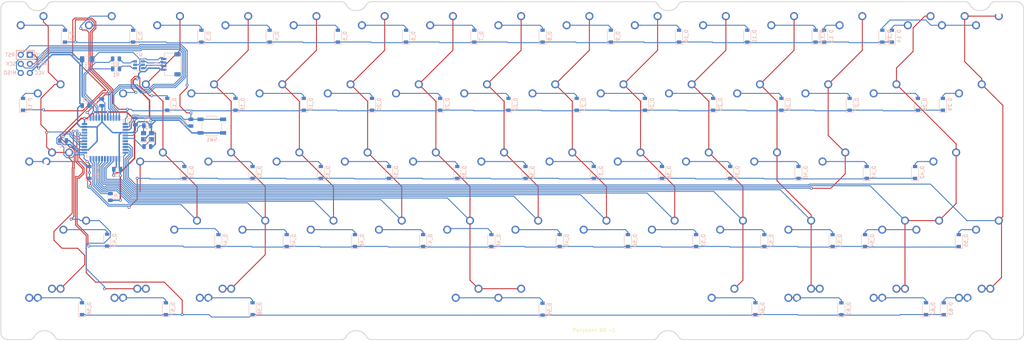
<source format=kicad_pcb>
(kicad_pcb (version 20171130) (host pcbnew "(5.1.4)-1")
  (layers (0 F.Cu signal) (31 B.Cu signal) (34 B.Paste user) (35 F.Paste user) (36 B.SilkS user) (37 F.SilkS user) (38 B.Mask user) (39 F.Mask user) (44 Edge.Cuts user))
  (net 0 "")
  (net 1 "Net-(D_1-Pad2)")
  (net 2 "Net-(D_2-Pad2)")
  (net 3 "Net-(D_3-Pad2)")
  (net 4 "Net-(D_4-Pad2)")
  (net 5 "Net-(D_5-Pad2)")
  (net 6 "Net-(D_6-Pad2)")
  (net 7 "Net-(D_7-Pad2)")
  (net 8 "Net-(D_8-Pad2)")
  (net 9 "Net-(D_9-Pad2)")
  (net 10 "Net-(D_10-Pad2)")
  (net 11 "Net-(D_11-Pad2)")
  (net 12 "Net-(D_12-Pad2)")
  (net 13 "Net-(D_13-Pad2)")
  (net 14 "Net-(D_14-Pad2)")
  (net 15 "Net-(D_16-Pad2)")
  (net 16 "Net-(D_17-Pad2)")
  (net 17 "Net-(D_18-Pad2)")
  (net 18 "Net-(D_19-Pad2)")
  (net 19 "Net-(D_20-Pad2)")
  (net 20 "Net-(D_21-Pad2)")
  (net 21 "Net-(D_22-Pad2)")
  (net 22 "Net-(D_23-Pad2)")
  (net 23 "Net-(D_24-Pad2)")
  (net 24 "Net-(D_25-Pad2)")
  (net 25 "Net-(D_26-Pad2)")
  (net 26 "Net-(D_27-Pad2)")
  (net 27 "Net-(D_28-Pad2)")
  (net 28 "Net-(D_29-Pad2)")
  (net 29 "Net-(D_30-Pad2)")
  (net 30 "Net-(D_32-Pad2)")
  (net 31 "Net-(D_33-Pad2)")
  (net 32 "Net-(D_34-Pad2)")
  (net 33 "Net-(D_35-Pad2)")
  (net 34 "Net-(D_36-Pad2)")
  (net 35 "Net-(D_37-Pad2)")
  (net 36 "Net-(D_38-Pad2)")
  (net 37 "Net-(D_39-Pad2)")
  (net 38 "Net-(D_40-Pad2)")
  (net 39 "Net-(D_41-Pad2)")
  (net 40 "Net-(D_42-Pad2)")
  (net 41 "Net-(D_43-Pad2)")
  (net 42 "Net-(D_44-Pad2)")
  (net 43 "Net-(D_45-Pad2)")
  (net 44 "Net-(D_46-Pad2)")
  (net 45 "Net-(D_47-Pad2)")
  (net 46 "Net-(D_48-Pad2)")
  (net 47 "Net-(D_49-Pad2)")
  (net 48 "Net-(D_50-Pad2)")
  (net 49 "Net-(D_51-Pad2)")
  (net 50 "Net-(D_52-Pad2)")
  (net 51 "Net-(D_53-Pad2)")
  (net 52 "Net-(D_54-Pad2)")
  (net 53 "Net-(D_55-Pad2)")
  (net 54 "Net-(D_57-Pad2)")
  (net 55 "Net-(D_58-Pad2)")
  (net 56 "Net-(D_60-Pad2)")
  (net 57 "Net-(D_62-Pad2)")
  (net 58 GND)
  (net 59 +5V)
  (net 60 XTAL2)
  (net 61 "Net-(C6-Pad1)")
  (net 62 XTAL1)
  (net 63 ROW0)
  (net 64 ROW1)
  (net 65 ROW2)
  (net 66 ROW3)
  (net 67 ROW4)
  (net 68 VBUS)
  (net 69 D+)
  (net 70 D-)
  (net 71 RESET)
  (net 72 MOSI)
  (net 73 SCK)
  (net 74 MISO)
  (net 75 COL0)
  (net 76 COL1)
  (net 77 COL2)
  (net 78 COL3)
  (net 79 COL4)
  (net 80 COL5)
  (net 81 COL6)
  (net 82 COL7)
  (net 83 COL8)
  (net 84 COL9)
  (net 85 COL10)
  (net 86 COL11)
  (net 87 COL12)
  (net 88 COL13)
  (net 89 COL14)
  (net 90 ESD_D+)
  (net 91 /sch/MCU_D+)
  (net 92 ESD_D-)
  (net 93 /sch/MCU_D-)
  (net 94 "Net-(R3-Pad2)")
  (net 95 "Net-(U2-Pad42)")
  (net 96 "Net-(U2-Pad41)")
  (net 97 "Net-(U2-Pad18)")
  (net 98 "Net-(D_15-Pad2)")
  (net 99 "Net-(D_31-Pad2)")
  (net 100 "Net-(D_56-Pad2)")
  (net 101 "Net-(D_59-Pad2)")
  (net 102 "Net-(D_61-Pad2)")
  (net 103 "Net-(D_63-Pad2)")
  (module MX_Only:MXOnly-7U-ReversedStabilizers-NoLED (layer F.Cu) (at 142.875 85.725)
    (fp_text reference K_70)
    (fp_text value KEYSW)
    (pad "" np_thru_hole circle (at 57.15 -8.255) (size 3.9878 3.9878) (drill 3.9878) (layers *.Cu *.Mask))
    (pad "" np_thru_hole circle (at -57.15 -8.255) (size 3.9878 3.9878) (drill 3.9878) (layers *.Cu *.Mask))
    (pad "" np_thru_hole circle (at 57.15 6.985) (size 3.048 3.048) (drill 3.048) (layers *.Cu *.Mask))
    (pad "" np_thru_hole circle (at -57.15 6.985) (size 3.048 3.048) (drill 3.048) (layers *.Cu *.Mask))
    (pad "" np_thru_hole circle (at 5.08 0 48.0996) (size 1.75 1.75) (drill 1.75) (layers *.Cu *.Mask))
    (pad "" np_thru_hole circle (at -5.08 0 48.0996) (size 1.75 1.75) (drill 1.75) (layers *.Cu *.Mask))
    (pad 1 thru_hole circle (at -3.81 -2.54) (size 2.25 2.25) (drill 1.47) (layers *.Cu B.Mask) (net 101 "Net-(D_59-Pad2)"))
    (pad "" np_thru_hole circle (at 0 0) (size 3.9878 3.9878) (drill 3.9878) (layers *.Cu *.Mask))
    (pad 2 thru_hole circle (at 2.54 -5.08) (size 2.25 2.25) (drill 1.47) (layers *.Cu B.Mask) (net 81 COL6))
  )
  (module MX_Only:MXOnly-1U-NoLED (layer F.Cu) (at 128.5875 66.675)
    (fp_text reference K_50)
    (fp_text value KEYSW)
    (pad "" np_thru_hole circle (at 5.08 0 48.0996) (size 1.75 1.75) (drill 1.75) (layers *.Cu *.Mask))
    (pad "" np_thru_hole circle (at -5.08 0 48.0996) (size 1.75 1.75) (drill 1.75) (layers *.Cu *.Mask))
    (pad 1 thru_hole circle (at -3.81 -2.54) (size 2.25 2.25) (drill 1.47) (layers *.Cu B.Mask) (net 46 "Net-(D_48-Pad2)"))
    (pad "" np_thru_hole circle (at 0 0) (size 3.9878 3.9878) (drill 3.9878) (layers *.Cu *.Mask))
    (pad 2 thru_hole circle (at 2.54 -5.08) (size 2.25 2.25) (drill 1.47) (layers *.Cu B.Mask) (net 81 COL6))
  )
  (module MX_Only:MXOnly-1U-NoLED (layer F.Cu) (at 138.1125 47.625)
    (fp_text reference K_38)
    (fp_text value KEYSW)
    (pad "" np_thru_hole circle (at 5.08 0 48.0996) (size 1.75 1.75) (drill 1.75) (layers *.Cu *.Mask))
    (pad "" np_thru_hole circle (at -5.08 0 48.0996) (size 1.75 1.75) (drill 1.75) (layers *.Cu *.Mask))
    (pad 1 thru_hole circle (at -3.81 -2.54) (size 2.25 2.25) (drill 1.47) (layers *.Cu B.Mask) (net 34 "Net-(D_36-Pad2)"))
    (pad "" np_thru_hole circle (at 0 0) (size 3.9878 3.9878) (drill 3.9878) (layers *.Cu *.Mask))
    (pad 2 thru_hole circle (at 2.54 -5.08) (size 2.25 2.25) (drill 1.47) (layers *.Cu B.Mask) (net 82 COL7))
  )
  (module MX_Only:MXOnly-1U-NoLED (layer F.Cu) (at 166.6875 66.675)
    (fp_text reference K_52)
    (fp_text value KEYSW)
    (pad "" np_thru_hole circle (at 5.08 0 48.0996) (size 1.75 1.75) (drill 1.75) (layers *.Cu *.Mask))
    (pad "" np_thru_hole circle (at -5.08 0 48.0996) (size 1.75 1.75) (drill 1.75) (layers *.Cu *.Mask))
    (pad 1 thru_hole circle (at -3.81 -2.54) (size 2.25 2.25) (drill 1.47) (layers *.Cu B.Mask) (net 48 "Net-(D_50-Pad2)"))
    (pad "" np_thru_hole circle (at 0 0) (size 3.9878 3.9878) (drill 3.9878) (layers *.Cu *.Mask))
    (pad 2 thru_hole circle (at 2.54 -5.08) (size 2.25 2.25) (drill 1.47) (layers *.Cu B.Mask) (net 83 COL8))
  )
  (module MX_Only:MXOnly-1.25U-NoLED (layer F.Cu) (at 202.40625 85.725)
    (fp_text reference K_63)
    (fp_text value KEYSW)
    (pad "" np_thru_hole circle (at 5.08 0 48.0996) (size 1.75 1.75) (drill 1.75) (layers *.Cu *.Mask))
    (pad "" np_thru_hole circle (at -5.08 0 48.0996) (size 1.75 1.75) (drill 1.75) (layers *.Cu *.Mask))
    (pad 1 thru_hole circle (at -3.81 -2.54) (size 2.25 2.25) (drill 1.47) (layers *.Cu B.Mask) (net 56 "Net-(D_60-Pad2)"))
    (pad "" np_thru_hole circle (at 0 0) (size 3.9878 3.9878) (drill 3.9878) (layers *.Cu *.Mask))
    (pad 2 thru_hole circle (at 2.54 -5.08) (size 2.25 2.25) (drill 1.47) (layers *.Cu B.Mask) (net 85 COL10))
  )
  (module MX_Only:MXOnly-1U-NoLED (layer F.Cu) (at 233.3625 47.625)
    (fp_text reference K_43)
    (fp_text value KEYSW)
    (pad "" np_thru_hole circle (at 5.08 0 48.0996) (size 1.75 1.75) (drill 1.75) (layers *.Cu *.Mask))
    (pad "" np_thru_hole circle (at -5.08 0 48.0996) (size 1.75 1.75) (drill 1.75) (layers *.Cu *.Mask))
    (pad 1 thru_hole circle (at -3.81 -2.54) (size 2.25 2.25) (drill 1.47) (layers *.Cu B.Mask) (net 39 "Net-(D_41-Pad2)"))
    (pad "" np_thru_hole circle (at 0 0) (size 3.9878 3.9878) (drill 3.9878) (layers *.Cu *.Mask))
    (pad 2 thru_hole circle (at 2.54 -5.08) (size 2.25 2.25) (drill 1.47) (layers *.Cu B.Mask) (net 87 COL12))
  )
  (module MX_Only:MXOnly-1.5U-NoLED (layer F.Cu) (at 223.8375 85.725)
    (fp_text reference K_64)
    (fp_text value KEYSW)
    (pad "" np_thru_hole circle (at 5.08 0 48.0996) (size 1.75 1.75) (drill 1.75) (layers *.Cu *.Mask))
    (pad "" np_thru_hole circle (at -5.08 0 48.0996) (size 1.75 1.75) (drill 1.75) (layers *.Cu *.Mask))
    (pad 1 thru_hole circle (at -3.81 -2.54) (size 2.25 2.25) (drill 1.47) (layers *.Cu B.Mask) (net 102 "Net-(D_61-Pad2)"))
    (pad "" np_thru_hole circle (at 0 0) (size 3.9878 3.9878) (drill 3.9878) (layers *.Cu *.Mask))
    (pad 2 thru_hole circle (at 2.54 -5.08) (size 2.25 2.25) (drill 1.47) (layers *.Cu B.Mask) (net 86 COL11))
  )
  (module MX_Only:MXOnly-1U-NoLED (layer F.Cu) (at 223.8375 66.675)
    (fp_text reference K_55)
    (fp_text value KEYSW)
    (pad "" np_thru_hole circle (at 5.08 0 48.0996) (size 1.75 1.75) (drill 1.75) (layers *.Cu *.Mask))
    (pad "" np_thru_hole circle (at -5.08 0 48.0996) (size 1.75 1.75) (drill 1.75) (layers *.Cu *.Mask))
    (pad 1 thru_hole circle (at -3.81 -2.54) (size 2.25 2.25) (drill 1.47) (layers *.Cu B.Mask) (net 51 "Net-(D_53-Pad2)"))
    (pad "" np_thru_hole circle (at 0 0) (size 3.9878 3.9878) (drill 3.9878) (layers *.Cu *.Mask))
    (pad 2 thru_hole circle (at 2.54 -5.08) (size 2.25 2.25) (drill 1.47) (layers *.Cu B.Mask) (net 86 COL11))
  )
  (module MX_Only:MXOnly-1U-NoLED (layer F.Cu) (at 238.125 9.525)
    (fp_text reference K_13)
    (fp_text value KEYSW)
    (pad "" np_thru_hole circle (at 5.08 0 48.0996) (size 1.75 1.75) (drill 1.75) (layers *.Cu *.Mask))
    (pad "" np_thru_hole circle (at -5.08 0 48.0996) (size 1.75 1.75) (drill 1.75) (layers *.Cu *.Mask))
    (pad 1 thru_hole circle (at -3.81 -2.54) (size 2.25 2.25) (drill 1.47) (layers *.Cu B.Mask) (net 13 "Net-(D_13-Pad2)"))
    (pad "" np_thru_hole circle (at 0 0) (size 3.9878 3.9878) (drill 3.9878) (layers *.Cu *.Mask))
    (pad 2 thru_hole circle (at 2.54 -5.08) (size 2.25 2.25) (drill 1.47) (layers *.Cu B.Mask) (net 87 COL12))
  )
  (module MX_Only:MXOnly-1U-NoLED (layer F.Cu) (at 247.65 85.725)
    (fp_text reference K_72)
    (fp_text value KEYSW)
    (pad "" np_thru_hole circle (at 5.08 0 48.0996) (size 1.75 1.75) (drill 1.75) (layers *.Cu *.Mask))
    (pad "" np_thru_hole circle (at -5.08 0 48.0996) (size 1.75 1.75) (drill 1.75) (layers *.Cu *.Mask))
    (pad 1 thru_hole circle (at -3.81 -2.54) (size 2.25 2.25) (drill 1.47) (layers *.Cu B.Mask) (net 57 "Net-(D_62-Pad2)"))
    (pad "" np_thru_hole circle (at 0 0) (size 3.9878 3.9878) (drill 3.9878) (layers *.Cu *.Mask))
    (pad 2 thru_hole circle (at 2.54 -5.08) (size 2.25 2.25) (drill 1.47) (layers *.Cu B.Mask) (net 88 COL13))
  )
  (module MX_Only:MXOnly-2U-NoLED (layer F.Cu) (at 266.7 9.525)
    (fp_text reference K_15)
    (fp_text value KEYSW)
    (pad "" np_thru_hole circle (at 11.90625 8.255) (size 3.9878 3.9878) (drill 3.9878) (layers *.Cu *.Mask))
    (pad "" np_thru_hole circle (at -11.90625 8.255) (size 3.9878 3.9878) (drill 3.9878) (layers *.Cu *.Mask))
    (pad "" np_thru_hole circle (at 11.90625 -6.985) (size 3.048 3.048) (drill 3.048) (layers *.Cu *.Mask))
    (pad "" np_thru_hole circle (at -11.90625 -6.985) (size 3.048 3.048) (drill 3.048) (layers *.Cu *.Mask))
    (pad "" np_thru_hole circle (at 5.08 0 48.0996) (size 1.75 1.75) (drill 1.75) (layers *.Cu *.Mask))
    (pad "" np_thru_hole circle (at -5.08 0 48.0996) (size 1.75 1.75) (drill 1.75) (layers *.Cu *.Mask))
    (pad 1 thru_hole circle (at -3.81 -2.54) (size 2.25 2.25) (drill 1.47) (layers *.Cu B.Mask) (net 98 "Net-(D_15-Pad2)"))
    (pad "" np_thru_hole circle (at 0 0) (size 3.9878 3.9878) (drill 3.9878) (layers *.Cu *.Mask))
    (pad 2 thru_hole circle (at 2.54 -5.08) (size 2.25 2.25) (drill 1.47) (layers *.Cu B.Mask) (net 89 COL14))
  )
  (module MX_Only:MXOnly-2.75U-NoLED (layer F.Cu) (at 259.55625 66.675)
    (fp_text reference K_56)
    (fp_text value KEYSW)
    (pad "" np_thru_hole circle (at 11.90625 8.255) (size 3.9878 3.9878) (drill 3.9878) (layers *.Cu *.Mask))
    (pad "" np_thru_hole circle (at -11.90625 8.255) (size 3.9878 3.9878) (drill 3.9878) (layers *.Cu *.Mask))
    (pad "" np_thru_hole circle (at 11.90625 -6.985) (size 3.048 3.048) (drill 3.048) (layers *.Cu *.Mask))
    (pad "" np_thru_hole circle (at -11.90625 -6.985) (size 3.048 3.048) (drill 3.048) (layers *.Cu *.Mask))
    (pad "" np_thru_hole circle (at 5.08 0 48.0996) (size 1.75 1.75) (drill 1.75) (layers *.Cu *.Mask))
    (pad "" np_thru_hole circle (at -5.08 0 48.0996) (size 1.75 1.75) (drill 1.75) (layers *.Cu *.Mask))
    (pad 1 thru_hole circle (at -3.81 -2.54) (size 2.25 2.25) (drill 1.47) (layers *.Cu B.Mask) (net 52 "Net-(D_54-Pad2)"))
    (pad "" np_thru_hole circle (at 0 0) (size 3.9878 3.9878) (drill 3.9878) (layers *.Cu *.Mask))
    (pad 2 thru_hole circle (at 2.54 -5.08) (size 2.25 2.25) (drill 1.47) (layers *.Cu B.Mask) (net 88 COL13))
  )
  (module MX_Only:MXOnly-1U-NoLED (layer F.Cu) (at 257.175 9.525)
    (fp_text reference K_14)
    (fp_text value KEYSW)
    (pad "" np_thru_hole circle (at 5.08 0 48.0996) (size 1.75 1.75) (drill 1.75) (layers *.Cu *.Mask))
    (pad "" np_thru_hole circle (at -5.08 0 48.0996) (size 1.75 1.75) (drill 1.75) (layers *.Cu *.Mask))
    (pad 1 thru_hole circle (at -3.81 -2.54) (size 2.25 2.25) (drill 1.47) (layers *.Cu B.Mask) (net 14 "Net-(D_14-Pad2)"))
    (pad "" np_thru_hole circle (at 0 0) (size 3.9878 3.9878) (drill 3.9878) (layers *.Cu *.Mask))
    (pad 2 thru_hole circle (at 2.54 -5.08) (size 2.25 2.25) (drill 1.47) (layers *.Cu B.Mask) (net 88 COL13))
  )
  (module MX_Only:MXOnly-1U-NoLED (layer F.Cu) (at 276.225 9.525)
    (fp_text reference K_16)
    (fp_text value KEYSW)
    (pad "" np_thru_hole circle (at 5.08 0 48.0996) (size 1.75 1.75) (drill 1.75) (layers *.Cu *.Mask))
    (pad "" np_thru_hole circle (at -5.08 0 48.0996) (size 1.75 1.75) (drill 1.75) (layers *.Cu *.Mask))
    (pad 1 thru_hole circle (at -3.81 -2.54) (size 2.25 2.25) (drill 1.47) (layers *.Cu B.Mask) (net 98 "Net-(D_15-Pad2)"))
    (pad "" np_thru_hole circle (at 0 0) (size 3.9878 3.9878) (drill 3.9878) (layers *.Cu *.Mask))
    (pad 2 thru_hole circle (at 2.54 -5.08) (size 2.25 2.25) (drill 1.47) (layers *.Cu B.Mask) (net 89 COL14))
  )
  (module MX_Only:MXOnly-1U-NoLED (layer F.Cu) (at 247.65 28.575)
    (fp_text reference K_29)
    (fp_text value KEYSW)
    (pad "" np_thru_hole circle (at 5.08 0 48.0996) (size 1.75 1.75) (drill 1.75) (layers *.Cu *.Mask))
    (pad "" np_thru_hole circle (at -5.08 0 48.0996) (size 1.75 1.75) (drill 1.75) (layers *.Cu *.Mask))
    (pad 1 thru_hole circle (at -3.81 -2.54) (size 2.25 2.25) (drill 1.47) (layers *.Cu B.Mask) (net 27 "Net-(D_28-Pad2)"))
    (pad "" np_thru_hole circle (at 0 0) (size 3.9878 3.9878) (drill 3.9878) (layers *.Cu *.Mask))
    (pad 2 thru_hole circle (at 2.54 -5.08) (size 2.25 2.25) (drill 1.47) (layers *.Cu B.Mask) (net 88 COL13))
  )
  (module MX_Only:MXOnly-1.5U-NoLED (layer F.Cu) (at 271.4625 28.575)
    (fp_text reference K_30)
    (fp_text value KEYSW)
    (pad "" np_thru_hole circle (at 5.08 0 48.0996) (size 1.75 1.75) (drill 1.75) (layers *.Cu *.Mask))
    (pad "" np_thru_hole circle (at -5.08 0 48.0996) (size 1.75 1.75) (drill 1.75) (layers *.Cu *.Mask))
    (pad 1 thru_hole circle (at -3.81 -2.54) (size 2.25 2.25) (drill 1.47) (layers *.Cu B.Mask) (net 28 "Net-(D_29-Pad2)"))
    (pad "" np_thru_hole circle (at 0 0) (size 3.9878 3.9878) (drill 3.9878) (layers *.Cu *.Mask))
    (pad 2 thru_hole circle (at 2.54 -5.08) (size 2.25 2.25) (drill 1.47) (layers *.Cu B.Mask) (net 89 COL14))
  )
  (module MX_Only:MXOnly-1U-NoLED (layer F.Cu) (at 276.225 66.675)
    (fp_text reference K_57)
    (fp_text value KEYSW)
    (pad "" np_thru_hole circle (at 5.08 0 48.0996) (size 1.75 1.75) (drill 1.75) (layers *.Cu *.Mask))
    (pad "" np_thru_hole circle (at -5.08 0 48.0996) (size 1.75 1.75) (drill 1.75) (layers *.Cu *.Mask))
    (pad 1 thru_hole circle (at -3.81 -2.54) (size 2.25 2.25) (drill 1.47) (layers *.Cu B.Mask) (net 53 "Net-(D_55-Pad2)"))
    (pad "" np_thru_hole circle (at 0 0) (size 3.9878 3.9878) (drill 3.9878) (layers *.Cu *.Mask))
    (pad 2 thru_hole circle (at 2.54 -5.08) (size 2.25 2.25) (drill 1.47) (layers *.Cu B.Mask) (net 89 COL14))
  )
  (module MX_Only:MXOnly-1.75U-NoLED (layer F.Cu) (at 250.03125 66.675)
    (fp_text reference K_58)
    (fp_text value KEYSW)
    (pad "" np_thru_hole circle (at 5.08 0 48.0996) (size 1.75 1.75) (drill 1.75) (layers *.Cu *.Mask))
    (pad "" np_thru_hole circle (at -5.08 0 48.0996) (size 1.75 1.75) (drill 1.75) (layers *.Cu *.Mask))
    (pad 1 thru_hole circle (at -3.81 -2.54) (size 2.25 2.25) (drill 1.47) (layers *.Cu B.Mask) (net 52 "Net-(D_54-Pad2)"))
    (pad "" np_thru_hole circle (at 0 0) (size 3.9878 3.9878) (drill 3.9878) (layers *.Cu *.Mask))
    (pad 2 thru_hole circle (at 2.54 -5.08) (size 2.25 2.25) (drill 1.47) (layers *.Cu B.Mask) (net 88 COL13))
  )
  (module Diode_SMD:D_SOD-123 (layer B.Cu) (at 267.589 67.183 90)
    (fp_text reference D_55 (at 0 2 270) (layer B.SilkS) (effects (justify mirror)))
    (fp_text value D)
    (pad 2 smd rect (at 1.65 0 90) (size 0.9 1.2) (layers B.Cu B.Paste B.Mask) (net 53 "Net-(D_55-Pad2)"))
    (pad 1 smd rect (at -1.65 0 90) (size 0.9 1.2) (layers B.Cu B.Paste B.Mask) (net 66 ROW3))
  )
  (module MX_Only:MXOnly-1.5U-NoLED (layer F.Cu) (at 14.2875 28.575)
    (fp_text reference K_17)
    (fp_text value KEYSW)
    (pad "" np_thru_hole circle (at 5.08 0 48.0996) (size 1.75 1.75) (drill 1.75) (layers *.Cu *.Mask))
    (pad "" np_thru_hole circle (at -5.08 0 48.0996) (size 1.75 1.75) (drill 1.75) (layers *.Cu *.Mask))
    (pad 1 thru_hole circle (at -3.81 -2.54) (size 2.25 2.25) (drill 1.47) (layers *.Cu B.Mask) (net 15 "Net-(D_16-Pad2)"))
    (pad "" np_thru_hole circle (at 0 0) (size 3.9878 3.9878) (drill 3.9878) (layers *.Cu *.Mask))
    (pad 2 thru_hole circle (at 2.54 -5.08) (size 2.25 2.25) (drill 1.47) (layers *.Cu B.Mask) (net 75 COL0))
  )
  (module MX_Only:MXOnly-1U-NoLED (layer F.Cu) (at 38.1 28.575)
    (fp_text reference K_18)
    (fp_text value KEYSW)
    (pad "" np_thru_hole circle (at 5.08 0 48.0996) (size 1.75 1.75) (drill 1.75) (layers *.Cu *.Mask))
    (pad "" np_thru_hole circle (at -5.08 0 48.0996) (size 1.75 1.75) (drill 1.75) (layers *.Cu *.Mask))
    (pad 1 thru_hole circle (at -3.81 -2.54) (size 2.25 2.25) (drill 1.47) (layers *.Cu B.Mask) (net 16 "Net-(D_17-Pad2)"))
    (pad "" np_thru_hole circle (at 0 0) (size 3.9878 3.9878) (drill 3.9878) (layers *.Cu *.Mask))
    (pad 2 thru_hole circle (at 2.54 -5.08) (size 2.25 2.25) (drill 1.47) (layers *.Cu B.Mask) (net 77 COL2))
  )
  (module MX_Only:MXOnly-1.25U-NoLED (layer F.Cu) (at 11.90625 47.625)
    (fp_text reference K_32)
    (fp_text value KEYSW)
    (pad "" np_thru_hole circle (at 5.08 0 48.0996) (size 1.75 1.75) (drill 1.75) (layers *.Cu *.Mask))
    (pad "" np_thru_hole circle (at -5.08 0 48.0996) (size 1.75 1.75) (drill 1.75) (layers *.Cu *.Mask))
    (pad 1 thru_hole circle (at -3.81 -2.54) (size 2.25 2.25) (drill 1.47) (layers *.Cu B.Mask) (net 29 "Net-(D_30-Pad2)"))
    (pad "" np_thru_hole circle (at 0 0) (size 3.9878 3.9878) (drill 3.9878) (layers *.Cu *.Mask))
    (pad 2 thru_hole circle (at 2.54 -5.08) (size 2.25 2.25) (drill 1.47) (layers *.Cu B.Mask) (net 75 COL0))
  )
  (module MX_Only:MXOnly-1U-NoLED (layer F.Cu) (at 42.8625 47.625)
    (fp_text reference K_33)
    (fp_text value KEYSW)
    (pad "" np_thru_hole circle (at 5.08 0 48.0996) (size 1.75 1.75) (drill 1.75) (layers *.Cu *.Mask))
    (pad "" np_thru_hole circle (at -5.08 0 48.0996) (size 1.75 1.75) (drill 1.75) (layers *.Cu *.Mask))
    (pad 1 thru_hole circle (at -3.81 -2.54) (size 2.25 2.25) (drill 1.47) (layers *.Cu B.Mask) (net 99 "Net-(D_31-Pad2)"))
    (pad "" np_thru_hole circle (at 0 0) (size 3.9878 3.9878) (drill 3.9878) (layers *.Cu *.Mask))
    (pad 2 thru_hole circle (at 2.54 -5.08) (size 2.25 2.25) (drill 1.47) (layers *.Cu B.Mask) (net 77 COL2))
  )
  (module MX_Only:MXOnly-2.25U-NoLED (layer F.Cu) (at 264.31875 47.625)
    (fp_text reference K_44)
    (fp_text value KEYSW)
    (pad "" np_thru_hole circle (at 11.90625 8.255) (size 3.9878 3.9878) (drill 3.9878) (layers *.Cu *.Mask))
    (pad "" np_thru_hole circle (at -11.90625 8.255) (size 3.9878 3.9878) (drill 3.9878) (layers *.Cu *.Mask))
    (pad "" np_thru_hole circle (at 11.90625 -6.985) (size 3.048 3.048) (drill 3.048) (layers *.Cu *.Mask))
    (pad "" np_thru_hole circle (at -11.90625 -6.985) (size 3.048 3.048) (drill 3.048) (layers *.Cu *.Mask))
    (pad "" np_thru_hole circle (at 5.08 0 48.0996) (size 1.75 1.75) (drill 1.75) (layers *.Cu *.Mask))
    (pad "" np_thru_hole circle (at -5.08 0 48.0996) (size 1.75 1.75) (drill 1.75) (layers *.Cu *.Mask))
    (pad 1 thru_hole circle (at -3.81 -2.54) (size 2.25 2.25) (drill 1.47) (layers *.Cu B.Mask) (net 40 "Net-(D_42-Pad2)"))
    (pad "" np_thru_hole circle (at 0 0) (size 3.9878 3.9878) (drill 3.9878) (layers *.Cu *.Mask))
    (pad 2 thru_hole circle (at 2.54 -5.08) (size 2.25 2.25) (drill 1.47) (layers *.Cu B.Mask) (net 88 COL13))
  )
  (module MX_Only:MXOnly-1U-NoLED (layer F.Cu) (at 52.3875 66.675)
    (fp_text reference K_46)
    (fp_text value KEYSW)
    (pad "" np_thru_hole circle (at 5.08 0 48.0996) (size 1.75 1.75) (drill 1.75) (layers *.Cu *.Mask))
    (pad "" np_thru_hole circle (at -5.08 0 48.0996) (size 1.75 1.75) (drill 1.75) (layers *.Cu *.Mask))
    (pad 1 thru_hole circle (at -3.81 -2.54) (size 2.25 2.25) (drill 1.47) (layers *.Cu B.Mask) (net 42 "Net-(D_44-Pad2)"))
    (pad "" np_thru_hole circle (at 0 0) (size 3.9878 3.9878) (drill 3.9878) (layers *.Cu *.Mask))
    (pad 2 thru_hole circle (at 2.54 -5.08) (size 2.25 2.25) (drill 1.47) (layers *.Cu B.Mask) (net 77 COL2))
  )
  (module MX_Only:MXOnly-1.25U-NoLED (layer F.Cu) (at 11.90625 85.725)
    (fp_text reference K_59)
    (fp_text value KEYSW)
    (pad "" np_thru_hole circle (at 5.08 0 48.0996) (size 1.75 1.75) (drill 1.75) (layers *.Cu *.Mask))
    (pad "" np_thru_hole circle (at -5.08 0 48.0996) (size 1.75 1.75) (drill 1.75) (layers *.Cu *.Mask))
    (pad 1 thru_hole circle (at -3.81 -2.54) (size 2.25 2.25) (drill 1.47) (layers *.Cu B.Mask) (net 100 "Net-(D_56-Pad2)"))
    (pad "" np_thru_hole circle (at 0 0) (size 3.9878 3.9878) (drill 3.9878) (layers *.Cu *.Mask))
    (pad 2 thru_hole circle (at 2.54 -5.08) (size 2.25 2.25) (drill 1.47) (layers *.Cu B.Mask) (net 75 COL0))
  )
  (module MX_Only:MXOnly-1.5U-NoLED (layer F.Cu) (at 14.2875 85.725)
    (fp_text reference K_67)
    (fp_text value KEYSW)
    (pad "" np_thru_hole circle (at 5.08 0 48.0996) (size 1.75 1.75) (drill 1.75) (layers *.Cu *.Mask))
    (pad "" np_thru_hole circle (at -5.08 0 48.0996) (size 1.75 1.75) (drill 1.75) (layers *.Cu *.Mask))
    (pad 1 thru_hole circle (at -3.81 -2.54) (size 2.25 2.25) (drill 1.47) (layers *.Cu B.Mask) (net 100 "Net-(D_56-Pad2)"))
    (pad "" np_thru_hole circle (at 0 0) (size 3.9878 3.9878) (drill 3.9878) (layers *.Cu *.Mask))
    (pad 2 thru_hole circle (at 2.54 -5.08) (size 2.25 2.25) (drill 1.47) (layers *.Cu B.Mask) (net 75 COL0))
  )
  (module MX_Only:MXOnly-1U-NoLED (layer F.Cu) (at 38.1 85.725)
    (fp_text reference K_68)
    (fp_text value KEYSW)
    (pad "" np_thru_hole circle (at 5.08 0 48.0996) (size 1.75 1.75) (drill 1.75) (layers *.Cu *.Mask))
    (pad "" np_thru_hole circle (at -5.08 0 48.0996) (size 1.75 1.75) (drill 1.75) (layers *.Cu *.Mask))
    (pad 1 thru_hole circle (at -3.81 -2.54) (size 2.25 2.25) (drill 1.47) (layers *.Cu B.Mask) (net 54 "Net-(D_57-Pad2)"))
    (pad "" np_thru_hole circle (at 0 0) (size 3.9878 3.9878) (drill 3.9878) (layers *.Cu *.Mask))
    (pad 2 thru_hole circle (at 2.54 -5.08) (size 2.25 2.25) (drill 1.47) (layers *.Cu B.Mask) (net 76 COL1))
  )
  (module MX_Only:MXOnly-1.25U-NoLED (layer F.Cu) (at 59.53125 85.725)
    (fp_text reference K_61)
    (fp_text value KEYSW)
    (pad "" np_thru_hole circle (at 5.08 0 48.0996) (size 1.75 1.75) (drill 1.75) (layers *.Cu *.Mask))
    (pad "" np_thru_hole circle (at -5.08 0 48.0996) (size 1.75 1.75) (drill 1.75) (layers *.Cu *.Mask))
    (pad 1 thru_hole circle (at -3.81 -2.54) (size 2.25 2.25) (drill 1.47) (layers *.Cu B.Mask) (net 55 "Net-(D_58-Pad2)"))
    (pad "" np_thru_hole circle (at 0 0) (size 3.9878 3.9878) (drill 3.9878) (layers *.Cu *.Mask))
    (pad 2 thru_hole circle (at 2.54 -5.08) (size 2.25 2.25) (drill 1.47) (layers *.Cu B.Mask) (net 78 COL3))
  )
  (module MX_Only:MXOnly-1.5U-NoLED (layer F.Cu) (at 61.9125 85.725)
    (fp_text reference K_69)
    (fp_text value KEYSW)
    (pad "" np_thru_hole circle (at 5.08 0 48.0996) (size 1.75 1.75) (drill 1.75) (layers *.Cu *.Mask))
    (pad "" np_thru_hole circle (at -5.08 0 48.0996) (size 1.75 1.75) (drill 1.75) (layers *.Cu *.Mask))
    (pad 1 thru_hole circle (at -3.81 -2.54) (size 2.25 2.25) (drill 1.47) (layers *.Cu B.Mask) (net 55 "Net-(D_58-Pad2)"))
    (pad "" np_thru_hole circle (at 0 0) (size 3.9878 3.9878) (drill 3.9878) (layers *.Cu *.Mask))
    (pad 2 thru_hole circle (at 2.54 -5.08) (size 2.25 2.25) (drill 1.47) (layers *.Cu B.Mask) (net 78 COL3))
  )
  (module MX_Only:MXOnly-6.25U-ReversedStabilizers-NoLED (layer F.Cu) (at 130.96875 85.725)
    (fp_text reference K_62)
    (fp_text value KEYSW)
    (pad "" np_thru_hole circle (at 49.9999 -8.255) (size 3.9878 3.9878) (drill 3.9878) (layers *.Cu *.Mask))
    (pad "" np_thru_hole circle (at -49.9999 -8.255) (size 3.9878 3.9878) (drill 3.9878) (layers *.Cu *.Mask))
    (pad "" np_thru_hole circle (at 49.9999 6.985) (size 3.048 3.048) (drill 3.048) (layers *.Cu *.Mask))
    (pad "" np_thru_hole circle (at -49.9999 6.985) (size 3.048 3.048) (drill 3.048) (layers *.Cu *.Mask))
    (pad "" np_thru_hole circle (at 5.08 0 48.0996) (size 1.75 1.75) (drill 1.75) (layers *.Cu *.Mask))
    (pad "" np_thru_hole circle (at -5.08 0 48.0996) (size 1.75 1.75) (drill 1.75) (layers *.Cu *.Mask))
    (pad 1 thru_hole circle (at -3.81 -2.54) (size 2.25 2.25) (drill 1.47) (layers *.Cu B.Mask) (net 101 "Net-(D_59-Pad2)"))
    (pad "" np_thru_hole circle (at 0 0) (size 3.9878 3.9878) (drill 3.9878) (layers *.Cu *.Mask))
    (pad 2 thru_hole circle (at 2.54 -5.08) (size 2.25 2.25) (drill 1.47) (layers *.Cu B.Mask) (net 81 COL6))
  )
  (module MX_Only:MXOnly-1.25U-NoLED (layer F.Cu) (at 226.21875 85.725)
    (fp_text reference K_71)
    (fp_text value KEYSW)
    (pad "" np_thru_hole circle (at 5.08 0 48.0996) (size 1.75 1.75) (drill 1.75) (layers *.Cu *.Mask))
    (pad "" np_thru_hole circle (at -5.08 0 48.0996) (size 1.75 1.75) (drill 1.75) (layers *.Cu *.Mask))
    (pad 1 thru_hole circle (at -3.81 -2.54) (size 2.25 2.25) (drill 1.47) (layers *.Cu B.Mask) (net 102 "Net-(D_61-Pad2)"))
    (pad "" np_thru_hole circle (at 0 0) (size 3.9878 3.9878) (drill 3.9878) (layers *.Cu *.Mask))
    (pad 2 thru_hole circle (at 2.54 -5.08) (size 2.25 2.25) (drill 1.47) (layers *.Cu B.Mask) (net 86 COL11))
  )
  (module MX_Only:MXOnly-1.25U-NoLED (layer F.Cu) (at 250.03125 85.725)
    (fp_text reference K_65)
    (fp_text value KEYSW)
    (pad "" np_thru_hole circle (at 5.08 0 48.0996) (size 1.75 1.75) (drill 1.75) (layers *.Cu *.Mask))
    (pad "" np_thru_hole circle (at -5.08 0 48.0996) (size 1.75 1.75) (drill 1.75) (layers *.Cu *.Mask))
    (pad 1 thru_hole circle (at -3.81 -2.54) (size 2.25 2.25) (drill 1.47) (layers *.Cu B.Mask) (net 57 "Net-(D_62-Pad2)"))
    (pad "" np_thru_hole circle (at 0 0) (size 3.9878 3.9878) (drill 3.9878) (layers *.Cu *.Mask))
    (pad 2 thru_hole circle (at 2.54 -5.08) (size 2.25 2.25) (drill 1.47) (layers *.Cu B.Mask) (net 88 COL13))
  )
  (module MX_Only:MXOnly-1.5U-NoLED (layer F.Cu) (at 271.4625 85.725)
    (fp_text reference K_66)
    (fp_text value KEYSW)
    (pad "" np_thru_hole circle (at 5.08 0 48.0996) (size 1.75 1.75) (drill 1.75) (layers *.Cu *.Mask))
    (pad "" np_thru_hole circle (at -5.08 0 48.0996) (size 1.75 1.75) (drill 1.75) (layers *.Cu *.Mask))
    (pad 1 thru_hole circle (at -3.81 -2.54) (size 2.25 2.25) (drill 1.47) (layers *.Cu B.Mask) (net 103 "Net-(D_63-Pad2)"))
    (pad "" np_thru_hole circle (at 0 0) (size 3.9878 3.9878) (drill 3.9878) (layers *.Cu *.Mask))
    (pad 2 thru_hole circle (at 2.54 -5.08) (size 2.25 2.25) (drill 1.47) (layers *.Cu B.Mask) (net 89 COL14))
  )
  (module MX_Only:MXOnly-1.25U-NoLED (layer F.Cu) (at 273.84375 85.725)
    (fp_text reference K_73)
    (fp_text value KEYSW)
    (pad "" np_thru_hole circle (at 5.08 0 48.0996) (size 1.75 1.75) (drill 1.75) (layers *.Cu *.Mask))
    (pad "" np_thru_hole circle (at -5.08 0 48.0996) (size 1.75 1.75) (drill 1.75) (layers *.Cu *.Mask))
    (pad 1 thru_hole circle (at -3.81 -2.54) (size 2.25 2.25) (drill 1.47) (layers *.Cu B.Mask) (net 103 "Net-(D_63-Pad2)"))
    (pad "" np_thru_hole circle (at 0 0) (size 3.9878 3.9878) (drill 3.9878) (layers *.Cu *.Mask))
    (pad 2 thru_hole circle (at 2.54 -5.08) (size 2.25 2.25) (drill 1.47) (layers *.Cu B.Mask) (net 89 COL14))
  )
  (module MX_Only:MXOnly-1.25U-NoLED (layer F.Cu) (at 35.71875 85.725)
    (fp_text reference K_60)
    (fp_text value KEYSW)
    (pad "" np_thru_hole circle (at 5.08 0 48.0996) (size 1.75 1.75) (drill 1.75) (layers *.Cu *.Mask))
    (pad "" np_thru_hole circle (at -5.08 0 48.0996) (size 1.75 1.75) (drill 1.75) (layers *.Cu *.Mask))
    (pad 1 thru_hole circle (at -3.81 -2.54) (size 2.25 2.25) (drill 1.47) (layers *.Cu B.Mask) (net 54 "Net-(D_57-Pad2)"))
    (pad "" np_thru_hole circle (at 0 0) (size 3.9878 3.9878) (drill 3.9878) (layers *.Cu *.Mask))
    (pad 2 thru_hole circle (at 2.54 -5.08) (size 2.25 2.25) (drill 1.47) (layers *.Cu B.Mask) (net 76 COL1))
  )
  (module Crystal:Crystal_SMD_3225-4Pin_3.2x2.5mm (layer B.Cu) (at 41.105 38.012 180)
    (fp_text reference Y1 (at 0 2.45) (layer B.SilkS) (effects (justify mirror)))
    (fp_text value 16MHz)
    (pad 4 smd rect (at -1.1 0.85 180) (size 1.4 1.2) (layers B.Cu B.Paste B.Mask) (net 58 GND))
    (pad 3 smd rect (at 1.1 0.85 180) (size 1.4 1.2) (layers B.Cu B.Paste B.Mask) (net 60 XTAL2))
    (pad 2 smd rect (at 1.1 -0.85 180) (size 1.4 1.2) (layers B.Cu B.Paste B.Mask) (net 58 GND))
    (pad 1 smd rect (at -1.1 -0.85 180) (size 1.4 1.2) (layers B.Cu B.Paste B.Mask) (net 62 XTAL1))
  )
  (module Package_QFP:TQFP-44_10x10mm_P0.8mm (layer B.Cu) (at 29.21 38.608 270)
    (fp_text reference U2 (at 0 7.45 90) (layer B.SilkS) (effects (justify mirror)))
    (fp_text value ATmega32U4-AU)
    (pad 1 smd rect (at -5.7 4 270) (size 1.5 0.55) (layers B.Cu B.Paste B.Mask) (net 63 ROW0))
    (pad 2 smd rect (at -5.7 3.2 270) (size 1.5 0.55) (layers B.Cu B.Paste B.Mask) (net 59 +5V))
    (pad 3 smd rect (at -5.7 2.4 270) (size 1.5 0.55) (layers B.Cu B.Paste B.Mask) (net 93 /sch/MCU_D-))
    (pad 4 smd rect (at -5.7 1.6 270) (size 1.5 0.55) (layers B.Cu B.Paste B.Mask) (net 91 /sch/MCU_D+))
    (pad 5 smd rect (at -5.7 0.8 270) (size 1.5 0.55) (layers B.Cu B.Paste B.Mask) (net 58 GND))
    (pad 6 smd rect (at -5.7 0 270) (size 1.5 0.55) (layers B.Cu B.Paste B.Mask) (net 61 "Net-(C6-Pad1)"))
    (pad 7 smd rect (at -5.7 -0.8 270) (size 1.5 0.55) (layers B.Cu B.Paste B.Mask) (net 59 +5V))
    (pad 8 smd rect (at -5.7 -1.6 270) (size 1.5 0.55) (layers B.Cu B.Paste B.Mask) (net 76 COL1))
    (pad 9 smd rect (at -5.7 -2.4 270) (size 1.5 0.55) (layers B.Cu B.Paste B.Mask) (net 73 SCK))
    (pad 10 smd rect (at -5.7 -3.2 270) (size 1.5 0.55) (layers B.Cu B.Paste B.Mask) (net 72 MOSI))
    (pad 11 smd rect (at -5.7 -4 270) (size 1.5 0.55) (layers B.Cu B.Paste B.Mask) (net 74 MISO))
    (pad 12 smd rect (at -4 -5.7 180) (size 1.5 0.55) (layers B.Cu B.Paste B.Mask) (net 64 ROW1))
    (pad 13 smd rect (at -3.2 -5.7 180) (size 1.5 0.55) (layers B.Cu B.Paste B.Mask) (net 71 RESET))
    (pad 14 smd rect (at -2.4 -5.7 180) (size 1.5 0.55) (layers B.Cu B.Paste B.Mask) (net 59 +5V))
    (pad 15 smd rect (at -1.6 -5.7 180) (size 1.5 0.55) (layers B.Cu B.Paste B.Mask) (net 58 GND))
    (pad 16 smd rect (at -0.8 -5.7 180) (size 1.5 0.55) (layers B.Cu B.Paste B.Mask) (net 60 XTAL2))
    (pad 17 smd rect (at 0 -5.7 180) (size 1.5 0.55) (layers B.Cu B.Paste B.Mask) (net 62 XTAL1))
    (pad 18 smd rect (at 0.8 -5.7 180) (size 1.5 0.55) (layers B.Cu B.Paste B.Mask) (net 97 "Net-(U2-Pad18)"))
    (pad 19 smd rect (at 1.6 -5.7 180) (size 1.5 0.55) (layers B.Cu B.Paste B.Mask) (net 89 COL14))
    (pad 20 smd rect (at 2.4 -5.7 180) (size 1.5 0.55) (layers B.Cu B.Paste B.Mask) (net 88 COL13))
    (pad 21 smd rect (at 3.2 -5.7 180) (size 1.5 0.55) (layers B.Cu B.Paste B.Mask) (net 87 COL12))
    (pad 22 smd rect (at 4 -5.7 180) (size 1.5 0.55) (layers B.Cu B.Paste B.Mask) (net 86 COL11))
    (pad 23 smd rect (at 5.7 -4 270) (size 1.5 0.55) (layers B.Cu B.Paste B.Mask) (net 58 GND))
    (pad 24 smd rect (at 5.7 -3.2 270) (size 1.5 0.55) (layers B.Cu B.Paste B.Mask) (net 59 +5V))
    (pad 25 smd rect (at 5.7 -2.4 270) (size 1.5 0.55) (layers B.Cu B.Paste B.Mask) (net 85 COL10))
    (pad 26 smd rect (at 5.7 -1.6 270) (size 1.5 0.55) (layers B.Cu B.Paste B.Mask) (net 84 COL9))
    (pad 27 smd rect (at 5.7 -0.8 270) (size 1.5 0.55) (layers B.Cu B.Paste B.Mask) (net 83 COL8))
    (pad 28 smd rect (at 5.7 0 270) (size 1.5 0.55) (layers B.Cu B.Paste B.Mask) (net 82 COL7))
    (pad 29 smd rect (at 5.7 0.8 270) (size 1.5 0.55) (layers B.Cu B.Paste B.Mask) (net 81 COL6))
    (pad 30 smd rect (at 5.7 1.6 270) (size 1.5 0.55) (layers B.Cu B.Paste B.Mask) (net 80 COL5))
    (pad 31 smd rect (at 5.7 2.4 270) (size 1.5 0.55) (layers B.Cu B.Paste B.Mask) (net 79 COL4))
    (pad 32 smd rect (at 5.7 3.2 270) (size 1.5 0.55) (layers B.Cu B.Paste B.Mask) (net 78 COL3))
    (pad 33 smd rect (at 5.7 4 270) (size 1.5 0.55) (layers B.Cu B.Paste B.Mask) (net 94 "Net-(R3-Pad2)"))
    (pad 34 smd rect (at 4 5.7 180) (size 1.5 0.55) (layers B.Cu B.Paste B.Mask) (net 59 +5V))
    (pad 35 smd rect (at 3.2 5.7 180) (size 1.5 0.55) (layers B.Cu B.Paste B.Mask) (net 58 GND))
    (pad 36 smd rect (at 2.4 5.7 180) (size 1.5 0.55) (layers B.Cu B.Paste B.Mask) (net 65 ROW2))
    (pad 37 smd rect (at 1.6 5.7 180) (size 1.5 0.55) (layers B.Cu B.Paste B.Mask) (net 75 COL0))
    (pad 38 smd rect (at 0.8 5.7 180) (size 1.5 0.55) (layers B.Cu B.Paste B.Mask) (net 67 ROW4))
    (pad 39 smd rect (at 0 5.7 180) (size 1.5 0.55) (layers B.Cu B.Paste B.Mask) (net 66 ROW3))
    (pad 40 smd rect (at -0.8 5.7 180) (size 1.5 0.55) (layers B.Cu B.Paste B.Mask) (net 77 COL2))
    (pad 41 smd rect (at -1.6 5.7 180) (size 1.5 0.55) (layers B.Cu B.Paste B.Mask) (net 96 "Net-(U2-Pad41)"))
    (pad 42 smd rect (at -2.4 5.7 180) (size 1.5 0.55) (layers B.Cu B.Paste B.Mask) (net 95 "Net-(U2-Pad42)"))
    (pad 43 smd rect (at -3.2 5.7 180) (size 1.5 0.55) (layers B.Cu B.Paste B.Mask) (net 58 GND))
    (pad 44 smd rect (at -4 5.7 180) (size 1.5 0.55) (layers B.Cu B.Paste B.Mask) (net 59 +5V))
  )
  (module Package_TO_SOT_SMD:SOT-23-6 (layer B.Cu) (at 38.735 18.034 180)
    (fp_text reference U1 (at 0 2.9) (layer B.SilkS) (effects (justify mirror)))
    (fp_text value USBLC6-2SC6)
    (pad 5 smd rect (at 1.1 0 180) (size 1.06 0.65) (layers B.Cu B.Paste B.Mask) (net 68 VBUS))
    (pad 6 smd rect (at 1.1 0.95 180) (size 1.06 0.65) (layers B.Cu B.Paste B.Mask) (net 92 ESD_D-))
    (pad 4 smd rect (at 1.1 -0.95 180) (size 1.06 0.65) (layers B.Cu B.Paste B.Mask) (net 90 ESD_D+))
    (pad 3 smd rect (at -1.1 -0.95 180) (size 1.06 0.65) (layers B.Cu B.Paste B.Mask) (net 69 D+))
    (pad 2 smd rect (at -1.1 0 180) (size 1.06 0.65) (layers B.Cu B.Paste B.Mask) (net 58 GND))
    (pad 1 smd rect (at -1.1 0.95 180) (size 1.06 0.65) (layers B.Cu B.Paste B.Mask) (net 70 D-))
  )
  (module Button_Switch_SMD:SW_SPST_TL3342 (layer B.Cu) (at 59.055 35.179)
    (fp_text reference SW1 (at 0 3.75) (layer B.SilkS) (effects (justify mirror)))
    (fp_text value Reset)
    (pad 2 smd rect (at 3.15 -1.9) (size 1.7 1) (layers B.Cu B.Paste B.Mask) (net 71 RESET))
    (pad 2 smd rect (at -3.15 -1.9) (size 1.7 1) (layers B.Cu B.Paste B.Mask) (net 71 RESET))
    (pad 1 smd rect (at 3.15 1.9) (size 1.7 1) (layers B.Cu B.Paste B.Mask) (net 58 GND))
    (pad 1 smd rect (at -3.15 1.9) (size 1.7 1) (layers B.Cu B.Paste B.Mask) (net 58 GND))
  )
  (module Resistor_SMD:R_0805_2012Metric (layer B.Cu) (at 53.213 34.2115 270)
    (fp_text reference R4 (at 0 1.65 90) (layer B.SilkS) (effects (justify mirror)))
    (fp_text value 10k)
    (pad 2 smd roundrect (at 0.9375 0 270) (size 0.975 1.4) (layers B.Cu B.Paste B.Mask) (net 59 +5V))
    (pad 1 smd roundrect (at -0.9375 0 270) (size 0.975 1.4) (layers B.Cu B.Paste B.Mask) (net 71 RESET))
  )
  (module Resistor_SMD:R_0805_2012Metric (layer B.Cu) (at 30.734 54.991 90)
    (fp_text reference R3 (at 0 1.65 90) (layer B.SilkS) (effects (justify mirror)))
    (fp_text value 10k)
    (pad 2 smd roundrect (at 0.9375 0 90) (size 0.975 1.4) (layers B.Cu B.Paste B.Mask) (net 94 "Net-(R3-Pad2)"))
    (pad 1 smd roundrect (at -0.9375 0 90) (size 0.975 1.4) (layers B.Cu B.Paste B.Mask) (net 58 GND))
  )
  (module Resistor_SMD:R_0805_2012Metric (layer B.Cu) (at 32.3065 16.383)
    (fp_text reference R2 (at 0 1.65) (layer B.SilkS) (effects (justify mirror)))
    (fp_text value 22)
    (pad 2 smd roundrect (at 0.9375 0) (size 0.975 1.4) (layers B.Cu B.Paste B.Mask) (net 92 ESD_D-))
    (pad 1 smd roundrect (at -0.9375 0) (size 0.975 1.4) (layers B.Cu B.Paste B.Mask) (net 93 /sch/MCU_D-))
  )
  (module Resistor_SMD:R_0805_2012Metric (layer B.Cu) (at 32.3365 19.177)
    (fp_text reference R1 (at 0 1.65) (layer B.SilkS) (effects (justify mirror)))
    (fp_text value 22)
    (pad 2 smd roundrect (at 0.9375 0) (size 0.975 1.4) (layers B.Cu B.Paste B.Mask) (net 90 ESD_D+))
    (pad 1 smd roundrect (at -0.9375 0) (size 0.975 1.4) (layers B.Cu B.Paste B.Mask) (net 91 /sch/MCU_D+))
  )
  (module random-keyboard-parts:Reset_Pretty (layer B.Cu) (at 6.985 17.78)
    (fp_text reference J2)
    (fp_text value AVR-ISP-6)
    (fp_text user MISO (at -4.25 2.5) (layer B.SilkS) (effects (justify mirror)))
    (fp_text user VCC (at 4 2.5) (layer B.SilkS) (effects (justify mirror)))
    (fp_text user SCK (at -4 0) (layer B.SilkS) (effects (justify mirror)))
    (fp_text user MOSI (at 4.25 0) (layer B.SilkS) (effects (justify mirror)))
    (fp_text user RST (at -4.25 -2.5) (layer B.SilkS) (effects (justify mirror)))
    (fp_text user GND (at 4.25 -2.5) (layer B.SilkS) (effects (justify mirror)))
    (pad 6 thru_hole rect (at 1.27 -2.54) (size 1.7 1.7) (drill 1) (layers *.Cu *.Mask) (net 58 GND))
    (pad 5 thru_hole circle (at -1.27 -2.54) (size 1.7 1.7) (drill 1) (layers *.Cu *.Mask) (net 71 RESET))
    (pad 4 thru_hole circle (at 1.27 0) (size 1.7 1.7) (drill 1) (layers *.Cu *.Mask) (net 72 MOSI))
    (pad 3 thru_hole circle (at -1.27 0) (size 1.7 1.7) (drill 1) (layers *.Cu *.Mask) (net 73 SCK))
    (pad 2 thru_hole circle (at 1.27 2.54) (size 1.7 1.7) (drill 1) (layers *.Cu *.Mask) (net 59 +5V))
    (pad 1 thru_hole circle (at -1.27 2.54) (size 1.7 1.7) (drill 1) (layers *.Cu *.Mask) (net 74 MISO))
  )
  (module Connector_JST:JST_SH_SM04B-SRSS-TB_1x04-1MP_P1.00mm_Horizontal (layer B.Cu) (at 47.625 17.907 270)
    (fp_text reference J1 (at 0 3.98 90) (layer B.SilkS) (effects (justify mirror)))
    (fp_text value "JST SH 4-pin")
    (pad 1 smd roundrect (at -1.5 2 270) (size 0.6 1.55) (layers B.Cu B.Paste B.Mask) (net 68 VBUS))
    (pad 2 smd roundrect (at -0.5 2 270) (size 0.6 1.55) (layers B.Cu B.Paste B.Mask) (net 70 D-))
    (pad 3 smd roundrect (at 0.5 2 270) (size 0.6 1.55) (layers B.Cu B.Paste B.Mask) (net 69 D+))
    (pad 4 smd roundrect (at 1.5 2 270) (size 0.6 1.55) (layers B.Cu B.Paste B.Mask) (net 58 GND))
    (pad MP smd roundrect (at -2.8 -1.875 270) (size 1.2 1.8) (layers B.Cu B.Paste B.Mask) (roundrect_rratio 0.208333))
    (pad MP smd roundrect (at 2.8 -1.875 270) (size 1.2 1.8) (layers B.Cu B.Paste B.Mask) (roundrect_rratio 0.208333))
  )
  (module Fuse:Fuse_1206_3216Metric (layer B.Cu) (at 24.26 16.51)
    (fp_text reference F1 (at 0 1.82) (layer B.SilkS) (effects (justify mirror)))
    (fp_text value 500mA)
    (pad 2 smd roundrect (at 1.4 0) (size 1.25 1.75) (layers B.Cu B.Paste B.Mask) (roundrect_rratio 0.2) (net 68 VBUS))
    (pad 1 smd roundrect (at -1.4 0) (size 1.25 1.75) (layers B.Cu B.Paste B.Mask) (roundrect_rratio 0.2) (net 59 +5V))
  )
  (module Capacitor_SMD:C_0805_2012Metric (layer B.Cu) (at 41.0695 40.894 180)
    (fp_text reference C7 (at 0 1.65) (layer B.SilkS) (effects (justify mirror)))
    (fp_text value 22p)
    (pad 2 smd roundrect (at 0.9375 0 180) (size 0.975 1.4) (layers B.Cu B.Paste B.Mask) (net 62 XTAL1))
    (pad 1 smd roundrect (at -0.9375 0 180) (size 0.975 1.4) (layers B.Cu B.Paste B.Mask) (net 58 GND))
  )
  (module Capacitor_SMD:C_0805_2012Metric (layer B.Cu) (at 28.321 28.5265 270)
    (fp_text reference C6 (at 0 1.65 90) (layer B.SilkS) (effects (justify mirror)))
    (fp_text value 1u)
    (pad 2 smd roundrect (at 0.9375 0 270) (size 0.975 1.4) (layers B.Cu B.Paste B.Mask) (net 58 GND))
    (pad 1 smd roundrect (at -0.9375 0 270) (size 0.975 1.4) (layers B.Cu B.Paste B.Mask) (net 61 "Net-(C6-Pad1)"))
  )
  (module Capacitor_SMD:C_0805_2012Metric (layer B.Cu) (at 41.021 35.052 180)
    (fp_text reference C5 (at 0 1.65) (layer B.SilkS) (effects (justify mirror)))
    (fp_text value 22p)
    (pad 2 smd roundrect (at 0.9375 0 180) (size 0.975 1.4) (layers B.Cu B.Paste B.Mask) (net 60 XTAL2))
    (pad 1 smd roundrect (at -0.9375 0 180) (size 0.975 1.4) (layers B.Cu B.Paste B.Mask) (net 58 GND))
  )
  (module Capacitor_SMD:C_0805_2012Metric (layer B.Cu) (at 17.526 39.243)
    (fp_text reference C4 (at 0 1.65) (layer B.SilkS) (effects (justify mirror)))
    (fp_text value 10u)
    (pad 2 smd roundrect (at 0.9375 0) (size 0.975 1.4) (layers B.Cu B.Paste B.Mask) (net 58 GND))
    (pad 1 smd roundrect (at -0.9375 0) (size 0.975 1.4) (layers B.Cu B.Paste B.Mask) (net 59 +5V))
  )
  (module Capacitor_SMD:C_0805_2012Metric (layer B.Cu) (at 37.719 33.8605 270)
    (fp_text reference C3 (at 0 1.65 90) (layer B.SilkS) (effects (justify mirror)))
    (fp_text value 0.1u)
    (pad 2 smd roundrect (at 0.9375 0 270) (size 0.975 1.4) (layers B.Cu B.Paste B.Mask) (net 58 GND))
    (pad 1 smd roundrect (at -0.9375 0 270) (size 0.975 1.4) (layers B.Cu B.Paste B.Mask) (net 59 +5V))
  )
  (module Capacitor_SMD:C_0805_2012Metric (layer B.Cu) (at 32.639 47.244)
    (fp_text reference C2 (at 0 1.65) (layer B.SilkS) (effects (justify mirror)))
    (fp_text value 0.1u)
    (pad 2 smd roundrect (at 0.9375 0) (size 0.975 1.4) (layers B.Cu B.Paste B.Mask) (net 58 GND))
    (pad 1 smd roundrect (at -0.9375 0) (size 0.975 1.4) (layers B.Cu B.Paste B.Mask) (net 59 +5V))
  )
  (module Capacitor_SMD:C_0805_2012Metric (layer B.Cu) (at 23.8275 29.464 180)
    (fp_text reference C1 (at 0 1.65) (layer B.SilkS) (effects (justify mirror)))
    (fp_text value 0.1u)
    (pad 2 smd roundrect (at 0.9375 0 180) (size 0.975 1.4) (layers B.Cu B.Paste B.Mask) (net 58 GND))
    (pad 1 smd roundrect (at -0.9375 0 180) (size 0.975 1.4) (layers B.Cu B.Paste B.Mask) (net 59 +5V))
  )
  (module MX_Only:MXOnly-1U-NoLED (layer F.Cu) (at 204.7875 66.675)
    (fp_text reference K_54)
    (fp_text value KEYSW)
    (pad "" np_thru_hole circle (at 5.08 0 48.0996) (size 1.75 1.75) (drill 1.75) (layers *.Cu *.Mask))
    (pad "" np_thru_hole circle (at -5.08 0 48.0996) (size 1.75 1.75) (drill 1.75) (layers *.Cu *.Mask))
    (pad 1 thru_hole circle (at -3.81 -2.54) (size 2.25 2.25) (drill 1.47) (layers *.Cu B.Mask) (net 50 "Net-(D_52-Pad2)"))
    (pad "" np_thru_hole circle (at 0 0) (size 3.9878 3.9878) (drill 3.9878) (layers *.Cu *.Mask))
    (pad 2 thru_hole circle (at 2.54 -5.08) (size 2.25 2.25) (drill 1.47) (layers *.Cu B.Mask) (net 85 COL10))
  )
  (module MX_Only:MXOnly-1U-NoLED (layer F.Cu) (at 185.7375 66.675)
    (fp_text reference K_53)
    (fp_text value KEYSW)
    (pad "" np_thru_hole circle (at 5.08 0 48.0996) (size 1.75 1.75) (drill 1.75) (layers *.Cu *.Mask))
    (pad "" np_thru_hole circle (at -5.08 0 48.0996) (size 1.75 1.75) (drill 1.75) (layers *.Cu *.Mask))
    (pad 1 thru_hole circle (at -3.81 -2.54) (size 2.25 2.25) (drill 1.47) (layers *.Cu B.Mask) (net 49 "Net-(D_51-Pad2)"))
    (pad "" np_thru_hole circle (at 0 0) (size 3.9878 3.9878) (drill 3.9878) (layers *.Cu *.Mask))
    (pad 2 thru_hole circle (at 2.54 -5.08) (size 2.25 2.25) (drill 1.47) (layers *.Cu B.Mask) (net 84 COL9))
  )
  (module MX_Only:MXOnly-1U-NoLED (layer F.Cu) (at 147.6375 66.675)
    (fp_text reference K_51)
    (fp_text value KEYSW)
    (pad "" np_thru_hole circle (at 5.08 0 48.0996) (size 1.75 1.75) (drill 1.75) (layers *.Cu *.Mask))
    (pad "" np_thru_hole circle (at -5.08 0 48.0996) (size 1.75 1.75) (drill 1.75) (layers *.Cu *.Mask))
    (pad 1 thru_hole circle (at -3.81 -2.54) (size 2.25 2.25) (drill 1.47) (layers *.Cu B.Mask) (net 47 "Net-(D_49-Pad2)"))
    (pad "" np_thru_hole circle (at 0 0) (size 3.9878 3.9878) (drill 3.9878) (layers *.Cu *.Mask))
    (pad 2 thru_hole circle (at 2.54 -5.08) (size 2.25 2.25) (drill 1.47) (layers *.Cu B.Mask) (net 82 COL7))
  )
  (module MX_Only:MXOnly-1U-NoLED (layer F.Cu) (at 109.5375 66.675)
    (fp_text reference K_49)
    (fp_text value KEYSW)
    (pad "" np_thru_hole circle (at 5.08 0 48.0996) (size 1.75 1.75) (drill 1.75) (layers *.Cu *.Mask))
    (pad "" np_thru_hole circle (at -5.08 0 48.0996) (size 1.75 1.75) (drill 1.75) (layers *.Cu *.Mask))
    (pad 1 thru_hole circle (at -3.81 -2.54) (size 2.25 2.25) (drill 1.47) (layers *.Cu B.Mask) (net 45 "Net-(D_47-Pad2)"))
    (pad "" np_thru_hole circle (at 0 0) (size 3.9878 3.9878) (drill 3.9878) (layers *.Cu *.Mask))
    (pad 2 thru_hole circle (at 2.54 -5.08) (size 2.25 2.25) (drill 1.47) (layers *.Cu B.Mask) (net 80 COL5))
  )
  (module MX_Only:MXOnly-1U-NoLED (layer F.Cu) (at 90.4875 66.675)
    (fp_text reference K_48)
    (fp_text value KEYSW)
    (pad "" np_thru_hole circle (at 5.08 0 48.0996) (size 1.75 1.75) (drill 1.75) (layers *.Cu *.Mask))
    (pad "" np_thru_hole circle (at -5.08 0 48.0996) (size 1.75 1.75) (drill 1.75) (layers *.Cu *.Mask))
    (pad 1 thru_hole circle (at -3.81 -2.54) (size 2.25 2.25) (drill 1.47) (layers *.Cu B.Mask) (net 44 "Net-(D_46-Pad2)"))
    (pad "" np_thru_hole circle (at 0 0) (size 3.9878 3.9878) (drill 3.9878) (layers *.Cu *.Mask))
    (pad 2 thru_hole circle (at 2.54 -5.08) (size 2.25 2.25) (drill 1.47) (layers *.Cu B.Mask) (net 79 COL4))
  )
  (module MX_Only:MXOnly-1U-NoLED (layer F.Cu) (at 71.4375 66.675)
    (fp_text reference K_47)
    (fp_text value KEYSW)
    (pad "" np_thru_hole circle (at 5.08 0 48.0996) (size 1.75 1.75) (drill 1.75) (layers *.Cu *.Mask))
    (pad "" np_thru_hole circle (at -5.08 0 48.0996) (size 1.75 1.75) (drill 1.75) (layers *.Cu *.Mask))
    (pad 1 thru_hole circle (at -3.81 -2.54) (size 2.25 2.25) (drill 1.47) (layers *.Cu B.Mask) (net 43 "Net-(D_45-Pad2)"))
    (pad "" np_thru_hole circle (at 0 0) (size 3.9878 3.9878) (drill 3.9878) (layers *.Cu *.Mask))
    (pad 2 thru_hole circle (at 2.54 -5.08) (size 2.25 2.25) (drill 1.47) (layers *.Cu B.Mask) (net 78 COL3))
  )
  (module MX_Only:MXOnly-2.25U-NoLED (layer F.Cu) (at 21.43125 66.675)
    (fp_text reference K_45)
    (fp_text value KEYSW)
    (pad "" np_thru_hole circle (at 11.90625 8.255) (size 3.9878 3.9878) (drill 3.9878) (layers *.Cu *.Mask))
    (pad "" np_thru_hole circle (at -11.90625 8.255) (size 3.9878 3.9878) (drill 3.9878) (layers *.Cu *.Mask))
    (pad "" np_thru_hole circle (at 11.90625 -6.985) (size 3.048 3.048) (drill 3.048) (layers *.Cu *.Mask))
    (pad "" np_thru_hole circle (at -11.90625 -6.985) (size 3.048 3.048) (drill 3.048) (layers *.Cu *.Mask))
    (pad "" np_thru_hole circle (at 5.08 0 48.0996) (size 1.75 1.75) (drill 1.75) (layers *.Cu *.Mask))
    (pad "" np_thru_hole circle (at -5.08 0 48.0996) (size 1.75 1.75) (drill 1.75) (layers *.Cu *.Mask))
    (pad 1 thru_hole circle (at -3.81 -2.54) (size 2.25 2.25) (drill 1.47) (layers *.Cu B.Mask) (net 41 "Net-(D_43-Pad2)"))
    (pad "" np_thru_hole circle (at 0 0) (size 3.9878 3.9878) (drill 3.9878) (layers *.Cu *.Mask))
    (pad 2 thru_hole circle (at 2.54 -5.08) (size 2.25 2.25) (drill 1.47) (layers *.Cu B.Mask) (net 76 COL1))
  )
  (module MX_Only:MXOnly-1U-NoLED (layer F.Cu) (at 214.3125 47.625)
    (fp_text reference K_42)
    (fp_text value KEYSW)
    (pad "" np_thru_hole circle (at 5.08 0 48.0996) (size 1.75 1.75) (drill 1.75) (layers *.Cu *.Mask))
    (pad "" np_thru_hole circle (at -5.08 0 48.0996) (size 1.75 1.75) (drill 1.75) (layers *.Cu *.Mask))
    (pad 1 thru_hole circle (at -3.81 -2.54) (size 2.25 2.25) (drill 1.47) (layers *.Cu B.Mask) (net 38 "Net-(D_40-Pad2)"))
    (pad "" np_thru_hole circle (at 0 0) (size 3.9878 3.9878) (drill 3.9878) (layers *.Cu *.Mask))
    (pad 2 thru_hole circle (at 2.54 -5.08) (size 2.25 2.25) (drill 1.47) (layers *.Cu B.Mask) (net 86 COL11))
  )
  (module MX_Only:MXOnly-1U-NoLED (layer F.Cu) (at 195.2625 47.625)
    (fp_text reference K_41)
    (fp_text value KEYSW)
    (pad "" np_thru_hole circle (at 5.08 0 48.0996) (size 1.75 1.75) (drill 1.75) (layers *.Cu *.Mask))
    (pad "" np_thru_hole circle (at -5.08 0 48.0996) (size 1.75 1.75) (drill 1.75) (layers *.Cu *.Mask))
    (pad 1 thru_hole circle (at -3.81 -2.54) (size 2.25 2.25) (drill 1.47) (layers *.Cu B.Mask) (net 37 "Net-(D_39-Pad2)"))
    (pad "" np_thru_hole circle (at 0 0) (size 3.9878 3.9878) (drill 3.9878) (layers *.Cu *.Mask))
    (pad 2 thru_hole circle (at 2.54 -5.08) (size 2.25 2.25) (drill 1.47) (layers *.Cu B.Mask) (net 85 COL10))
  )
  (module MX_Only:MXOnly-1U-NoLED (layer F.Cu) (at 176.2125 47.625)
    (fp_text reference K_40)
    (fp_text value KEYSW)
    (pad "" np_thru_hole circle (at 5.08 0 48.0996) (size 1.75 1.75) (drill 1.75) (layers *.Cu *.Mask))
    (pad "" np_thru_hole circle (at -5.08 0 48.0996) (size 1.75 1.75) (drill 1.75) (layers *.Cu *.Mask))
    (pad 1 thru_hole circle (at -3.81 -2.54) (size 2.25 2.25) (drill 1.47) (layers *.Cu B.Mask) (net 36 "Net-(D_38-Pad2)"))
    (pad "" np_thru_hole circle (at 0 0) (size 3.9878 3.9878) (drill 3.9878) (layers *.Cu *.Mask))
    (pad 2 thru_hole circle (at 2.54 -5.08) (size 2.25 2.25) (drill 1.47) (layers *.Cu B.Mask) (net 84 COL9))
  )
  (module MX_Only:MXOnly-1U-NoLED (layer F.Cu) (at 157.1625 47.625)
    (fp_text reference K_39)
    (fp_text value KEYSW)
    (pad "" np_thru_hole circle (at 5.08 0 48.0996) (size 1.75 1.75) (drill 1.75) (layers *.Cu *.Mask))
    (pad "" np_thru_hole circle (at -5.08 0 48.0996) (size 1.75 1.75) (drill 1.75) (layers *.Cu *.Mask))
    (pad 1 thru_hole circle (at -3.81 -2.54) (size 2.25 2.25) (drill 1.47) (layers *.Cu B.Mask) (net 35 "Net-(D_37-Pad2)"))
    (pad "" np_thru_hole circle (at 0 0) (size 3.9878 3.9878) (drill 3.9878) (layers *.Cu *.Mask))
    (pad 2 thru_hole circle (at 2.54 -5.08) (size 2.25 2.25) (drill 1.47) (layers *.Cu B.Mask) (net 83 COL8))
  )
  (module MX_Only:MXOnly-1U-NoLED (layer F.Cu) (at 119.0625 47.625)
    (fp_text reference K_37)
    (fp_text value KEYSW)
    (pad "" np_thru_hole circle (at 5.08 0 48.0996) (size 1.75 1.75) (drill 1.75) (layers *.Cu *.Mask))
    (pad "" np_thru_hole circle (at -5.08 0 48.0996) (size 1.75 1.75) (drill 1.75) (layers *.Cu *.Mask))
    (pad 1 thru_hole circle (at -3.81 -2.54) (size 2.25 2.25) (drill 1.47) (layers *.Cu B.Mask) (net 33 "Net-(D_35-Pad2)"))
    (pad "" np_thru_hole circle (at 0 0) (size 3.9878 3.9878) (drill 3.9878) (layers *.Cu *.Mask))
    (pad 2 thru_hole circle (at 2.54 -5.08) (size 2.25 2.25) (drill 1.47) (layers *.Cu B.Mask) (net 81 COL6))
  )
  (module MX_Only:MXOnly-1U-NoLED (layer F.Cu) (at 100.0125 47.625)
    (fp_text reference K_36)
    (fp_text value KEYSW)
    (pad "" np_thru_hole circle (at 5.08 0 48.0996) (size 1.75 1.75) (drill 1.75) (layers *.Cu *.Mask))
    (pad "" np_thru_hole circle (at -5.08 0 48.0996) (size 1.75 1.75) (drill 1.75) (layers *.Cu *.Mask))
    (pad 1 thru_hole circle (at -3.81 -2.54) (size 2.25 2.25) (drill 1.47) (layers *.Cu B.Mask) (net 32 "Net-(D_34-Pad2)"))
    (pad "" np_thru_hole circle (at 0 0) (size 3.9878 3.9878) (drill 3.9878) (layers *.Cu *.Mask))
    (pad 2 thru_hole circle (at 2.54 -5.08) (size 2.25 2.25) (drill 1.47) (layers *.Cu B.Mask) (net 80 COL5))
  )
  (module MX_Only:MXOnly-1U-NoLED (layer F.Cu) (at 80.9625 47.625)
    (fp_text reference K_35)
    (fp_text value KEYSW)
    (pad "" np_thru_hole circle (at 5.08 0 48.0996) (size 1.75 1.75) (drill 1.75) (layers *.Cu *.Mask))
    (pad "" np_thru_hole circle (at -5.08 0 48.0996) (size 1.75 1.75) (drill 1.75) (layers *.Cu *.Mask))
    (pad 1 thru_hole circle (at -3.81 -2.54) (size 2.25 2.25) (drill 1.47) (layers *.Cu B.Mask) (net 31 "Net-(D_33-Pad2)"))
    (pad "" np_thru_hole circle (at 0 0) (size 3.9878 3.9878) (drill 3.9878) (layers *.Cu *.Mask))
    (pad 2 thru_hole circle (at 2.54 -5.08) (size 2.25 2.25) (drill 1.47) (layers *.Cu B.Mask) (net 79 COL4))
  )
  (module MX_Only:MXOnly-1U-NoLED (layer F.Cu) (at 61.9125 47.625)
    (fp_text reference K_34)
    (fp_text value KEYSW)
    (pad "" np_thru_hole circle (at 5.08 0 48.0996) (size 1.75 1.75) (drill 1.75) (layers *.Cu *.Mask))
    (pad "" np_thru_hole circle (at -5.08 0 48.0996) (size 1.75 1.75) (drill 1.75) (layers *.Cu *.Mask))
    (pad 1 thru_hole circle (at -3.81 -2.54) (size 2.25 2.25) (drill 1.47) (layers *.Cu B.Mask) (net 30 "Net-(D_32-Pad2)"))
    (pad "" np_thru_hole circle (at 0 0) (size 3.9878 3.9878) (drill 3.9878) (layers *.Cu *.Mask))
    (pad 2 thru_hole circle (at 2.54 -5.08) (size 2.25 2.25) (drill 1.47) (layers *.Cu B.Mask) (net 78 COL3))
  )
  (module MX_Only:MXOnly-1.75U-NoLED (layer F.Cu) (at 16.66875 47.625)
    (fp_text reference K_31)
    (fp_text value KEYSW)
    (pad 2 thru_hole circle (at 2.54 -5.08) (size 2.25 2.25) (drill 1.47) (layers *.Cu B.Mask) (net 75 COL0))
    (pad "" np_thru_hole circle (at 0 0) (size 3.9878 3.9878) (drill 3.9878) (layers *.Cu *.Mask))
    (pad 1 thru_hole circle (at -3.81 -2.54) (size 2.25 2.25) (drill 1.47) (layers *.Cu B.Mask) (net 29 "Net-(D_30-Pad2)"))
    (pad "" np_thru_hole circle (at -5.08 0 48.0996) (size 1.75 1.75) (drill 1.75) (layers *.Cu *.Mask))
    (pad "" np_thru_hole circle (at 5.08 0 48.0996) (size 1.75 1.75) (drill 1.75) (layers *.Cu *.Mask))
  )
  (module MX_Only:MXOnly-1U-NoLED (layer F.Cu) (at 228.6 28.575)
    (fp_text reference K_28)
    (fp_text value KEYSW)
    (pad "" np_thru_hole circle (at 5.08 0 48.0996) (size 1.75 1.75) (drill 1.75) (layers *.Cu *.Mask))
    (pad "" np_thru_hole circle (at -5.08 0 48.0996) (size 1.75 1.75) (drill 1.75) (layers *.Cu *.Mask))
    (pad 1 thru_hole circle (at -3.81 -2.54) (size 2.25 2.25) (drill 1.47) (layers *.Cu B.Mask) (net 26 "Net-(D_27-Pad2)"))
    (pad "" np_thru_hole circle (at 0 0) (size 3.9878 3.9878) (drill 3.9878) (layers *.Cu *.Mask))
    (pad 2 thru_hole circle (at 2.54 -5.08) (size 2.25 2.25) (drill 1.47) (layers *.Cu B.Mask) (net 87 COL12))
  )
  (module MX_Only:MXOnly-1U-NoLED (layer F.Cu) (at 209.55 28.575)
    (fp_text reference K_27)
    (fp_text value KEYSW)
    (pad "" np_thru_hole circle (at 5.08 0 48.0996) (size 1.75 1.75) (drill 1.75) (layers *.Cu *.Mask))
    (pad "" np_thru_hole circle (at -5.08 0 48.0996) (size 1.75 1.75) (drill 1.75) (layers *.Cu *.Mask))
    (pad 1 thru_hole circle (at -3.81 -2.54) (size 2.25 2.25) (drill 1.47) (layers *.Cu B.Mask) (net 25 "Net-(D_26-Pad2)"))
    (pad "" np_thru_hole circle (at 0 0) (size 3.9878 3.9878) (drill 3.9878) (layers *.Cu *.Mask))
    (pad 2 thru_hole circle (at 2.54 -5.08) (size 2.25 2.25) (drill 1.47) (layers *.Cu B.Mask) (net 86 COL11))
  )
  (module MX_Only:MXOnly-1U-NoLED (layer F.Cu) (at 190.5 28.575)
    (fp_text reference K_26)
    (fp_text value KEYSW)
    (pad "" np_thru_hole circle (at 5.08 0 48.0996) (size 1.75 1.75) (drill 1.75) (layers *.Cu *.Mask))
    (pad "" np_thru_hole circle (at -5.08 0 48.0996) (size 1.75 1.75) (drill 1.75) (layers *.Cu *.Mask))
    (pad 1 thru_hole circle (at -3.81 -2.54) (size 2.25 2.25) (drill 1.47) (layers *.Cu B.Mask) (net 24 "Net-(D_25-Pad2)"))
    (pad "" np_thru_hole circle (at 0 0) (size 3.9878 3.9878) (drill 3.9878) (layers *.Cu *.Mask))
    (pad 2 thru_hole circle (at 2.54 -5.08) (size 2.25 2.25) (drill 1.47) (layers *.Cu B.Mask) (net 85 COL10))
  )
  (module MX_Only:MXOnly-1U-NoLED (layer F.Cu) (at 171.45 28.575)
    (fp_text reference K_25)
    (fp_text value KEYSW)
    (pad "" np_thru_hole circle (at 5.08 0 48.0996) (size 1.75 1.75) (drill 1.75) (layers *.Cu *.Mask))
    (pad "" np_thru_hole circle (at -5.08 0 48.0996) (size 1.75 1.75) (drill 1.75) (layers *.Cu *.Mask))
    (pad 1 thru_hole circle (at -3.81 -2.54) (size 2.25 2.25) (drill 1.47) (layers *.Cu B.Mask) (net 23 "Net-(D_24-Pad2)"))
    (pad "" np_thru_hole circle (at 0 0) (size 3.9878 3.9878) (drill 3.9878) (layers *.Cu *.Mask))
    (pad 2 thru_hole circle (at 2.54 -5.08) (size 2.25 2.25) (drill 1.47) (layers *.Cu B.Mask) (net 84 COL9))
  )
  (module MX_Only:MXOnly-1U-NoLED (layer F.Cu) (at 152.4 28.575)
    (fp_text reference K_24)
    (fp_text value KEYSW)
    (pad "" np_thru_hole circle (at 5.08 0 48.0996) (size 1.75 1.75) (drill 1.75) (layers *.Cu *.Mask))
    (pad "" np_thru_hole circle (at -5.08 0 48.0996) (size 1.75 1.75) (drill 1.75) (layers *.Cu *.Mask))
    (pad 1 thru_hole circle (at -3.81 -2.54) (size 2.25 2.25) (drill 1.47) (layers *.Cu B.Mask) (net 22 "Net-(D_23-Pad2)"))
    (pad "" np_thru_hole circle (at 0 0) (size 3.9878 3.9878) (drill 3.9878) (layers *.Cu *.Mask))
    (pad 2 thru_hole circle (at 2.54 -5.08) (size 2.25 2.25) (drill 1.47) (layers *.Cu B.Mask) (net 83 COL8))
  )
  (module MX_Only:MXOnly-1U-NoLED (layer F.Cu) (at 133.35 28.575)
    (fp_text reference K_23)
    (fp_text value KEYSW)
    (pad "" np_thru_hole circle (at 5.08 0 48.0996) (size 1.75 1.75) (drill 1.75) (layers *.Cu *.Mask))
    (pad "" np_thru_hole circle (at -5.08 0 48.0996) (size 1.75 1.75) (drill 1.75) (layers *.Cu *.Mask))
    (pad 1 thru_hole circle (at -3.81 -2.54) (size 2.25 2.25) (drill 1.47) (layers *.Cu B.Mask) (net 21 "Net-(D_22-Pad2)"))
    (pad "" np_thru_hole circle (at 0 0) (size 3.9878 3.9878) (drill 3.9878) (layers *.Cu *.Mask))
    (pad 2 thru_hole circle (at 2.54 -5.08) (size 2.25 2.25) (drill 1.47) (layers *.Cu B.Mask) (net 82 COL7))
  )
  (module MX_Only:MXOnly-1U-NoLED (layer F.Cu) (at 114.3 28.575)
    (fp_text reference K_22)
    (fp_text value KEYSW)
    (pad "" np_thru_hole circle (at 5.08 0 48.0996) (size 1.75 1.75) (drill 1.75) (layers *.Cu *.Mask))
    (pad "" np_thru_hole circle (at -5.08 0 48.0996) (size 1.75 1.75) (drill 1.75) (layers *.Cu *.Mask))
    (pad 1 thru_hole circle (at -3.81 -2.54) (size 2.25 2.25) (drill 1.47) (layers *.Cu B.Mask) (net 20 "Net-(D_21-Pad2)"))
    (pad "" np_thru_hole circle (at 0 0) (size 3.9878 3.9878) (drill 3.9878) (layers *.Cu *.Mask))
    (pad 2 thru_hole circle (at 2.54 -5.08) (size 2.25 2.25) (drill 1.47) (layers *.Cu B.Mask) (net 81 COL6))
  )
  (module MX_Only:MXOnly-1U-NoLED (layer F.Cu) (at 95.25 28.575)
    (fp_text reference K_21)
    (fp_text value KEYSW)
    (pad "" np_thru_hole circle (at 5.08 0 48.0996) (size 1.75 1.75) (drill 1.75) (layers *.Cu *.Mask))
    (pad "" np_thru_hole circle (at -5.08 0 48.0996) (size 1.75 1.75) (drill 1.75) (layers *.Cu *.Mask))
    (pad 1 thru_hole circle (at -3.81 -2.54) (size 2.25 2.25) (drill 1.47) (layers *.Cu B.Mask) (net 19 "Net-(D_20-Pad2)"))
    (pad "" np_thru_hole circle (at 0 0) (size 3.9878 3.9878) (drill 3.9878) (layers *.Cu *.Mask))
    (pad 2 thru_hole circle (at 2.54 -5.08) (size 2.25 2.25) (drill 1.47) (layers *.Cu B.Mask) (net 80 COL5))
  )
  (module MX_Only:MXOnly-1U-NoLED (layer F.Cu) (at 76.2 28.575)
    (fp_text reference K_20)
    (fp_text value KEYSW)
    (pad "" np_thru_hole circle (at 5.08 0 48.0996) (size 1.75 1.75) (drill 1.75) (layers *.Cu *.Mask))
    (pad "" np_thru_hole circle (at -5.08 0 48.0996) (size 1.75 1.75) (drill 1.75) (layers *.Cu *.Mask))
    (pad 1 thru_hole circle (at -3.81 -2.54) (size 2.25 2.25) (drill 1.47) (layers *.Cu B.Mask) (net 18 "Net-(D_19-Pad2)"))
    (pad "" np_thru_hole circle (at 0 0) (size 3.9878 3.9878) (drill 3.9878) (layers *.Cu *.Mask))
    (pad 2 thru_hole circle (at 2.54 -5.08) (size 2.25 2.25) (drill 1.47) (layers *.Cu B.Mask) (net 79 COL4))
  )
  (module MX_Only:MXOnly-1U-NoLED (layer F.Cu) (at 57.15 28.575)
    (fp_text reference K_19)
    (fp_text value KEYSW)
    (pad "" np_thru_hole circle (at 5.08 0 48.0996) (size 1.75 1.75) (drill 1.75) (layers *.Cu *.Mask))
    (pad "" np_thru_hole circle (at -5.08 0 48.0996) (size 1.75 1.75) (drill 1.75) (layers *.Cu *.Mask))
    (pad 1 thru_hole circle (at -3.81 -2.54) (size 2.25 2.25) (drill 1.47) (layers *.Cu B.Mask) (net 17 "Net-(D_18-Pad2)"))
    (pad "" np_thru_hole circle (at 0 0) (size 3.9878 3.9878) (drill 3.9878) (layers *.Cu *.Mask))
    (pad 2 thru_hole circle (at 2.54 -5.08) (size 2.25 2.25) (drill 1.47) (layers *.Cu B.Mask) (net 78 COL3))
  )
  (module MX_Only:MXOnly-1U-NoLED (layer F.Cu) (at 219.075 9.525)
    (fp_text reference K_12)
    (fp_text value KEYSW)
    (pad "" np_thru_hole circle (at 5.08 0 48.0996) (size 1.75 1.75) (drill 1.75) (layers *.Cu *.Mask))
    (pad "" np_thru_hole circle (at -5.08 0 48.0996) (size 1.75 1.75) (drill 1.75) (layers *.Cu *.Mask))
    (pad 1 thru_hole circle (at -3.81 -2.54) (size 2.25 2.25) (drill 1.47) (layers *.Cu B.Mask) (net 12 "Net-(D_12-Pad2)"))
    (pad "" np_thru_hole circle (at 0 0) (size 3.9878 3.9878) (drill 3.9878) (layers *.Cu *.Mask))
    (pad 2 thru_hole circle (at 2.54 -5.08) (size 2.25 2.25) (drill 1.47) (layers *.Cu B.Mask) (net 86 COL11))
  )
  (module MX_Only:MXOnly-1U-NoLED (layer F.Cu) (at 200.025 9.525)
    (fp_text reference K_11)
    (fp_text value KEYSW)
    (pad "" np_thru_hole circle (at 5.08 0 48.0996) (size 1.75 1.75) (drill 1.75) (layers *.Cu *.Mask))
    (pad "" np_thru_hole circle (at -5.08 0 48.0996) (size 1.75 1.75) (drill 1.75) (layers *.Cu *.Mask))
    (pad 1 thru_hole circle (at -3.81 -2.54) (size 2.25 2.25) (drill 1.47) (layers *.Cu B.Mask) (net 11 "Net-(D_11-Pad2)"))
    (pad "" np_thru_hole circle (at 0 0) (size 3.9878 3.9878) (drill 3.9878) (layers *.Cu *.Mask))
    (pad 2 thru_hole circle (at 2.54 -5.08) (size 2.25 2.25) (drill 1.47) (layers *.Cu B.Mask) (net 85 COL10))
  )
  (module MX_Only:MXOnly-1U-NoLED (layer F.Cu) (at 180.975 9.525)
    (fp_text reference K_10)
    (fp_text value KEYSW)
    (pad "" np_thru_hole circle (at 5.08 0 48.0996) (size 1.75 1.75) (drill 1.75) (layers *.Cu *.Mask))
    (pad "" np_thru_hole circle (at -5.08 0 48.0996) (size 1.75 1.75) (drill 1.75) (layers *.Cu *.Mask))
    (pad 1 thru_hole circle (at -3.81 -2.54) (size 2.25 2.25) (drill 1.47) (layers *.Cu B.Mask) (net 10 "Net-(D_10-Pad2)"))
    (pad "" np_thru_hole circle (at 0 0) (size 3.9878 3.9878) (drill 3.9878) (layers *.Cu *.Mask))
    (pad 2 thru_hole circle (at 2.54 -5.08) (size 2.25 2.25) (drill 1.47) (layers *.Cu B.Mask) (net 84 COL9))
  )
  (module MX_Only:MXOnly-1U-NoLED (layer F.Cu) (at 161.925 9.525)
    (fp_text reference K_9)
    (fp_text value KEYSW)
    (pad "" np_thru_hole circle (at 5.08 0 48.0996) (size 1.75 1.75) (drill 1.75) (layers *.Cu *.Mask))
    (pad "" np_thru_hole circle (at -5.08 0 48.0996) (size 1.75 1.75) (drill 1.75) (layers *.Cu *.Mask))
    (pad 1 thru_hole circle (at -3.81 -2.54) (size 2.25 2.25) (drill 1.47) (layers *.Cu B.Mask) (net 9 "Net-(D_9-Pad2)"))
    (pad "" np_thru_hole circle (at 0 0) (size 3.9878 3.9878) (drill 3.9878) (layers *.Cu *.Mask))
    (pad 2 thru_hole circle (at 2.54 -5.08) (size 2.25 2.25) (drill 1.47) (layers *.Cu B.Mask) (net 83 COL8))
  )
  (module MX_Only:MXOnly-1U-NoLED (layer F.Cu) (at 142.875 9.525)
    (fp_text reference K_8)
    (fp_text value KEYSW)
    (pad "" np_thru_hole circle (at 5.08 0 48.0996) (size 1.75 1.75) (drill 1.75) (layers *.Cu *.Mask))
    (pad "" np_thru_hole circle (at -5.08 0 48.0996) (size 1.75 1.75) (drill 1.75) (layers *.Cu *.Mask))
    (pad 1 thru_hole circle (at -3.81 -2.54) (size 2.25 2.25) (drill 1.47) (layers *.Cu B.Mask) (net 8 "Net-(D_8-Pad2)"))
    (pad "" np_thru_hole circle (at 0 0) (size 3.9878 3.9878) (drill 3.9878) (layers *.Cu *.Mask))
    (pad 2 thru_hole circle (at 2.54 -5.08) (size 2.25 2.25) (drill 1.47) (layers *.Cu B.Mask) (net 82 COL7))
  )
  (module MX_Only:MXOnly-1U-NoLED (layer F.Cu) (at 123.825 9.525)
    (fp_text reference K_7)
    (fp_text value KEYSW)
    (pad "" np_thru_hole circle (at 5.08 0 48.0996) (size 1.75 1.75) (drill 1.75) (layers *.Cu *.Mask))
    (pad "" np_thru_hole circle (at -5.08 0 48.0996) (size 1.75 1.75) (drill 1.75) (layers *.Cu *.Mask))
    (pad 1 thru_hole circle (at -3.81 -2.54) (size 2.25 2.25) (drill 1.47) (layers *.Cu B.Mask) (net 7 "Net-(D_7-Pad2)"))
    (pad "" np_thru_hole circle (at 0 0) (size 3.9878 3.9878) (drill 3.9878) (layers *.Cu *.Mask))
    (pad 2 thru_hole circle (at 2.54 -5.08) (size 2.25 2.25) (drill 1.47) (layers *.Cu B.Mask) (net 81 COL6))
  )
  (module MX_Only:MXOnly-1U-NoLED (layer F.Cu) (at 104.775 9.525)
    (fp_text reference K_6)
    (fp_text value KEYSW)
    (pad "" np_thru_hole circle (at 5.08 0 48.0996) (size 1.75 1.75) (drill 1.75) (layers *.Cu *.Mask))
    (pad "" np_thru_hole circle (at -5.08 0 48.0996) (size 1.75 1.75) (drill 1.75) (layers *.Cu *.Mask))
    (pad 1 thru_hole circle (at -3.81 -2.54) (size 2.25 2.25) (drill 1.47) (layers *.Cu B.Mask) (net 6 "Net-(D_6-Pad2)"))
    (pad "" np_thru_hole circle (at 0 0) (size 3.9878 3.9878) (drill 3.9878) (layers *.Cu *.Mask))
    (pad 2 thru_hole circle (at 2.54 -5.08) (size 2.25 2.25) (drill 1.47) (layers *.Cu B.Mask) (net 80 COL5))
  )
  (module MX_Only:MXOnly-1U-NoLED (layer F.Cu) (at 85.725 9.525)
    (fp_text reference K_5)
    (fp_text value KEYSW)
    (pad "" np_thru_hole circle (at 5.08 0 48.0996) (size 1.75 1.75) (drill 1.75) (layers *.Cu *.Mask))
    (pad "" np_thru_hole circle (at -5.08 0 48.0996) (size 1.75 1.75) (drill 1.75) (layers *.Cu *.Mask))
    (pad 1 thru_hole circle (at -3.81 -2.54) (size 2.25 2.25) (drill 1.47) (layers *.Cu B.Mask) (net 5 "Net-(D_5-Pad2)"))
    (pad "" np_thru_hole circle (at 0 0) (size 3.9878 3.9878) (drill 3.9878) (layers *.Cu *.Mask))
    (pad 2 thru_hole circle (at 2.54 -5.08) (size 2.25 2.25) (drill 1.47) (layers *.Cu B.Mask) (net 79 COL4))
  )
  (module MX_Only:MXOnly-1U-NoLED (layer F.Cu) (at 66.675 9.525)
    (fp_text reference K_4)
    (fp_text value KEYSW)
    (pad "" np_thru_hole circle (at 5.08 0 48.0996) (size 1.75 1.75) (drill 1.75) (layers *.Cu *.Mask))
    (pad "" np_thru_hole circle (at -5.08 0 48.0996) (size 1.75 1.75) (drill 1.75) (layers *.Cu *.Mask))
    (pad 1 thru_hole circle (at -3.81 -2.54) (size 2.25 2.25) (drill 1.47) (layers *.Cu B.Mask) (net 4 "Net-(D_4-Pad2)"))
    (pad "" np_thru_hole circle (at 0 0) (size 3.9878 3.9878) (drill 3.9878) (layers *.Cu *.Mask))
    (pad 2 thru_hole circle (at 2.54 -5.08) (size 2.25 2.25) (drill 1.47) (layers *.Cu B.Mask) (net 78 COL3))
  )
  (module MX_Only:MXOnly-1U-NoLED (layer F.Cu) (at 47.625 9.525)
    (fp_text reference K_3)
    (fp_text value KEYSW)
    (pad "" np_thru_hole circle (at 5.08 0 48.0996) (size 1.75 1.75) (drill 1.75) (layers *.Cu *.Mask))
    (pad "" np_thru_hole circle (at -5.08 0 48.0996) (size 1.75 1.75) (drill 1.75) (layers *.Cu *.Mask))
    (pad 1 thru_hole circle (at -3.81 -2.54) (size 2.25 2.25) (drill 1.47) (layers *.Cu B.Mask) (net 3 "Net-(D_3-Pad2)"))
    (pad "" np_thru_hole circle (at 0 0) (size 3.9878 3.9878) (drill 3.9878) (layers *.Cu *.Mask))
    (pad 2 thru_hole circle (at 2.54 -5.08) (size 2.25 2.25) (drill 1.47) (layers *.Cu B.Mask) (net 77 COL2))
  )
  (module MX_Only:MXOnly-1U-NoLED (layer F.Cu) (at 28.575 9.525)
    (fp_text reference K_2)
    (fp_text value KEYSW)
    (pad "" np_thru_hole circle (at 5.08 0 48.0996) (size 1.75 1.75) (drill 1.75) (layers *.Cu *.Mask))
    (pad "" np_thru_hole circle (at -5.08 0 48.0996) (size 1.75 1.75) (drill 1.75) (layers *.Cu *.Mask))
    (pad 1 thru_hole circle (at -3.81 -2.54) (size 2.25 2.25) (drill 1.47) (layers *.Cu B.Mask) (net 2 "Net-(D_2-Pad2)"))
    (pad "" np_thru_hole circle (at 0 0) (size 3.9878 3.9878) (drill 3.9878) (layers *.Cu *.Mask))
    (pad 2 thru_hole circle (at 2.54 -5.08) (size 2.25 2.25) (drill 1.47) (layers *.Cu B.Mask) (net 76 COL1))
  )
  (module MX_Only:MXOnly-1U-NoLED (layer F.Cu) (at 9.525 9.525)
    (fp_text reference K_1)
    (fp_text value KEYSW)
    (pad "" np_thru_hole circle (at 5.08 0 48.0996) (size 1.75 1.75) (drill 1.75) (layers *.Cu *.Mask))
    (pad "" np_thru_hole circle (at -5.08 0 48.0996) (size 1.75 1.75) (drill 1.75) (layers *.Cu *.Mask))
    (pad 1 thru_hole circle (at -3.81 -2.54) (size 2.25 2.25) (drill 1.47) (layers *.Cu B.Mask) (net 1 "Net-(D_1-Pad2)"))
    (pad "" np_thru_hole circle (at 0 0) (size 3.9878 3.9878) (drill 3.9878) (layers *.Cu *.Mask))
    (pad 2 thru_hole circle (at 2.54 -5.08) (size 2.25 2.25) (drill 1.47) (layers *.Cu B.Mask) (net 75 COL0))
  )
  (module Diode_SMD:D_SOD-123 (layer B.Cu) (at 18.05 10.025 90)
    (fp_text reference D_1 (at 0 2 90) (layer B.SilkS) (effects (justify mirror)))
    (fp_text value D)
    (pad 2 smd rect (at 1.65 0 90) (size 0.9 1.2) (layers B.Cu B.Paste B.Mask) (net 1 "Net-(D_1-Pad2)"))
    (pad 1 smd rect (at -1.65 0 90) (size 0.9 1.2) (layers B.Cu B.Paste B.Mask) (net 63 ROW0))
  )
  (module Diode_SMD:D_SOD-123 (layer B.Cu) (at 37.1 10.025 90)
    (fp_text reference D_2 (at 0 2 90) (layer B.SilkS) (effects (justify mirror)))
    (fp_text value D)
    (pad 2 smd rect (at 1.65 0 90) (size 0.9 1.2) (layers B.Cu B.Paste B.Mask) (net 2 "Net-(D_2-Pad2)"))
    (pad 1 smd rect (at -1.65 0 90) (size 0.9 1.2) (layers B.Cu B.Paste B.Mask) (net 63 ROW0))
  )
  (module Diode_SMD:D_SOD-123 (layer B.Cu) (at 56.15 10.025 90)
    (fp_text reference D_3 (at 0 2 90) (layer B.SilkS) (effects (justify mirror)))
    (fp_text value D)
    (pad 2 smd rect (at 1.65 0 90) (size 0.9 1.2) (layers B.Cu B.Paste B.Mask) (net 3 "Net-(D_3-Pad2)"))
    (pad 1 smd rect (at -1.65 0 90) (size 0.9 1.2) (layers B.Cu B.Paste B.Mask) (net 63 ROW0))
  )
  (module Diode_SMD:D_SOD-123 (layer B.Cu) (at 75.2 10.025 90)
    (fp_text reference D_4 (at 0 2 90) (layer B.SilkS) (effects (justify mirror)))
    (fp_text value D)
    (pad 2 smd rect (at 1.65 0 90) (size 0.9 1.2) (layers B.Cu B.Paste B.Mask) (net 4 "Net-(D_4-Pad2)"))
    (pad 1 smd rect (at -1.65 0 90) (size 0.9 1.2) (layers B.Cu B.Paste B.Mask) (net 63 ROW0))
  )
  (module Diode_SMD:D_SOD-123 (layer B.Cu) (at 94.25 10.025 90)
    (fp_text reference D_5 (at 0 2 90) (layer B.SilkS) (effects (justify mirror)))
    (fp_text value D)
    (pad 2 smd rect (at 1.65 0 90) (size 0.9 1.2) (layers B.Cu B.Paste B.Mask) (net 5 "Net-(D_5-Pad2)"))
    (pad 1 smd rect (at -1.65 0 90) (size 0.9 1.2) (layers B.Cu B.Paste B.Mask) (net 63 ROW0))
  )
  (module Diode_SMD:D_SOD-123 (layer B.Cu) (at 113.3 10.025 90)
    (fp_text reference D_6 (at 0 2 90) (layer B.SilkS) (effects (justify mirror)))
    (fp_text value D)
    (pad 2 smd rect (at 1.65 0 90) (size 0.9 1.2) (layers B.Cu B.Paste B.Mask) (net 6 "Net-(D_6-Pad2)"))
    (pad 1 smd rect (at -1.65 0 90) (size 0.9 1.2) (layers B.Cu B.Paste B.Mask) (net 63 ROW0))
  )
  (module Diode_SMD:D_SOD-123 (layer B.Cu) (at 132.35 10.025 90)
    (fp_text reference D_7 (at 0 2 90) (layer B.SilkS) (effects (justify mirror)))
    (fp_text value D)
    (pad 2 smd rect (at 1.65 0 90) (size 0.9 1.2) (layers B.Cu B.Paste B.Mask) (net 7 "Net-(D_7-Pad2)"))
    (pad 1 smd rect (at -1.65 0 90) (size 0.9 1.2) (layers B.Cu B.Paste B.Mask) (net 63 ROW0))
  )
  (module Diode_SMD:D_SOD-123 (layer B.Cu) (at 151.4 10.025 90)
    (fp_text reference D_8 (at 0 2 90) (layer B.SilkS) (effects (justify mirror)))
    (fp_text value D)
    (pad 2 smd rect (at 1.65 0 90) (size 0.9 1.2) (layers B.Cu B.Paste B.Mask) (net 8 "Net-(D_8-Pad2)"))
    (pad 1 smd rect (at -1.65 0 90) (size 0.9 1.2) (layers B.Cu B.Paste B.Mask) (net 63 ROW0))
  )
  (module Diode_SMD:D_SOD-123 (layer B.Cu) (at 170.45 10.025 90)
    (fp_text reference D_9 (at 0 2 90) (layer B.SilkS) (effects (justify mirror)))
    (fp_text value D)
    (pad 2 smd rect (at 1.65 0 90) (size 0.9 1.2) (layers B.Cu B.Paste B.Mask) (net 9 "Net-(D_9-Pad2)"))
    (pad 1 smd rect (at -1.65 0 90) (size 0.9 1.2) (layers B.Cu B.Paste B.Mask) (net 63 ROW0))
  )
  (module Diode_SMD:D_SOD-123 (layer B.Cu) (at 189.5 10.025 90)
    (fp_text reference D_10 (at 0 2 90) (layer B.SilkS) (effects (justify mirror)))
    (fp_text value D)
    (pad 2 smd rect (at 1.65 0 90) (size 0.9 1.2) (layers B.Cu B.Paste B.Mask) (net 10 "Net-(D_10-Pad2)"))
    (pad 1 smd rect (at -1.65 0 90) (size 0.9 1.2) (layers B.Cu B.Paste B.Mask) (net 63 ROW0))
  )
  (module Diode_SMD:D_SOD-123 (layer B.Cu) (at 208.55 10.025 90)
    (fp_text reference D_11 (at 0 2 90) (layer B.SilkS) (effects (justify mirror)))
    (fp_text value D)
    (pad 2 smd rect (at 1.65 0 90) (size 0.9 1.2) (layers B.Cu B.Paste B.Mask) (net 11 "Net-(D_11-Pad2)"))
    (pad 1 smd rect (at -1.65 0 90) (size 0.9 1.2) (layers B.Cu B.Paste B.Mask) (net 63 ROW0))
  )
  (module Diode_SMD:D_SOD-123 (layer B.Cu) (at 227.6 10.025 90)
    (fp_text reference D_12 (at 0 2 90) (layer B.SilkS) (effects (justify mirror)))
    (fp_text value D)
    (pad 2 smd rect (at 1.65 0 90) (size 0.9 1.2) (layers B.Cu B.Paste B.Mask) (net 12 "Net-(D_12-Pad2)"))
    (pad 1 smd rect (at -1.65 0 90) (size 0.9 1.2) (layers B.Cu B.Paste B.Mask) (net 63 ROW0))
  )
  (module Diode_SMD:D_SOD-123 (layer B.Cu) (at 229.997 10.033 90)
    (fp_text reference D_13 (at 0 2 90) (layer B.SilkS) (effects (justify mirror)))
    (fp_text value D)
    (pad 2 smd rect (at 1.65 0 90) (size 0.9 1.2) (layers B.Cu B.Paste B.Mask) (net 13 "Net-(D_13-Pad2)"))
    (pad 1 smd rect (at -1.65 0 90) (size 0.9 1.2) (layers B.Cu B.Paste B.Mask) (net 63 ROW0))
  )
  (module Diode_SMD:D_SOD-123 (layer B.Cu) (at 248.92 10.033 90)
    (fp_text reference D_14 (at 0 2 90) (layer B.SilkS) (effects (justify mirror)))
    (fp_text value D)
    (pad 2 smd rect (at 1.65 0 90) (size 0.9 1.2) (layers B.Cu B.Paste B.Mask) (net 14 "Net-(D_14-Pad2)"))
    (pad 1 smd rect (at -1.65 0 90) (size 0.9 1.2) (layers B.Cu B.Paste B.Mask) (net 63 ROW0))
  )
  (module Diode_SMD:D_SOD-123 (layer B.Cu) (at 246.253 10.032 90)
    (fp_text reference D_15 (at 0 2 90) (layer B.SilkS) (effects (justify mirror)))
    (fp_text value D)
    (pad 2 smd rect (at 1.65 0 90) (size 0.9 1.2) (layers B.Cu B.Paste B.Mask) (net 98 "Net-(D_15-Pad2)"))
    (pad 1 smd rect (at -1.65 0 90) (size 0.9 1.2) (layers B.Cu B.Paste B.Mask) (net 63 ROW0))
  )
  (module Diode_SMD:D_SOD-123 (layer B.Cu) (at 6.35 29.075 90)
    (fp_text reference D_16 (at 0 2 90) (layer B.SilkS) (effects (justify mirror)))
    (fp_text value D)
    (pad 2 smd rect (at 1.65 0 90) (size 0.9 1.2) (layers B.Cu B.Paste B.Mask) (net 15 "Net-(D_16-Pad2)"))
    (pad 1 smd rect (at -1.65 0 90) (size 0.9 1.2) (layers B.Cu B.Paste B.Mask) (net 64 ROW1))
  )
  (module Diode_SMD:D_SOD-123 (layer B.Cu) (at 46.625 29.075 90)
    (fp_text reference D_17 (at 0 2 90) (layer B.SilkS) (effects (justify mirror)))
    (fp_text value D)
    (pad 2 smd rect (at 1.65 0 90) (size 0.9 1.2) (layers B.Cu B.Paste B.Mask) (net 16 "Net-(D_17-Pad2)"))
    (pad 1 smd rect (at -1.65 0 90) (size 0.9 1.2) (layers B.Cu B.Paste B.Mask) (net 64 ROW1))
  )
  (module Diode_SMD:D_SOD-123 (layer B.Cu) (at 65.675 29.075 90)
    (fp_text reference D_18 (at 0 2 90) (layer B.SilkS) (effects (justify mirror)))
    (fp_text value D)
    (pad 2 smd rect (at 1.65 0 90) (size 0.9 1.2) (layers B.Cu B.Paste B.Mask) (net 17 "Net-(D_18-Pad2)"))
    (pad 1 smd rect (at -1.65 0 90) (size 0.9 1.2) (layers B.Cu B.Paste B.Mask) (net 64 ROW1))
  )
  (module Diode_SMD:D_SOD-123 (layer B.Cu) (at 84.725 29.075 90)
    (fp_text reference D_19 (at 0 2 90) (layer B.SilkS) (effects (justify mirror)))
    (fp_text value D)
    (pad 2 smd rect (at 1.65 0 90) (size 0.9 1.2) (layers B.Cu B.Paste B.Mask) (net 18 "Net-(D_19-Pad2)"))
    (pad 1 smd rect (at -1.65 0 90) (size 0.9 1.2) (layers B.Cu B.Paste B.Mask) (net 64 ROW1))
  )
  (module Diode_SMD:D_SOD-123 (layer B.Cu) (at 103.775 29.075 90)
    (fp_text reference D_20 (at 0 2 90) (layer B.SilkS) (effects (justify mirror)))
    (fp_text value D)
    (pad 2 smd rect (at 1.65 0 90) (size 0.9 1.2) (layers B.Cu B.Paste B.Mask) (net 19 "Net-(D_20-Pad2)"))
    (pad 1 smd rect (at -1.65 0 90) (size 0.9 1.2) (layers B.Cu B.Paste B.Mask) (net 64 ROW1))
  )
  (module Diode_SMD:D_SOD-123 (layer B.Cu) (at 122.825 29.075 90)
    (fp_text reference D_21 (at 0 2 90) (layer B.SilkS) (effects (justify mirror)))
    (fp_text value D)
    (pad 2 smd rect (at 1.65 0 90) (size 0.9 1.2) (layers B.Cu B.Paste B.Mask) (net 20 "Net-(D_21-Pad2)"))
    (pad 1 smd rect (at -1.65 0 90) (size 0.9 1.2) (layers B.Cu B.Paste B.Mask) (net 64 ROW1))
  )
  (module Diode_SMD:D_SOD-123 (layer B.Cu) (at 141.875 29.075 90)
    (fp_text reference D_22 (at 0 2 90) (layer B.SilkS) (effects (justify mirror)))
    (fp_text value D)
    (pad 2 smd rect (at 1.65 0 90) (size 0.9 1.2) (layers B.Cu B.Paste B.Mask) (net 21 "Net-(D_22-Pad2)"))
    (pad 1 smd rect (at -1.65 0 90) (size 0.9 1.2) (layers B.Cu B.Paste B.Mask) (net 64 ROW1))
  )
  (module Diode_SMD:D_SOD-123 (layer B.Cu) (at 160.925 29.075 90)
    (fp_text reference D_23 (at 0 2 90) (layer B.SilkS) (effects (justify mirror)))
    (fp_text value D)
    (pad 2 smd rect (at 1.65 0 90) (size 0.9 1.2) (layers B.Cu B.Paste B.Mask) (net 22 "Net-(D_23-Pad2)"))
    (pad 1 smd rect (at -1.65 0 90) (size 0.9 1.2) (layers B.Cu B.Paste B.Mask) (net 64 ROW1))
  )
  (module Diode_SMD:D_SOD-123 (layer B.Cu) (at 179.975 29.075 90)
    (fp_text reference D_24 (at 0 2 90) (layer B.SilkS) (effects (justify mirror)))
    (fp_text value D)
    (pad 2 smd rect (at 1.65 0 90) (size 0.9 1.2) (layers B.Cu B.Paste B.Mask) (net 23 "Net-(D_24-Pad2)"))
    (pad 1 smd rect (at -1.65 0 90) (size 0.9 1.2) (layers B.Cu B.Paste B.Mask) (net 64 ROW1))
  )
  (module Diode_SMD:D_SOD-123 (layer B.Cu) (at 199.025 29.075 90)
    (fp_text reference D_25 (at 0 2 90) (layer B.SilkS) (effects (justify mirror)))
    (fp_text value D)
    (pad 2 smd rect (at 1.65 0 90) (size 0.9 1.2) (layers B.Cu B.Paste B.Mask) (net 24 "Net-(D_25-Pad2)"))
    (pad 1 smd rect (at -1.65 0 90) (size 0.9 1.2) (layers B.Cu B.Paste B.Mask) (net 64 ROW1))
  )
  (module Diode_SMD:D_SOD-123 (layer B.Cu) (at 218.075 29.075 90)
    (fp_text reference D_26 (at 0 2 90) (layer B.SilkS) (effects (justify mirror)))
    (fp_text value D)
    (pad 2 smd rect (at 1.65 0 90) (size 0.9 1.2) (layers B.Cu B.Paste B.Mask) (net 25 "Net-(D_26-Pad2)"))
    (pad 1 smd rect (at -1.65 0 90) (size 0.9 1.2) (layers B.Cu B.Paste B.Mask) (net 64 ROW1))
  )
  (module Diode_SMD:D_SOD-123 (layer B.Cu) (at 237.125 29.075 90)
    (fp_text reference D_27 (at 0 2 90) (layer B.SilkS) (effects (justify mirror)))
    (fp_text value D)
    (pad 2 smd rect (at 1.65 0 90) (size 0.9 1.2) (layers B.Cu B.Paste B.Mask) (net 26 "Net-(D_27-Pad2)"))
    (pad 1 smd rect (at -1.65 0 90) (size 0.9 1.2) (layers B.Cu B.Paste B.Mask) (net 64 ROW1))
  )
  (module Diode_SMD:D_SOD-123 (layer B.Cu) (at 256.175 29.075 90)
    (fp_text reference D_28 (at 0 2 90) (layer B.SilkS) (effects (justify mirror)))
    (fp_text value D)
    (pad 2 smd rect (at 1.65 0 90) (size 0.9 1.2) (layers B.Cu B.Paste B.Mask) (net 27 "Net-(D_28-Pad2)"))
    (pad 1 smd rect (at -1.65 0 90) (size 0.9 1.2) (layers B.Cu B.Paste B.Mask) (net 64 ROW1))
  )
  (module Diode_SMD:D_SOD-123 (layer B.Cu) (at 263.144 29.075 90)
    (fp_text reference D_29 (at 0 2 90) (layer B.SilkS) (effects (justify mirror)))
    (fp_text value D)
    (pad 2 smd rect (at 1.65 0 90) (size 0.9 1.2) (layers B.Cu B.Paste B.Mask) (net 28 "Net-(D_29-Pad2)"))
    (pad 1 smd rect (at -1.65 0 90) (size 0.9 1.2) (layers B.Cu B.Paste B.Mask) (net 64 ROW1))
  )
  (module Diode_SMD:D_SOD-123 (layer B.Cu) (at 24.892 48.125 90)
    (fp_text reference D_30 (at 0 2 90) (layer B.SilkS) (effects (justify mirror)))
    (fp_text value D)
    (pad 1 smd rect (at -1.65 0 90) (size 0.9 1.2) (layers B.Cu B.Paste B.Mask) (net 65 ROW2))
    (pad 2 smd rect (at 1.65 0 90) (size 0.9 1.2) (layers B.Cu B.Paste B.Mask) (net 29 "Net-(D_30-Pad2)"))
  )
  (module Diode_SMD:D_SOD-123 (layer B.Cu) (at 51.3875 48.125 90)
    (fp_text reference D_31 (at 0 2 90) (layer B.SilkS) (effects (justify mirror)))
    (fp_text value D)
    (pad 1 smd rect (at -1.65 0 90) (size 0.9 1.2) (layers B.Cu B.Paste B.Mask) (net 65 ROW2))
    (pad 2 smd rect (at 1.65 0 90) (size 0.9 1.2) (layers B.Cu B.Paste B.Mask) (net 99 "Net-(D_31-Pad2)"))
  )
  (module Diode_SMD:D_SOD-123 (layer B.Cu) (at 70.4375 48.125 90)
    (fp_text reference D_32 (at 0 2 90) (layer B.SilkS) (effects (justify mirror)))
    (fp_text value D)
    (pad 1 smd rect (at -1.65 0 90) (size 0.9 1.2) (layers B.Cu B.Paste B.Mask) (net 65 ROW2))
    (pad 2 smd rect (at 1.65 0 90) (size 0.9 1.2) (layers B.Cu B.Paste B.Mask) (net 30 "Net-(D_32-Pad2)"))
  )
  (module Diode_SMD:D_SOD-123 (layer B.Cu) (at 89.4875 48.125 90)
    (fp_text reference D_33 (at 0 2 90) (layer B.SilkS) (effects (justify mirror)))
    (fp_text value D)
    (pad 1 smd rect (at -1.65 0 90) (size 0.9 1.2) (layers B.Cu B.Paste B.Mask) (net 65 ROW2))
    (pad 2 smd rect (at 1.65 0 90) (size 0.9 1.2) (layers B.Cu B.Paste B.Mask) (net 31 "Net-(D_33-Pad2)"))
  )
  (module Diode_SMD:D_SOD-123 (layer B.Cu) (at 108.5375 48.125 90)
    (fp_text reference D_34 (at 0 2 90) (layer B.SilkS) (effects (justify mirror)))
    (fp_text value D)
    (pad 1 smd rect (at -1.65 0 90) (size 0.9 1.2) (layers B.Cu B.Paste B.Mask) (net 65 ROW2))
    (pad 2 smd rect (at 1.65 0 90) (size 0.9 1.2) (layers B.Cu B.Paste B.Mask) (net 32 "Net-(D_34-Pad2)"))
  )
  (module Diode_SMD:D_SOD-123 (layer B.Cu) (at 127.5875 48.125 90)
    (fp_text reference D_35 (at 0 2 90) (layer B.SilkS) (effects (justify mirror)))
    (fp_text value D)
    (pad 1 smd rect (at -1.65 0 90) (size 0.9 1.2) (layers B.Cu B.Paste B.Mask) (net 65 ROW2))
    (pad 2 smd rect (at 1.65 0 90) (size 0.9 1.2) (layers B.Cu B.Paste B.Mask) (net 33 "Net-(D_35-Pad2)"))
  )
  (module Diode_SMD:D_SOD-123 (layer B.Cu) (at 146.6375 48.125 90)
    (fp_text reference D_36 (at 0 2 90) (layer B.SilkS) (effects (justify mirror)))
    (fp_text value D)
    (pad 1 smd rect (at -1.65 0 90) (size 0.9 1.2) (layers B.Cu B.Paste B.Mask) (net 65 ROW2))
    (pad 2 smd rect (at 1.65 0 90) (size 0.9 1.2) (layers B.Cu B.Paste B.Mask) (net 34 "Net-(D_36-Pad2)"))
  )
  (module Diode_SMD:D_SOD-123 (layer B.Cu) (at 165.6875 48.125 90)
    (fp_text reference D_37 (at 0 2 90) (layer B.SilkS) (effects (justify mirror)))
    (fp_text value D)
    (pad 1 smd rect (at -1.65 0 90) (size 0.9 1.2) (layers B.Cu B.Paste B.Mask) (net 65 ROW2))
    (pad 2 smd rect (at 1.65 0 90) (size 0.9 1.2) (layers B.Cu B.Paste B.Mask) (net 35 "Net-(D_37-Pad2)"))
  )
  (module Diode_SMD:D_SOD-123 (layer B.Cu) (at 184.7375 48.125 90)
    (fp_text reference D_38 (at 0 2 90) (layer B.SilkS) (effects (justify mirror)))
    (fp_text value D)
    (pad 1 smd rect (at -1.65 0 90) (size 0.9 1.2) (layers B.Cu B.Paste B.Mask) (net 65 ROW2))
    (pad 2 smd rect (at 1.65 0 90) (size 0.9 1.2) (layers B.Cu B.Paste B.Mask) (net 36 "Net-(D_38-Pad2)"))
  )
  (module Diode_SMD:D_SOD-123 (layer B.Cu) (at 203.7875 48.125 90)
    (fp_text reference D_39 (at 0 2 90) (layer B.SilkS) (effects (justify mirror)))
    (fp_text value D)
    (pad 1 smd rect (at -1.65 0 90) (size 0.9 1.2) (layers B.Cu B.Paste B.Mask) (net 65 ROW2))
    (pad 2 smd rect (at 1.65 0 90) (size 0.9 1.2) (layers B.Cu B.Paste B.Mask) (net 37 "Net-(D_39-Pad2)"))
  )
  (module Diode_SMD:D_SOD-123 (layer B.Cu) (at 222.8375 48.125 90)
    (fp_text reference D_40 (at 0 2 90) (layer B.SilkS) (effects (justify mirror)))
    (fp_text value D)
    (pad 1 smd rect (at -1.65 0 90) (size 0.9 1.2) (layers B.Cu B.Paste B.Mask) (net 65 ROW2))
    (pad 2 smd rect (at 1.65 0 90) (size 0.9 1.2) (layers B.Cu B.Paste B.Mask) (net 38 "Net-(D_40-Pad2)"))
  )
  (module Diode_SMD:D_SOD-123 (layer B.Cu) (at 241.8875 48.125 90)
    (fp_text reference D_41 (at 0 2 90) (layer B.SilkS) (effects (justify mirror)))
    (fp_text value D)
    (pad 1 smd rect (at -1.65 0 90) (size 0.9 1.2) (layers B.Cu B.Paste B.Mask) (net 65 ROW2))
    (pad 2 smd rect (at 1.65 0 90) (size 0.9 1.2) (layers B.Cu B.Paste B.Mask) (net 39 "Net-(D_41-Pad2)"))
  )
  (module Diode_SMD:D_SOD-123 (layer B.Cu) (at 255.397 48.133 90)
    (fp_text reference D_42 (at 0 2 90) (layer B.SilkS) (effects (justify mirror)))
    (fp_text value D)
    (pad 1 smd rect (at -1.65 0 90) (size 0.9 1.2) (layers B.Cu B.Paste B.Mask) (net 65 ROW2))
    (pad 2 smd rect (at 1.65 0 90) (size 0.9 1.2) (layers B.Cu B.Paste B.Mask) (net 40 "Net-(D_42-Pad2)"))
  )
  (module Diode_SMD:D_SOD-123 (layer B.Cu) (at 29.845 67.056 90)
    (fp_text reference D_43 (at 0 2 90) (layer B.SilkS) (effects (justify mirror)))
    (fp_text value D)
    (pad 2 smd rect (at 1.65 0 90) (size 0.9 1.2) (layers B.Cu B.Paste B.Mask) (net 41 "Net-(D_43-Pad2)"))
    (pad 1 smd rect (at -1.65 0 90) (size 0.9 1.2) (layers B.Cu B.Paste B.Mask) (net 66 ROW3))
  )
  (module Diode_SMD:D_SOD-123 (layer B.Cu) (at 60.9125 67.175 90)
    (fp_text reference D_44 (at 0 2 90) (layer B.SilkS) (effects (justify mirror)))
    (fp_text value D)
    (pad 2 smd rect (at 1.65 0 90) (size 0.9 1.2) (layers B.Cu B.Paste B.Mask) (net 42 "Net-(D_44-Pad2)"))
    (pad 1 smd rect (at -1.65 0 90) (size 0.9 1.2) (layers B.Cu B.Paste B.Mask) (net 66 ROW3))
  )
  (module Diode_SMD:D_SOD-123 (layer B.Cu) (at 79.9625 67.175 90)
    (fp_text reference D_45 (at 0 2 90) (layer B.SilkS) (effects (justify mirror)))
    (fp_text value D)
    (pad 2 smd rect (at 1.65 0 90) (size 0.9 1.2) (layers B.Cu B.Paste B.Mask) (net 43 "Net-(D_45-Pad2)"))
    (pad 1 smd rect (at -1.65 0 90) (size 0.9 1.2) (layers B.Cu B.Paste B.Mask) (net 66 ROW3))
  )
  (module Diode_SMD:D_SOD-123 (layer B.Cu) (at 99.0125 67.175 90)
    (fp_text reference D_46 (at 0 2 90) (layer B.SilkS) (effects (justify mirror)))
    (fp_text value D)
    (pad 2 smd rect (at 1.65 0 90) (size 0.9 1.2) (layers B.Cu B.Paste B.Mask) (net 44 "Net-(D_46-Pad2)"))
    (pad 1 smd rect (at -1.65 0 90) (size 0.9 1.2) (layers B.Cu B.Paste B.Mask) (net 66 ROW3))
  )
  (module Diode_SMD:D_SOD-123 (layer B.Cu) (at 118.0625 67.175 90)
    (fp_text reference D_47 (at 0 2 90) (layer B.SilkS) (effects (justify mirror)))
    (fp_text value D)
    (pad 2 smd rect (at 1.65 0 90) (size 0.9 1.2) (layers B.Cu B.Paste B.Mask) (net 45 "Net-(D_47-Pad2)"))
    (pad 1 smd rect (at -1.65 0 90) (size 0.9 1.2) (layers B.Cu B.Paste B.Mask) (net 66 ROW3))
  )
  (module Diode_SMD:D_SOD-123 (layer B.Cu) (at 137.1125 67.175 90)
    (fp_text reference D_48 (at 0 2 90) (layer B.SilkS) (effects (justify mirror)))
    (fp_text value D)
    (pad 2 smd rect (at 1.65 0 90) (size 0.9 1.2) (layers B.Cu B.Paste B.Mask) (net 46 "Net-(D_48-Pad2)"))
    (pad 1 smd rect (at -1.65 0 90) (size 0.9 1.2) (layers B.Cu B.Paste B.Mask) (net 66 ROW3))
  )
  (module Diode_SMD:D_SOD-123 (layer B.Cu) (at 156.1625 67.175 90)
    (fp_text reference D_49 (at 0 2 90) (layer B.SilkS) (effects (justify mirror)))
    (fp_text value D)
    (pad 2 smd rect (at 1.65 0 90) (size 0.9 1.2) (layers B.Cu B.Paste B.Mask) (net 47 "Net-(D_49-Pad2)"))
    (pad 1 smd rect (at -1.65 0 90) (size 0.9 1.2) (layers B.Cu B.Paste B.Mask) (net 66 ROW3))
  )
  (module Diode_SMD:D_SOD-123 (layer B.Cu) (at 175.2125 67.175 90)
    (fp_text reference D_50 (at 0 2 90) (layer B.SilkS) (effects (justify mirror)))
    (fp_text value D)
    (pad 2 smd rect (at 1.65 0 90) (size 0.9 1.2) (layers B.Cu B.Paste B.Mask) (net 48 "Net-(D_50-Pad2)"))
    (pad 1 smd rect (at -1.65 0 90) (size 0.9 1.2) (layers B.Cu B.Paste B.Mask) (net 66 ROW3))
  )
  (module Diode_SMD:D_SOD-123 (layer B.Cu) (at 194.2625 67.175 90)
    (fp_text reference D_51 (at 0 2 90) (layer B.SilkS) (effects (justify mirror)))
    (fp_text value D)
    (pad 2 smd rect (at 1.65 0 90) (size 0.9 1.2) (layers B.Cu B.Paste B.Mask) (net 49 "Net-(D_51-Pad2)"))
    (pad 1 smd rect (at -1.65 0 90) (size 0.9 1.2) (layers B.Cu B.Paste B.Mask) (net 66 ROW3))
  )
  (module Diode_SMD:D_SOD-123 (layer B.Cu) (at 213.3125 67.175 90)
    (fp_text reference D_52 (at 0 2 90) (layer B.SilkS) (effects (justify mirror)))
    (fp_text value D)
    (pad 2 smd rect (at 1.65 0 90) (size 0.9 1.2) (layers B.Cu B.Paste B.Mask) (net 50 "Net-(D_52-Pad2)"))
    (pad 1 smd rect (at -1.65 0 90) (size 0.9 1.2) (layers B.Cu B.Paste B.Mask) (net 66 ROW3))
  )
  (module Diode_SMD:D_SOD-123 (layer B.Cu) (at 232.3625 67.175 90)
    (fp_text reference D_53 (at 0 2 90) (layer B.SilkS) (effects (justify mirror)))
    (fp_text value D)
    (pad 2 smd rect (at 1.65 0 90) (size 0.9 1.2) (layers B.Cu B.Paste B.Mask) (net 51 "Net-(D_53-Pad2)"))
    (pad 1 smd rect (at -1.65 0 90) (size 0.9 1.2) (layers B.Cu B.Paste B.Mask) (net 66 ROW3))
  )
  (module Diode_SMD:D_SOD-123 (layer B.Cu) (at 241.427 67.183 90)
    (fp_text reference D_54 (at 0 2 90) (layer B.SilkS) (effects (justify mirror)))
    (fp_text value D)
    (pad 2 smd rect (at 1.65 0 90) (size 0.9 1.2) (layers B.Cu B.Paste B.Mask) (net 52 "Net-(D_54-Pad2)"))
    (pad 1 smd rect (at -1.65 0 90) (size 0.9 1.2) (layers B.Cu B.Paste B.Mask) (net 66 ROW3))
  )
  (module Diode_SMD:D_SOD-123 (layer B.Cu) (at 22.8125 86.225 90)
    (fp_text reference D_56 (at 0 2 90) (layer B.SilkS) (effects (justify mirror)))
    (fp_text value D)
    (pad 2 smd rect (at 1.65 0 90) (size 0.9 1.2) (layers B.Cu B.Paste B.Mask) (net 100 "Net-(D_56-Pad2)"))
    (pad 1 smd rect (at -1.65 0 90) (size 0.9 1.2) (layers B.Cu B.Paste B.Mask) (net 67 ROW4))
  )
  (module Diode_SMD:D_SOD-123 (layer B.Cu) (at 46.228 86.233 90)
    (fp_text reference D_57 (at 0 2 90) (layer B.SilkS) (effects (justify mirror)))
    (fp_text value D)
    (pad 2 smd rect (at 1.65 0 90) (size 0.9 1.2) (layers B.Cu B.Paste B.Mask) (net 54 "Net-(D_57-Pad2)"))
    (pad 1 smd rect (at -1.65 0 90) (size 0.9 1.2) (layers B.Cu B.Paste B.Mask) (net 67 ROW4))
  )
  (module Diode_SMD:D_SOD-123 (layer B.Cu) (at 70.4375 86.225 90)
    (fp_text reference D_58 (at 0 2 90) (layer B.SilkS) (effects (justify mirror)))
    (fp_text value D)
    (pad 2 smd rect (at 1.65 0 90) (size 0.9 1.2) (layers B.Cu B.Paste B.Mask) (net 55 "Net-(D_58-Pad2)"))
    (pad 1 smd rect (at -1.65 0 90) (size 0.9 1.2) (layers B.Cu B.Paste B.Mask) (net 67 ROW4))
  )
  (module Diode_SMD:D_SOD-123 (layer B.Cu) (at 151.384 86.36 90)
    (fp_text reference D_59 (at 0 2 90) (layer B.SilkS) (effects (justify mirror)))
    (fp_text value D)
    (pad 2 smd rect (at 1.65 0 90) (size 0.9 1.2) (layers B.Cu B.Paste B.Mask) (net 101 "Net-(D_59-Pad2)"))
    (pad 1 smd rect (at -1.65 0 90) (size 0.9 1.2) (layers B.Cu B.Paste B.Mask) (net 67 ROW4))
  )
  (module Diode_SMD:D_SOD-123 (layer B.Cu) (at 210.82 86.225 90)
    (fp_text reference D_60 (at 0 2 90) (layer B.SilkS) (effects (justify mirror)))
    (fp_text value D)
    (pad 2 smd rect (at 1.65 0 90) (size 0.9 1.2) (layers B.Cu B.Paste B.Mask) (net 56 "Net-(D_60-Pad2)"))
    (pad 1 smd rect (at -1.65 0 90) (size 0.9 1.2) (layers B.Cu B.Paste B.Mask) (net 67 ROW4))
  )
  (module Diode_SMD:D_SOD-123 (layer B.Cu) (at 234.823 86.233 90)
    (fp_text reference D_61 (at 0 2 90) (layer B.SilkS) (effects (justify mirror)))
    (fp_text value D)
    (pad 2 smd rect (at 1.65 0 90) (size 0.9 1.2) (layers B.Cu B.Paste B.Mask) (net 102 "Net-(D_61-Pad2)"))
    (pad 1 smd rect (at -1.65 0 90) (size 0.9 1.2) (layers B.Cu B.Paste B.Mask) (net 67 ROW4))
  )
  (module Diode_SMD:D_SOD-123 (layer B.Cu) (at 258.445 86.225 90)
    (fp_text reference D_62 (at 0 2 90) (layer B.SilkS) (effects (justify mirror)))
    (fp_text value D)
    (pad 2 smd rect (at 1.65 0 90) (size 0.9 1.2) (layers B.Cu B.Paste B.Mask) (net 57 "Net-(D_62-Pad2)"))
    (pad 1 smd rect (at -1.65 0 90) (size 0.9 1.2) (layers B.Cu B.Paste B.Mask) (net 67 ROW4))
  )
  (module Diode_SMD:D_SOD-123 (layer B.Cu) (at 263.398 86.234 90)
    (fp_text reference D_63 (at 0 2 90) (layer B.SilkS) (effects (justify mirror)))
    (fp_text value D)
    (pad 2 smd rect (at 1.65 0 90) (size 0.9 1.2) (layers B.Cu B.Paste B.Mask) (net 103 "Net-(D_63-Pad2)"))
    (pad 1 smd rect (at -1.65 0 90) (size 0.9 1.2) (layers B.Cu B.Paste B.Mask) (net 67 ROW4))
  )
  (gr_line (start 96.408182 94.274119) (end 96.487158 94.151833) (layer Edge.Cuts) (width 0.2))
  (gr_line (start 13.760841 92.681856) (end 13.898413 92.750642) (layer Edge.Cuts) (width 0.2))
  (gr_line (start 14.153175 92.903499) (end 14.27546 92.987571) (layer Edge.Cuts) (width 0.2))
  (gr_line (start 16.430747 94.880452) (end 16.542842 94.883) (layer Edge.Cuts) (width 0.2))
  (gr_line (start 97.060372 93.34169) (end 97.159729 93.242333) (layer Edge.Cuts) (width 0.2))
  (gr_line (start 15.465199 94.426976) (end 15.569651 94.526333) (layer Edge.Cuts) (width 0.2))
  (gr_line (start 16.542842 94.883) (end 95.198062 94.883) (layer Edge.Cuts) (width 0.2))
  (gr_line (start 15.210437 94.075404) (end 15.284318 94.202785) (layer Edge.Cuts) (width 0.2))
  (gr_line (start 14.889437 93.581166) (end 14.978603 93.698357) (layer Edge.Cuts) (width 0.2))
  (gr_line (start 15.811675 94.694476) (end 15.944151 94.760714) (layer Edge.Cuts) (width 0.2))
  (gr_line (start 15.060127 93.818095) (end 15.136556 93.942928) (layer Edge.Cuts) (width 0.2))
  (gr_line (start 14.703461 93.364618) (end 14.797722 93.471619) (layer Edge.Cuts) (width 0.2))
  (gr_line (start 95.982729 94.661357) (end 96.105015 94.579833) (layer Edge.Cuts) (width 0.2))
  (gr_line (start 15.284318 94.202785) (end 15.368389 94.319976) (layer Edge.Cuts) (width 0.2))
  (gr_line (start 97.376277 93.056356) (end 97.49092 92.969737) (layer Edge.Cuts) (width 0.2))
  (gr_line (start 97.266729 93.145523) (end 97.376277 93.056356) (layer Edge.Cuts) (width 0.2))
  (gr_line (start 96.749563 93.71619) (end 96.836182 93.599) (layer Edge.Cuts) (width 0.2))
  (gr_line (start 13.620722 92.618166) (end 13.760841 92.681856) (layer Edge.Cuts) (width 0.2))
  (gr_line (start 96.925348 93.489452) (end 97.060372 93.34169) (layer Edge.Cuts) (width 0.2))
  (gr_line (start 96.487158 94.151833) (end 96.530467 94.075404) (layer Edge.Cuts) (width 0.2))
  (gr_line (start 14.387556 93.07419) (end 14.497103 93.165904) (layer Edge.Cuts) (width 0.2))
  (gr_line (start 15.686842 94.6155) (end 15.811675 94.694476) (layer Edge.Cuts) (width 0.2))
  (gr_line (start 14.030889 92.824523) (end 14.153175 92.903499) (layer Edge.Cuts) (width 0.2))
  (gr_line (start 95.386586 94.87281) (end 95.557276 94.83969) (layer Edge.Cuts) (width 0.2))
  (gr_line (start 14.27546 92.987571) (end 14.387556 93.07419) (layer Edge.Cuts) (width 0.2))
  (gr_line (start 15.944151 94.760714) (end 16.091913 94.814214) (layer Edge.Cuts) (width 0.2))
  (gr_line (start 13.898413 92.750642) (end 14.030889 92.824523) (layer Edge.Cuts) (width 0.2))
  (gr_line (start 96.530467 94.075404) (end 96.583967 93.976047) (layer Edge.Cuts) (width 0.2))
  (gr_line (start 16.252413 94.854976) (end 16.430747 94.880452) (layer Edge.Cuts) (width 0.2))
  (gr_line (start 15.569651 94.526333) (end 15.686842 94.6155) (layer Edge.Cuts) (width 0.2))
  (gr_line (start 14.978603 93.698357) (end 15.060127 93.818095) (layer Edge.Cuts) (width 0.2))
  (gr_line (start 96.836182 93.599) (end 96.925348 93.489452) (layer Edge.Cuts) (width 0.2))
  (gr_line (start 14.797722 93.471619) (end 14.889437 93.581166) (layer Edge.Cuts) (width 0.2))
  (gr_line (start 96.583967 93.976047) (end 96.660396 93.851214) (layer Edge.Cuts) (width 0.2))
  (gr_line (start 95.198062 94.883) (end 95.386586 94.87281) (layer Edge.Cuts) (width 0.2))
  (gr_line (start 15.368389 94.319976) (end 15.465199 94.426976) (layer Edge.Cuts) (width 0.2))
  (gr_line (start 14.497103 93.165904) (end 14.601556 93.262714) (layer Edge.Cuts) (width 0.2))
  (gr_line (start 15.136556 93.942928) (end 15.210437 94.075404) (layer Edge.Cuts) (width 0.2))
  (gr_line (start 97.159729 93.242333) (end 97.266729 93.145523) (layer Edge.Cuts) (width 0.2))
  (gr_line (start 95.8528 94.73269) (end 95.982729 94.661357) (layer Edge.Cuts) (width 0.2))
  (gr_line (start 95.710134 94.793833) (end 95.8528 94.73269) (layer Edge.Cuts) (width 0.2))
  (gr_line (start 96.660396 93.851214) (end 96.749563 93.71619) (layer Edge.Cuts) (width 0.2))
  (gr_line (start 14.601556 93.262714) (end 14.703461 93.364618) (layer Edge.Cuts) (width 0.2))
  (gr_line (start 96.316467 94.386214) (end 96.408182 94.274119) (layer Edge.Cuts) (width 0.2))
  (gr_line (start 96.105015 94.579833) (end 96.214562 94.488119) (layer Edge.Cuts) (width 0.2))
  (gr_line (start 16.091913 94.814214) (end 16.252413 94.854976) (layer Edge.Cuts) (width 0.2))
  (gr_line (start 95.557276 94.83969) (end 95.710134 94.793833) (layer Edge.Cuts) (width 0.2))
  (gr_line (start 96.214562 94.488119) (end 96.316467 94.386214) (layer Edge.Cuts) (width 0.2))
  (gr_line (start 8.79553 94.73269) (end 8.928006 94.658809) (layer Edge.Cuts) (width 0.2))
  (gr_line (start 0.956503 94.483024) (end 1.078789 94.567095) (layer Edge.Cuts) (width 0.2))
  (gr_line (start 13.475508 92.562118) (end 13.620722 92.618166) (layer Edge.Cuts) (width 0.2))
  (gr_line (start 13.32265 92.511166) (end 13.475508 92.562118) (layer Edge.Cuts) (width 0.2))
  (gr_line (start 13.164698 92.467856) (end 13.32265 92.511166) (layer Edge.Cuts) (width 0.2))
  (gr_line (start 10.80815 92.735356) (end 10.945721 92.669118) (layer Edge.Cuts) (width 0.2))
  (gr_line (start 0.164193 93.071642) (end 0.187122 93.249976) (layer Edge.Cuts) (width 0.2))
  (gr_line (start 12.639888 92.386332) (end 12.823317 92.404166) (layer Edge.Cuts) (width 0.2))
  (gr_line (start 12.443722 92.376142) (end 12.639888 92.386332) (layer Edge.Cuts) (width 0.2))
  (gr_line (start 10.945721 92.669118) (end 11.088388 92.607975) (layer Edge.Cuts) (width 0.2))
  (gr_line (start 1.20617 94.643524) (end 1.338646 94.709762) (layer Edge.Cuts) (width 0.2))
  (gr_line (start 9.256649 94.383666) (end 9.345816 94.274119) (layer Edge.Cuts) (width 0.2))
  (gr_line (start 0.187122 93.249976) (end 0.225336 93.413023) (layer Edge.Cuts) (width 0.2))
  (gr_line (start 1.338646 94.709762) (end 1.48386 94.768357) (layer Edge.Cuts) (width 0.2))
  (gr_line (start 12.408055 92.376142) (end 12.443722 92.376142) (layer Edge.Cuts) (width 0.2))
  (gr_line (start 10.094816 93.247428) (end 10.199268 93.150618) (layer Edge.Cuts) (width 0.2))
  (gr_line (start 9.429887 94.149285) (end 9.470649 94.075404) (layer Edge.Cuts) (width 0.2))
  (gr_line (start 8.655411 94.791286) (end 8.79553 94.73269) (layer Edge.Cuts) (width 0.2))
  (gr_line (start 8.329315 94.87281) (end 8.500006 94.83969) (layer Edge.Cuts) (width 0.2))
  (gr_line (start 0.559074 94.088143) (end 0.650789 94.200238) (layer Edge.Cuts) (width 0.2))
  (gr_line (start 10.678221 92.80669) (end 10.80815 92.735356) (layer Edge.Cuts) (width 0.2))
  (gr_line (start 8.500006 94.83969) (end 8.655411 94.791286) (layer Edge.Cuts) (width 0.2))
  (gr_line (start 1.639265 94.816762) (end 1.802313 94.852429) (layer Edge.Cuts) (width 0.2))
  (gr_line (start 9.898649 93.451238) (end 9.992911 93.346785) (layer Edge.Cuts) (width 0.2))
  (gr_line (start 1.078789 94.567095) (end 1.20617 94.643524) (layer Edge.Cuts) (width 0.2))
  (gr_line (start 9.470649 94.075404) (end 9.483387 94.052476) (layer Edge.Cuts) (width 0.2))
  (gr_line (start 1.48386 94.768357) (end 1.639265 94.816762) (layer Edge.Cuts) (width 0.2))
  (gr_line (start 9.992911 93.346785) (end 10.094816 93.247428) (layer Edge.Cuts) (width 0.2))
  (gr_line (start 10.313911 93.056356) (end 10.433649 92.96719) (layer Edge.Cuts) (width 0.2))
  (gr_line (start 9.55472 93.925095) (end 9.633697 93.797714) (layer Edge.Cuts) (width 0.2))
  (gr_line (start 12.996555 92.43219) (end 13.164698 92.467856) (layer Edge.Cuts) (width 0.2))
  (gr_line (start 12.823317 92.404166) (end 12.996555 92.43219) (layer Edge.Cuts) (width 0.2))
  (gr_line (start 11.386459 92.503523) (end 11.546959 92.460213) (layer Edge.Cuts) (width 0.2))
  (gr_line (start 12.273031 92.376142) (end 12.408055 92.376142) (layer Edge.Cuts) (width 0.2))
  (gr_line (start 12.076864 92.383785) (end 12.273031 92.376142) (layer Edge.Cuts) (width 0.2))
  (gr_line (start 10.553388 92.885666) (end 10.678221 92.80669) (layer Edge.Cuts) (width 0.2))
  (gr_line (start 0.276288 93.56588) (end 0.332336 93.708547) (layer Edge.Cuts) (width 0.2))
  (gr_line (start 11.890888 92.399071) (end 12.076864 92.383785) (layer Edge.Cuts) (width 0.2))
  (gr_line (start 9.717768 93.675428) (end 9.804387 93.560785) (layer Edge.Cuts) (width 0.2))
  (gr_line (start 0.154003 92.878023) (end 0.164193 93.071642) (layer Edge.Cuts) (width 0.2))
  (gr_line (start 11.715102 92.427094) (end 11.890888 92.399071) (layer Edge.Cuts) (width 0.2))
  (gr_line (start 11.546959 92.460213) (end 11.715102 92.427094) (layer Edge.Cuts) (width 0.2))
  (gr_line (start 11.233602 92.551928) (end 11.386459 92.503523) (layer Edge.Cuts) (width 0.2))
  (gr_line (start 2.15898 94.883) (end 8.135696 94.883) (layer Edge.Cuts) (width 0.2))
  (gr_line (start 11.088388 92.607975) (end 11.233602 92.551928) (layer Edge.Cuts) (width 0.2))
  (gr_line (start 10.433649 92.96719) (end 10.553388 92.885666) (layer Edge.Cuts) (width 0.2))
  (gr_line (start 1.802313 94.852429) (end 1.980646 94.875357) (layer Edge.Cuts) (width 0.2))
  (gr_line (start 9.047744 94.577286) (end 9.157292 94.485571) (layer Edge.Cuts) (width 0.2))
  (gr_line (start 9.345816 94.274119) (end 9.429887 94.149285) (layer Edge.Cuts) (width 0.2))
  (gr_line (start 9.157292 94.485571) (end 9.256649 94.383666) (layer Edge.Cuts) (width 0.2))
  (gr_line (start 0.225336 93.413023) (end 0.276288 93.56588) (layer Edge.Cuts) (width 0.2))
  (gr_line (start 10.199268 93.150618) (end 10.313911 93.056356) (layer Edge.Cuts) (width 0.2))
  (gr_line (start 8.928006 94.658809) (end 9.047744 94.577286) (layer Edge.Cuts) (width 0.2))
  (gr_line (start 0.47755 93.970952) (end 0.559074 94.088143) (layer Edge.Cuts) (width 0.2))
  (gr_line (start 0.401122 93.843571) (end 0.47755 93.970952) (layer Edge.Cuts) (width 0.2))
  (gr_line (start 1.980646 94.875357) (end 2.15898 94.883) (layer Edge.Cuts) (width 0.2))
  (gr_line (start 9.483387 94.052476) (end 9.55472 93.925095) (layer Edge.Cuts) (width 0.2))
  (gr_line (start 8.135696 94.883) (end 8.329315 94.87281) (layer Edge.Cuts) (width 0.2))
  (gr_line (start 0.844408 94.393857) (end 0.956503 94.483024) (layer Edge.Cuts) (width 0.2))
  (gr_line (start 0.739955 94.297047) (end 0.844408 94.393857) (layer Edge.Cuts) (width 0.2))
  (gr_line (start 0.650789 94.200238) (end 0.739955 94.297047) (layer Edge.Cuts) (width 0.2))
  (gr_line (start 0.332336 93.708547) (end 0.401122 93.843571) (layer Edge.Cuts) (width 0.2))
  (gr_line (start 9.804387 93.560785) (end 9.898649 93.451238) (layer Edge.Cuts) (width 0.2))
  (gr_line (start 9.633697 93.797714) (end 9.717768 93.675428) (layer Edge.Cuts) (width 0.2))
  (gr_line (start 9.852792 2.880799) (end 9.677006 2.852775) (layer Edge.Cuts) (width 0.2))
  (gr_line (start 11.439959 2.733037) (end 11.287102 2.781442) (layer Edge.Cuts) (width 0.2))
  (gr_line (start 6.245362 0.40706) (end 6.130719 0.401965) (layer Edge.Cuts) (width 0.2))
  (gr_line (start 0.154003 2.406942) (end 0.154003 92.878023) (layer Edge.Cuts) (width 0.2))
  (gr_line (start 1.967908 0.412155) (end 1.789575 0.435084) (layer Edge.Cuts) (width 0.2))
  (gr_line (start 8.286006 2.210775) (end 8.176458 2.119061) (layer Edge.Cuts) (width 0.2))
  (gr_line (start 0.184574 2.050275) (end 0.161646 2.228608) (layer Edge.Cuts) (width 0.2))
  (gr_line (start 0.329788 1.586608) (end 0.271193 1.731822) (layer Edge.Cuts) (width 0.2))
  (gr_line (start 0.469908 1.326751) (end 0.396027 1.454132) (layer Edge.Cuts) (width 0.2))
  (gr_line (start 0.553979 1.204465) (end 0.469908 1.326751) (layer Edge.Cuts) (width 0.2))
  (gr_line (start 7.21091 0.857989) (end 7.106458 0.761179) (layer Edge.Cuts) (width 0.2))
  (gr_line (start 10.782673 2.885894) (end 10.599245 2.903728) (layer Edge.Cuts) (width 0.2))
  (gr_line (start 0.739955 0.987917) (end 0.643146 1.09237) (layer Edge.Cuts) (width 0.2))
  (gr_line (start 8.176458 2.119061) (end 8.072006 2.022251) (layer Edge.Cuts) (width 0.2))
  (gr_line (start 0.94886 0.807036) (end 0.839312 0.898751) (layer Edge.Cuts) (width 0.2))
  (gr_line (start 1.193432 0.649084) (end 1.068598 0.725512) (layer Edge.Cuts) (width 0.2))
  (gr_line (start 9.052839 2.666799) (end 8.91272 2.605656) (layer Edge.Cuts) (width 0.2))
  (gr_line (start 11.585174 2.679537) (end 11.439959 2.733037) (layer Edge.Cuts) (width 0.2))
  (gr_line (start 7.389243 1.082179) (end 7.305172 0.964989) (layer Edge.Cuts) (width 0.2))
  (gr_line (start 10.403078 2.908823) (end 10.265506 2.908823) (layer Edge.Cuts) (width 0.2))
  (gr_line (start 8.400649 2.299942) (end 8.286006 2.210775) (layer Edge.Cuts) (width 0.2))
  (gr_line (start 7.305172 0.964989) (end 7.21091 0.857989) (layer Edge.Cuts) (width 0.2))
  (gr_line (start 0.161646 2.228608) (end 0.154003 2.406942) (layer Edge.Cuts) (width 0.2))
  (gr_line (start 1.626527 0.473298) (end 1.47367 0.52425) (layer Edge.Cuts) (width 0.2))
  (gr_line (start 9.350911 2.773799) (end 9.198054 2.722847) (layer Edge.Cuts) (width 0.2))
  (gr_line (start 6.421148 0.429989) (end 6.245362 0.40706) (layer Edge.Cuts) (width 0.2))
  (gr_line (start 10.265506 2.908823) (end 10.22984 2.908823) (layer Edge.Cuts) (width 0.2))
  (gr_line (start 9.198054 2.722847) (end 9.052839 2.666799) (layer Edge.Cuts) (width 0.2))
  (gr_line (start 8.775149 2.534323) (end 8.642673 2.460442) (layer Edge.Cuts) (width 0.2))
  (gr_line (start 10.033673 2.90118) (end 9.852792 2.880799) (layer Edge.Cuts) (width 0.2))
  (gr_line (start 0.222788 1.887227) (end 0.184574 2.050275) (layer Edge.Cuts) (width 0.2))
  (gr_line (start 2.15898 0.401965) (end 1.967908 0.412155) (layer Edge.Cuts) (width 0.2))
  (gr_line (start 7.875839 1.815894) (end 7.784125 1.706346) (layer Edge.Cuts) (width 0.2))
  (gr_line (start 1.789575 0.435084) (end 1.626527 0.473298) (layer Edge.Cuts) (width 0.2))
  (gr_line (start 0.271193 1.731822) (end 0.222788 1.887227) (layer Edge.Cuts) (width 0.2))
  (gr_line (start 6.130719 0.401965) (end 2.15898 0.401965) (layer Edge.Cuts) (width 0.2))
  (gr_line (start 8.520387 2.384013) (end 8.400649 2.299942) (layer Edge.Cuts) (width 0.2))
  (gr_line (start 0.396027 1.454132) (end 0.329788 1.586608) (layer Edge.Cuts) (width 0.2))
  (gr_line (start 0.643146 1.09237) (end 0.553979 1.204465) (layer Edge.Cuts) (width 0.2))
  (gr_line (start 9.677006 2.852775) (end 9.508863 2.817108) (layer Edge.Cuts) (width 0.2))
  (gr_line (start 0.839312 0.898751) (end 0.739955 0.987917) (layer Edge.Cuts) (width 0.2))
  (gr_line (start 6.581648 0.47075) (end 6.421148 0.429989) (layer Edge.Cuts) (width 0.2))
  (gr_line (start 7.694958 1.586608) (end 7.613434 1.46687) (layer Edge.Cuts) (width 0.2))
  (gr_line (start 1.068598 0.725512) (end 0.94886 0.807036) (layer Edge.Cuts) (width 0.2))
  (gr_line (start 1.47367 0.52425) (end 1.328456 0.580298) (layer Edge.Cuts) (width 0.2))
  (gr_line (start 6.864434 0.593036) (end 6.72941 0.526798) (layer Edge.Cuts) (width 0.2))
  (gr_line (start 7.972648 1.920346) (end 7.875839 1.815894) (layer Edge.Cuts) (width 0.2))
  (gr_line (start 11.12915 2.824751) (end 10.961007 2.860418) (layer Edge.Cuts) (width 0.2))
  (gr_line (start 7.537005 1.342036) (end 7.465672 1.20956) (layer Edge.Cuts) (width 0.2))
  (gr_line (start 10.961007 2.860418) (end 10.782673 2.885894) (layer Edge.Cuts) (width 0.2))
  (gr_line (start 10.599245 2.903728) (end 10.403078 2.908823) (layer Edge.Cuts) (width 0.2))
  (gr_line (start 1.328456 0.580298) (end 1.193432 0.649084) (layer Edge.Cuts) (width 0.2))
  (gr_line (start 6.72941 0.526798) (end 6.581648 0.47075) (layer Edge.Cuts) (width 0.2))
  (gr_line (start 11.287102 2.781442) (end 11.12915 2.824751) (layer Edge.Cuts) (width 0.2))
  (gr_line (start 7.613434 1.46687) (end 7.537005 1.342036) (layer Edge.Cuts) (width 0.2))
  (gr_line (start 6.98672 0.669465) (end 6.864434 0.593036) (layer Edge.Cuts) (width 0.2))
  (gr_line (start 7.784125 1.706346) (end 7.694958 1.586608) (layer Edge.Cuts) (width 0.2))
  (gr_line (start 8.072006 2.022251) (end 7.972648 1.920346) (layer Edge.Cuts) (width 0.2))
  (gr_line (start 7.106458 0.761179) (end 6.98672 0.669465) (layer Edge.Cuts) (width 0.2))
  (gr_line (start 7.465672 1.20956) (end 7.389243 1.082179) (layer Edge.Cuts) (width 0.2))
  (gr_line (start 10.22984 2.908823) (end 10.033673 2.90118) (layer Edge.Cuts) (width 0.2))
  (gr_line (start 8.642673 2.460442) (end 8.520387 2.384013) (layer Edge.Cuts) (width 0.2))
  (gr_line (start 8.91272 2.605656) (end 8.775149 2.534323) (layer Edge.Cuts) (width 0.2))
  (gr_line (start 9.508863 2.817108) (end 9.350911 2.773799) (layer Edge.Cuts) (width 0.2))
  (gr_line (start 102.484255 0.901298) (end 102.392541 1.013393) (layer Edge.Cuts) (width 0.2))
  (gr_line (start 183.231071 0.761179) (end 183.118976 0.672012) (layer Edge.Cuts) (width 0.2))
  (gr_line (start 184.680667 2.404394) (end 184.558381 2.32287) (layer Edge.Cuts) (width 0.2))
  (gr_line (start 100.930207 2.549608) (end 100.797731 2.615846) (layer Edge.Cuts) (width 0.2))
  (gr_line (start 102.023136 1.609537) (end 101.933969 1.724179) (layer Edge.Cuts) (width 0.2))
  (gr_line (start 102.392541 1.013393) (end 102.311017 1.135679) (layer Edge.Cuts) (width 0.2))
  (gr_line (start 101.187517 2.401846) (end 101.062683 2.478275) (layer Edge.Cuts) (width 0.2))
  (gr_line (start 182.369976 0.40706) (end 182.25788 0.401965) (layer Edge.Cuts) (width 0.2))
  (gr_line (start 183.335524 0.857989) (end 183.231071 0.761179) (layer Edge.Cuts) (width 0.2))
  (gr_line (start 183.822119 1.58406) (end 183.740595 1.464322) (layer Edge.Cuts) (width 0.2))
  (gr_line (start 100.356993 2.781442) (end 100.196492 2.824751) (layer Edge.Cuts) (width 0.2))
  (gr_line (start 100.50985 2.733037) (end 100.356993 2.781442) (layer Edge.Cuts) (width 0.2))
  (gr_line (start 101.062683 2.478275) (end 100.930207 2.549608) (layer Edge.Cuts) (width 0.2))
  (gr_line (start 101.307255 2.317775) (end 101.187517 2.401846) (layer Edge.Cuts) (width 0.2))
  (gr_line (start 101.426993 2.228608) (end 101.307255 2.317775) (layer Edge.Cuts) (width 0.2))
  (gr_line (start 101.646088 2.040084) (end 101.541636 2.134346) (layer Edge.Cuts) (width 0.2))
  (gr_line (start 102.311017 1.135679) (end 102.270255 1.20956) (layer Edge.Cuts) (width 0.2))
  (gr_line (start 184.331643 2.141989) (end 184.222095 2.04518) (layer Edge.Cuts) (width 0.2))
  (gr_line (start 101.747993 1.93818) (end 101.646088 2.040084) (layer Edge.Cuts) (width 0.2))
  (gr_line (start 103.085494 0.493679) (end 102.945374 0.554822) (layer Edge.Cuts) (width 0.2))
  (gr_line (start 182.994142 0.595584) (end 182.859119 0.526798) (layer Edge.Cuts) (width 0.2))
  (gr_line (start 101.842255 1.833727) (end 101.747993 1.93818) (layer Edge.Cuts) (width 0.2))
  (gr_line (start 182.859119 0.526798) (end 182.711357 0.47075) (layer Edge.Cuts) (width 0.2))
  (gr_line (start 102.69316 0.707679) (end 102.583612 0.799393) (layer Edge.Cuts) (width 0.2))
  (gr_line (start 184.120191 1.945822) (end 184.023381 1.84137) (layer Edge.Cuts) (width 0.2))
  (gr_line (start 184.222095 2.04518) (end 184.120191 1.945822) (layer Edge.Cuts) (width 0.2))
  (gr_line (start 101.933969 1.724179) (end 101.842255 1.833727) (layer Edge.Cuts) (width 0.2))
  (gr_line (start 184.023381 1.84137) (end 183.908738 1.703799) (layer Edge.Cuts) (width 0.2))
  (gr_line (start 182.711357 0.47075) (end 182.550857 0.429989) (layer Edge.Cuts) (width 0.2))
  (gr_line (start 102.107207 1.489798) (end 102.023136 1.609537) (layer Edge.Cuts) (width 0.2))
  (gr_line (start 102.186184 1.362417) (end 102.107207 1.489798) (layer Edge.Cuts) (width 0.2))
  (gr_line (start 102.945374 0.554822) (end 102.812898 0.626155) (layer Edge.Cuts) (width 0.2))
  (gr_line (start 183.516405 1.082179) (end 183.429785 0.964989) (layer Edge.Cuts) (width 0.2))
  (gr_line (start 182.550857 0.429989) (end 182.369976 0.40706) (layer Edge.Cuts) (width 0.2))
  (gr_line (start 183.118976 0.672012) (end 182.994142 0.595584) (layer Edge.Cuts) (width 0.2))
  (gr_line (start 184.932881 2.552156) (end 184.802953 2.480823) (layer Edge.Cuts) (width 0.2))
  (gr_line (start 184.441191 2.236251) (end 184.331643 2.141989) (layer Edge.Cuts) (width 0.2))
  (gr_line (start 103.411589 0.414703) (end 103.240898 0.445274) (layer Edge.Cuts) (width 0.2))
  (gr_line (start 102.583612 0.799393) (end 102.484255 0.901298) (layer Edge.Cuts) (width 0.2))
  (gr_line (start 183.908738 1.703799) (end 183.822119 1.58406) (layer Edge.Cuts) (width 0.2))
  (gr_line (start 102.812898 0.626155) (end 102.69316 0.707679) (layer Edge.Cuts) (width 0.2))
  (gr_line (start 103.240898 0.445274) (end 103.085494 0.493679) (layer Edge.Cuts) (width 0.2))
  (gr_line (start 183.740595 1.464322) (end 183.664167 1.339489) (layer Edge.Cuts) (width 0.2))
  (gr_line (start 103.605208 0.401965) (end 103.411589 0.414703) (layer Edge.Cuts) (width 0.2))
  (gr_line (start 182.25788 0.401965) (end 103.605208 0.401965) (layer Edge.Cuts) (width 0.2))
  (gr_line (start 183.664167 1.339489) (end 183.590286 1.20956) (layer Edge.Cuts) (width 0.2))
  (gr_line (start 184.558381 2.32287) (end 184.441191 2.236251) (layer Edge.Cuts) (width 0.2))
  (gr_line (start 183.429785 0.964989) (end 183.335524 0.857989) (layer Edge.Cuts) (width 0.2))
  (gr_line (start 100.196492 2.824751) (end 100.02835 2.85787) (layer Edge.Cuts) (width 0.2))
  (gr_line (start 102.270255 1.20956) (end 102.257517 1.232489) (layer Edge.Cuts) (width 0.2))
  (gr_line (start 101.541636 2.134346) (end 101.426993 2.228608) (layer Edge.Cuts) (width 0.2))
  (gr_line (start 100.02835 2.85787) (end 99.852564 2.885894) (layer Edge.Cuts) (width 0.2))
  (gr_line (start 100.657612 2.676989) (end 100.50985 2.733037) (layer Edge.Cuts) (width 0.2))
  (gr_line (start 100.797731 2.615846) (end 100.657612 2.676989) (layer Edge.Cuts) (width 0.2))
  (gr_line (start 102.257517 1.232489) (end 102.186184 1.362417) (layer Edge.Cuts) (width 0.2))
  (gr_line (start 184.802953 2.480823) (end 184.680667 2.404394) (layer Edge.Cuts) (width 0.2))
  (gr_line (start 183.590286 1.20956) (end 183.516405 1.082179) (layer Edge.Cuts) (width 0.2))
  (gr_line (start 189.167026 1.489798) (end 189.082954 1.609537) (layer Edge.Cuts) (width 0.2))
  (gr_line (start 270.178794 0.672012) (end 270.053961 0.595584) (layer Edge.Cuts) (width 0.2))
  (gr_line (start 185.070453 2.618394) (end 184.932881 2.552156) (layer Edge.Cuts) (width 0.2))
  (gr_line (start 185.210572 2.679537) (end 185.070453 2.618394) (layer Edge.Cuts) (width 0.2))
  (gr_line (start 186.201596 2.903728) (end 186.01562 2.885894) (layer Edge.Cuts) (width 0.2))
  (gr_line (start 188.122502 2.478275) (end 187.992573 2.549608) (layer Edge.Cuts) (width 0.2))
  (gr_line (start 189.454907 1.013393) (end 189.373383 1.135679) (layer Edge.Cuts) (width 0.2))
  (gr_line (start 188.367073 2.317775) (end 188.247335 2.401846) (layer Edge.Cuts) (width 0.2))
  (gr_line (start 189.875264 0.626155) (end 189.752978 0.707679) (layer Edge.Cuts) (width 0.2))
  (gr_line (start 270.492151 0.964989) (end 270.397889 0.857989) (layer Edge.Cuts) (width 0.2))
  (gr_line (start 188.807811 1.93818) (end 188.705907 2.040084) (layer Edge.Cuts) (width 0.2))
  (gr_line (start 271.391461 2.141989) (end 271.281914 2.04518) (layer Edge.Cuts) (width 0.2))
  (gr_line (start 190.005193 0.554822) (end 189.875264 0.626155) (layer Edge.Cuts) (width 0.2))
  (gr_line (start 188.996335 1.724179) (end 188.904621 1.833727) (layer Edge.Cuts) (width 0.2))
  (gr_line (start 185.669143 2.824751) (end 185.511191 2.783989) (layer Edge.Cuts) (width 0.2))
  (gr_line (start 186.392668 2.908823) (end 186.201596 2.903728) (layer Edge.Cuts) (width 0.2))
  (gr_line (start 185.837286 2.860418) (end 185.669143 2.824751) (layer Edge.Cuts) (width 0.2))
  (gr_line (start 186.01562 2.885894) (end 185.837286 2.860418) (layer Edge.Cuts) (width 0.2))
  (gr_line (start 270.293437 0.761179) (end 270.178794 0.672012) (layer Edge.Cuts) (width 0.2))
  (gr_line (start 187.090715 2.85787) (end 186.91493 2.885894) (layer Edge.Cuts) (width 0.2))
  (gr_line (start 188.705907 2.040084) (end 188.601454 2.134346) (layer Edge.Cuts) (width 0.2))
  (gr_line (start 188.489359 2.228608) (end 188.367073 2.317775) (layer Edge.Cuts) (width 0.2))
  (gr_line (start 270.723985 1.339489) (end 270.652651 1.20956) (layer Edge.Cuts) (width 0.2))
  (gr_line (start 187.258858 2.824751) (end 187.090715 2.85787) (layer Edge.Cuts) (width 0.2))
  (gr_line (start 188.904621 1.833727) (end 188.807811 1.93818) (layer Edge.Cuts) (width 0.2))
  (gr_line (start 270.881937 1.58406) (end 270.800413 1.464322) (layer Edge.Cuts) (width 0.2))
  (gr_line (start 186.527691 2.908823) (end 186.392668 2.908823) (layer Edge.Cuts) (width 0.2))
  (gr_line (start 186.728953 2.903728) (end 186.527691 2.908823) (layer Edge.Cuts) (width 0.2))
  (gr_line (start 186.91493 2.885894) (end 186.728953 2.903728) (layer Edge.Cuts) (width 0.2))
  (gr_line (start 187.569668 2.733037) (end 187.416811 2.781442) (layer Edge.Cuts) (width 0.2))
  (gr_line (start 187.71743 2.676989) (end 187.569668 2.733037) (layer Edge.Cuts) (width 0.2))
  (gr_line (start 189.246002 1.362417) (end 189.167026 1.489798) (layer Edge.Cuts) (width 0.2))
  (gr_line (start 189.373383 1.135679) (end 189.330073 1.20956) (layer Edge.Cuts) (width 0.2))
  (gr_line (start 189.330073 1.20956) (end 189.319883 1.232489) (layer Edge.Cuts) (width 0.2))
  (gr_line (start 269.610675 0.429989) (end 269.432341 0.40706) (layer Edge.Cuts) (width 0.2))
  (gr_line (start 189.643431 0.799393) (end 189.544073 0.901298) (layer Edge.Cuts) (width 0.2))
  (gr_line (start 190.145312 0.493679) (end 190.005193 0.554822) (layer Edge.Cuts) (width 0.2))
  (gr_line (start 270.397889 0.857989) (end 270.293437 0.761179) (layer Edge.Cuts) (width 0.2))
  (gr_line (start 270.652651 1.20956) (end 270.576223 1.082179) (layer Edge.Cuts) (width 0.2))
  (gr_line (start 190.665026 0.401965) (end 190.471407 0.414703) (layer Edge.Cuts) (width 0.2))
  (gr_line (start 269.771175 0.47075) (end 269.610675 0.429989) (layer Edge.Cuts) (width 0.2))
  (gr_line (start 270.576223 1.082179) (end 270.492151 0.964989) (layer Edge.Cuts) (width 0.2))
  (gr_line (start 270.800413 1.464322) (end 270.723985 1.339489) (layer Edge.Cuts) (width 0.2))
  (gr_line (start 271.085747 1.84137) (end 270.971104 1.703799) (layer Edge.Cuts) (width 0.2))
  (gr_line (start 187.857549 2.615846) (end 187.71743 2.676989) (layer Edge.Cuts) (width 0.2))
  (gr_line (start 187.992573 2.549608) (end 187.857549 2.615846) (layer Edge.Cuts) (width 0.2))
  (gr_line (start 189.082954 1.609537) (end 188.996335 1.724179) (layer Edge.Cuts) (width 0.2))
  (gr_line (start 190.300717 0.445274) (end 190.145312 0.493679) (layer Edge.Cuts) (width 0.2))
  (gr_line (start 189.319883 1.232489) (end 189.246002 1.362417) (layer Edge.Cuts) (width 0.2))
  (gr_line (start 269.432341 0.40706) (end 269.317699 0.401965) (layer Edge.Cuts) (width 0.2))
  (gr_line (start 269.918937 0.526798) (end 269.771175 0.47075) (layer Edge.Cuts) (width 0.2))
  (gr_line (start 270.053961 0.595584) (end 269.918937 0.526798) (layer Edge.Cuts) (width 0.2))
  (gr_line (start 270.971104 1.703799) (end 270.881937 1.58406) (layer Edge.Cuts) (width 0.2))
  (gr_line (start 271.281914 2.04518) (end 271.182556 1.945822) (layer Edge.Cuts) (width 0.2))
  (gr_line (start 271.182556 1.945822) (end 271.085747 1.84137) (layer Edge.Cuts) (width 0.2))
  (gr_line (start 189.544073 0.901298) (end 189.454907 1.013393) (layer Edge.Cuts) (width 0.2))
  (gr_line (start 190.471407 0.414703) (end 190.300717 0.445274) (layer Edge.Cuts) (width 0.2))
  (gr_line (start 185.358334 2.735585) (end 185.210572 2.679537) (layer Edge.Cuts) (width 0.2))
  (gr_line (start 185.511191 2.783989) (end 185.358334 2.735585) (layer Edge.Cuts) (width 0.2))
  (gr_line (start 188.601454 2.134346) (end 188.489359 2.228608) (layer Edge.Cuts) (width 0.2))
  (gr_line (start 187.416811 2.781442) (end 187.258858 2.824751) (layer Edge.Cuts) (width 0.2))
  (gr_line (start 188.247335 2.401846) (end 188.122502 2.478275) (layer Edge.Cuts) (width 0.2))
  (gr_line (start 269.317699 0.401965) (end 190.665026 0.401965) (layer Edge.Cuts) (width 0.2))
  (gr_line (start 189.752978 0.707679) (end 189.643431 0.799393) (layer Edge.Cuts) (width 0.2))
  (gr_line (start 97.269277 2.141989) (end 97.162277 2.04518) (layer Edge.Cuts) (width 0.2))
  (gr_line (start 98.609325 2.824751) (end 98.451373 2.783989) (layer Edge.Cuts) (width 0.2))
  (gr_line (start 95.488491 0.429989) (end 95.310157 0.40706) (layer Edge.Cuts) (width 0.2))
  (gr_line (start 95.796753 0.526798) (end 95.651538 0.47075) (layer Edge.Cuts) (width 0.2))
  (gr_line (start 97.060372 1.945822) (end 96.963563 1.84137) (layer Edge.Cuts) (width 0.2))
  (gr_line (start 98.295968 2.735585) (end 98.150754 2.679537) (layer Edge.Cuts) (width 0.2))
  (gr_line (start 12.24246 2.317775) (end 12.120174 2.401846) (layer Edge.Cuts) (width 0.2))
  (gr_line (start 96.171253 0.761179) (end 96.05661 0.672012) (layer Edge.Cuts) (width 0.2))
  (gr_line (start 11.72784 2.618394) (end 11.585174 2.679537) (layer Edge.Cuts) (width 0.2))
  (gr_line (start 11.99534 2.478275) (end 11.865412 2.549608) (layer Edge.Cuts) (width 0.2))
  (gr_line (start 12.68065 1.93818) (end 12.578745 2.040084) (layer Edge.Cuts) (width 0.2))
  (gr_line (start 96.963563 1.84137) (end 96.84892 1.703799) (layer Edge.Cuts) (width 0.2))
  (gr_line (start 98.150754 2.679537) (end 98.010635 2.618394) (layer Edge.Cuts) (width 0.2))
  (gr_line (start 14.537865 0.401965) (end 14.344246 0.414703) (layer Edge.Cuts) (width 0.2))
  (gr_line (start 95.651538 0.47075) (end 95.488491 0.429989) (layer Edge.Cuts) (width 0.2))
  (gr_line (start 11.865412 2.549608) (end 11.72784 2.618394) (layer Edge.Cuts) (width 0.2))
  (gr_line (start 12.77746 1.833727) (end 12.68065 1.93818) (layer Edge.Cuts) (width 0.2))
  (gr_line (start 12.120174 2.401846) (end 11.99534 2.478275) (layer Edge.Cuts) (width 0.2))
  (gr_line (start 12.362198 2.228608) (end 12.24246 2.317775) (layer Edge.Cuts) (width 0.2))
  (gr_line (start 12.578745 2.040084) (end 12.474293 2.134346) (layer Edge.Cuts) (width 0.2))
  (gr_line (start 13.518817 0.799393) (end 13.416912 0.901298) (layer Edge.Cuts) (width 0.2))
  (gr_line (start 13.878032 0.554822) (end 13.748103 0.626155) (layer Edge.Cuts) (width 0.2))
  (gr_line (start 96.05661 0.672012) (end 95.934324 0.595584) (layer Edge.Cuts) (width 0.2))
  (gr_line (start 99.852564 2.885894) (end 99.669135 2.903728) (layer Edge.Cuts) (width 0.2))
  (gr_line (start 14.018151 0.493679) (end 13.878032 0.554822) (layer Edge.Cuts) (width 0.2))
  (gr_line (start 14.173556 0.445274) (end 14.018151 0.493679) (layer Edge.Cuts) (width 0.2))
  (gr_line (start 96.369967 0.964989) (end 96.275705 0.857989) (layer Edge.Cuts) (width 0.2))
  (gr_line (start 96.530467 1.20956) (end 96.456586 1.082179) (layer Edge.Cuts) (width 0.2))
  (gr_line (start 95.310157 0.40706) (end 95.198062 0.401965) (layer Edge.Cuts) (width 0.2))
  (gr_line (start 96.275705 0.857989) (end 96.171253 0.761179) (layer Edge.Cuts) (width 0.2))
  (gr_line (start 97.498563 2.32287) (end 97.381372 2.236251) (layer Edge.Cuts) (width 0.2))
  (gr_line (start 99.669135 2.903728) (end 99.467873 2.908823) (layer Edge.Cuts) (width 0.2))
  (gr_line (start 98.955802 2.885894) (end 98.777468 2.860418) (layer Edge.Cuts) (width 0.2))
  (gr_line (start 96.680777 1.464322) (end 96.601801 1.339489) (layer Edge.Cuts) (width 0.2))
  (gr_line (start 96.84892 1.703799) (end 96.759753 1.58406) (layer Edge.Cuts) (width 0.2))
  (gr_line (start 97.162277 2.04518) (end 97.060372 1.945822) (layer Edge.Cuts) (width 0.2))
  (gr_line (start 98.010635 2.618394) (end 97.873063 2.552156) (layer Edge.Cuts) (width 0.2))
  (gr_line (start 97.618301 2.404394) (end 97.498563 2.32287) (layer Edge.Cuts) (width 0.2))
  (gr_line (start 98.451373 2.783989) (end 98.295968 2.735585) (layer Edge.Cuts) (width 0.2))
  (gr_line (start 99.141778 2.903728) (end 98.955802 2.885894) (layer Edge.Cuts) (width 0.2))
  (gr_line (start 97.381372 2.236251) (end 97.269277 2.141989) (layer Edge.Cuts) (width 0.2))
  (gr_line (start 98.777468 2.860418) (end 98.609325 2.824751) (layer Edge.Cuts) (width 0.2))
  (gr_line (start 12.474293 2.134346) (end 12.362198 2.228608) (layer Edge.Cuts) (width 0.2))
  (gr_line (start 12.869174 1.724179) (end 12.77746 1.833727) (layer Edge.Cuts) (width 0.2))
  (gr_line (start 12.955793 1.609537) (end 12.869174 1.724179) (layer Edge.Cuts) (width 0.2))
  (gr_line (start 13.039865 1.489798) (end 12.955793 1.609537) (layer Edge.Cuts) (width 0.2))
  (gr_line (start 13.118841 1.362417) (end 13.039865 1.489798) (layer Edge.Cuts) (width 0.2))
  (gr_line (start 96.456586 1.082179) (end 96.369967 0.964989) (layer Edge.Cuts) (width 0.2))
  (gr_line (start 13.327746 1.013393) (end 13.246222 1.135679) (layer Edge.Cuts) (width 0.2))
  (gr_line (start 95.934324 0.595584) (end 95.796753 0.526798) (layer Edge.Cuts) (width 0.2))
  (gr_line (start 96.601801 1.339489) (end 96.530467 1.20956) (layer Edge.Cuts) (width 0.2))
  (gr_line (start 13.192722 1.232489) (end 13.118841 1.362417) (layer Edge.Cuts) (width 0.2))
  (gr_line (start 13.202912 1.20956) (end 13.192722 1.232489) (layer Edge.Cuts) (width 0.2))
  (gr_line (start 13.246222 1.135679) (end 13.202912 1.20956) (layer Edge.Cuts) (width 0.2))
  (gr_line (start 13.416912 0.901298) (end 13.327746 1.013393) (layer Edge.Cuts) (width 0.2))
  (gr_line (start 95.198062 0.401965) (end 14.537865 0.401965) (layer Edge.Cuts) (width 0.2))
  (gr_line (start 96.759753 1.58406) (end 96.680777 1.464322) (layer Edge.Cuts) (width 0.2))
  (gr_line (start 97.873063 2.552156) (end 97.743134 2.480823) (layer Edge.Cuts) (width 0.2))
  (gr_line (start 13.628365 0.707679) (end 13.518817 0.799393) (layer Edge.Cuts) (width 0.2))
  (gr_line (start 97.743134 2.480823) (end 97.618301 2.404394) (layer Edge.Cuts) (width 0.2))
  (gr_line (start 99.332849 2.908823) (end 99.141778 2.903728) (layer Edge.Cuts) (width 0.2))
  (gr_line (start 13.748103 0.626155) (end 13.628365 0.707679) (layer Edge.Cuts) (width 0.2))
  (gr_line (start 99.467873 2.908823) (end 99.332849 2.908823) (layer Edge.Cuts) (width 0.2))
  (gr_line (start 14.344246 0.414703) (end 14.173556 0.445274) (layer Edge.Cuts) (width 0.2))
  (gr_line (start 285.6403 93.397738) (end 285.675967 93.23469) (layer Edge.Cuts) (width 0.2))
  (gr_line (start 283.701561 94.883) (end 283.89518 94.875357) (layer Edge.Cuts) (width 0.2))
  (gr_line (start 285.528205 1.576418) (end 285.461966 1.443941) (layer Edge.Cuts) (width 0.2))
  (gr_line (start 285.5868 1.721632) (end 285.528205 1.576418) (layer Edge.Cuts) (width 0.2))
  (gr_line (start 285.635205 1.874489) (end 285.5868 1.721632) (layer Edge.Cuts) (width 0.2))
  (gr_line (start 285.467062 93.833381) (end 285.5333 93.698357) (layer Edge.Cuts) (width 0.2))
  (gr_line (start 276.46632 94.202785) (end 276.550392 94.319976) (layer Edge.Cuts) (width 0.2))
  (gr_line (start 284.911681 94.477928) (end 285.023776 94.386214) (layer Edge.Cuts) (width 0.2))
  (gr_line (start 275.882915 93.364618) (end 275.979725 93.471619) (layer Edge.Cuts) (width 0.2))
  (gr_line (start 285.698895 2.21587) (end 285.673419 2.037537) (layer Edge.Cuts) (width 0.2))
  (gr_line (start 276.550392 94.319976) (end 276.644654 94.426976) (layer Edge.Cuts) (width 0.2))
  (gr_line (start 275.569558 93.07419) (end 275.679106 93.165904) (layer Edge.Cuts) (width 0.2))
  (gr_line (start 275.080415 92.750642) (end 275.212891 92.824523) (layer Edge.Cuts) (width 0.2))
  (gr_line (start 285.591895 93.553142) (end 285.6403 93.397738) (layer Edge.Cuts) (width 0.2))
  (gr_line (start 276.160606 93.698357) (end 276.24213 93.818095) (layer Edge.Cuts) (width 0.2))
  (gr_line (start 275.335177 92.903499) (end 275.454915 92.987571) (layer Edge.Cuts) (width 0.2))
  (gr_line (start 274.802724 92.618166) (end 274.942844 92.681856) (layer Edge.Cuts) (width 0.2))
  (gr_line (start 277.273916 94.814214) (end 277.434416 94.854976) (layer Edge.Cuts) (width 0.2))
  (gr_line (start 285.706538 2.406942) (end 285.698895 2.21587) (layer Edge.Cuts) (width 0.2))
  (gr_line (start 275.679106 93.165904) (end 275.783558 93.262714) (layer Edge.Cuts) (width 0.2))
  (gr_line (start 285.217395 94.192595) (end 285.306562 94.0805) (layer Edge.Cuts) (width 0.2))
  (gr_line (start 285.706538 92.878023) (end 285.706538 2.406942) (layer Edge.Cuts) (width 0.2))
  (gr_line (start 284.532085 94.704667) (end 284.667109 94.638428) (layer Edge.Cuts) (width 0.2))
  (gr_line (start 285.5333 93.698357) (end 285.591895 93.553142) (layer Edge.Cuts) (width 0.2))
  (gr_line (start 285.120585 94.297047) (end 285.217395 94.192595) (layer Edge.Cuts) (width 0.2))
  (gr_line (start 283.89518 94.875357) (end 284.073514 94.849881) (layer Edge.Cuts) (width 0.2))
  (gr_line (start 274.3467 92.467856) (end 274.504653 92.511166) (layer Edge.Cuts) (width 0.2))
  (gr_line (start 276.071439 93.581166) (end 276.160606 93.698357) (layer Edge.Cuts) (width 0.2))
  (gr_line (start 285.390633 93.960762) (end 285.467062 93.833381) (layer Edge.Cuts) (width 0.2))
  (gr_line (start 285.306562 94.0805) (end 285.390633 93.960762) (layer Edge.Cuts) (width 0.2))
  (gr_line (start 284.791942 94.562) (end 284.911681 94.477928) (layer Edge.Cuts) (width 0.2))
  (gr_line (start 276.24213 93.818095) (end 276.318558 93.942928) (layer Edge.Cuts) (width 0.2))
  (gr_line (start 276.749106 94.526333) (end 276.868844 94.6155) (layer Edge.Cuts) (width 0.2))
  (gr_line (start 284.073514 94.849881) (end 284.236561 94.811667) (layer Edge.Cuts) (width 0.2))
  (gr_line (start 276.389892 94.075404) (end 276.46632 94.202785) (layer Edge.Cuts) (width 0.2))
  (gr_line (start 275.979725 93.471619) (end 276.071439 93.581166) (layer Edge.Cuts) (width 0.2))
  (gr_line (start 275.212891 92.824523) (end 275.335177 92.903499) (layer Edge.Cuts) (width 0.2))
  (gr_line (start 285.698895 93.056356) (end 285.706538 92.878023) (layer Edge.Cuts) (width 0.2))
  (gr_line (start 285.675967 93.23469) (end 285.698895 93.056356) (layer Edge.Cuts) (width 0.2))
  (gr_line (start 284.667109 94.638428) (end 284.791942 94.562) (layer Edge.Cuts) (width 0.2))
  (gr_line (start 274.942844 92.681856) (end 275.080415 92.750642) (layer Edge.Cuts) (width 0.2))
  (gr_line (start 284.236561 94.811667) (end 284.389418 94.763262) (layer Edge.Cuts) (width 0.2))
  (gr_line (start 276.644654 94.426976) (end 276.749106 94.526333) (layer Edge.Cuts) (width 0.2))
  (gr_line (start 275.783558 93.262714) (end 275.882915 93.364618) (layer Edge.Cuts) (width 0.2))
  (gr_line (start 274.504653 92.511166) (end 274.65751 92.562118) (layer Edge.Cuts) (width 0.2))
  (gr_line (start 275.454915 92.987571) (end 275.569558 93.07419) (layer Edge.Cuts) (width 0.2))
  (gr_line (start 285.023776 94.386214) (end 285.120585 94.297047) (layer Edge.Cuts) (width 0.2))
  (gr_line (start 277.126154 94.760714) (end 277.273916 94.814214) (layer Edge.Cuts) (width 0.2))
  (gr_line (start 276.99113 94.694476) (end 277.126154 94.760714) (layer Edge.Cuts) (width 0.2))
  (gr_line (start 284.389418 94.763262) (end 284.532085 94.704667) (layer Edge.Cuts) (width 0.2))
  (gr_line (start 274.65751 92.562118) (end 274.802724 92.618166) (layer Edge.Cuts) (width 0.2))
  (gr_line (start 277.724845 94.883) (end 283.701561 94.883) (layer Edge.Cuts) (width 0.2))
  (gr_line (start 277.434416 94.854976) (end 277.610202 94.880452) (layer Edge.Cuts) (width 0.2))
  (gr_line (start 276.318558 93.942928) (end 276.389892 94.075404) (layer Edge.Cuts) (width 0.2))
  (gr_line (start 276.868844 94.6155) (end 276.99113 94.694476) (layer Edge.Cuts) (width 0.2))
  (gr_line (start 277.610202 94.880452) (end 277.724845 94.883) (layer Edge.Cuts) (width 0.2))
  (gr_line (start 285.673419 2.037537) (end 285.635205 1.874489) (layer Edge.Cuts) (width 0.2))
  (gr_line (start 271.610557 92.969737) (end 271.732842 92.885666) (layer Edge.Cuts) (width 0.2))
  (gr_line (start 270.336747 94.488119) (end 270.436104 94.386214) (layer Edge.Cuts) (width 0.2))
  (gr_line (start 189.179764 93.818095) (end 189.25874 93.942928) (layer Edge.Cuts) (width 0.2))
  (gr_line (start 271.180009 93.34169) (end 271.281914 93.242333) (layer Edge.Cuts) (width 0.2))
  (gr_line (start 269.506222 94.87281) (end 269.676913 94.83969) (layer Edge.Cuts) (width 0.2))
  (gr_line (start 188.150525 92.824523) (end 188.275359 92.903499) (layer Edge.Cuts) (width 0.2))
  (gr_line (start 270.224651 94.579833) (end 270.336747 94.488119) (layer Edge.Cuts) (width 0.2))
  (gr_line (start 271.9927 92.735356) (end 272.127723 92.669118) (layer Edge.Cuts) (width 0.2))
  (gr_line (start 271.281914 93.242333) (end 271.386366 93.145523) (layer Edge.Cuts) (width 0.2))
  (gr_line (start 273.256319 92.383785) (end 273.452486 92.376142) (layer Edge.Cuts) (width 0.2))
  (gr_line (start 189.931312 94.694476) (end 190.066336 94.760714) (layer Edge.Cuts) (width 0.2))
  (gr_line (start 269.317699 94.883) (end 269.506222 94.87281) (layer Edge.Cuts) (width 0.2))
  (gr_line (start 273.590057 92.376142) (end 273.625724 92.376142) (layer Edge.Cuts) (width 0.2))
  (gr_line (start 274.17601 92.43219) (end 274.3467 92.467856) (layer Edge.Cuts) (width 0.2))
  (gr_line (start 188.919907 93.471619) (end 189.011621 93.581166) (layer Edge.Cuts) (width 0.2))
  (gr_line (start 188.020597 92.750642) (end 188.150525 92.824523) (layer Edge.Cuts) (width 0.2))
  (gr_line (start 274.002772 92.404166) (end 274.17601 92.43219) (layer Edge.Cuts) (width 0.2))
  (gr_line (start 273.452486 92.376142) (end 273.590057 92.376142) (layer Edge.Cuts) (width 0.2))
  (gr_line (start 189.403954 94.202785) (end 189.490573 94.319976) (layer Edge.Cuts) (width 0.2))
  (gr_line (start 188.50974 93.07419) (end 188.61674 93.165904) (layer Edge.Cuts) (width 0.2))
  (gr_line (start 272.568462 92.503523) (end 272.726414 92.460213) (layer Edge.Cuts) (width 0.2))
  (gr_line (start 271.386366 93.145523) (end 271.495914 93.056356) (layer Edge.Cuts) (width 0.2))
  (gr_line (start 272.894557 92.427094) (end 273.07289 92.399071) (layer Edge.Cuts) (width 0.2))
  (gr_line (start 270.706151 93.976047) (end 270.780032 93.851214) (layer Edge.Cuts) (width 0.2))
  (gr_line (start 270.527818 94.274119) (end 270.609342 94.151833) (layer Edge.Cuts) (width 0.2))
  (gr_line (start 269.832318 94.793833) (end 269.972437 94.73269) (layer Edge.Cuts) (width 0.2))
  (gr_line (start 269.972437 94.73269) (end 270.104913 94.661357) (layer Edge.Cuts) (width 0.2))
  (gr_line (start 189.584835 94.426976) (end 189.689288 94.526333) (layer Edge.Cuts) (width 0.2))
  (gr_line (start 189.490573 94.319976) (end 189.584835 94.426976) (layer Edge.Cuts) (width 0.2))
  (gr_line (start 270.955818 93.599) (end 271.047533 93.489452) (layer Edge.Cuts) (width 0.2))
  (gr_line (start 189.689288 94.526333) (end 189.806478 94.6155) (layer Edge.Cuts) (width 0.2))
  (gr_line (start 272.267843 92.607975) (end 272.415604 92.551928) (layer Edge.Cuts) (width 0.2))
  (gr_line (start 272.127723 92.669118) (end 272.267843 92.607975) (layer Edge.Cuts) (width 0.2))
  (gr_line (start 270.780032 93.851214) (end 270.869199 93.71619) (layer Edge.Cuts) (width 0.2))
  (gr_line (start 270.104913 94.661357) (end 270.224651 94.579833) (layer Edge.Cuts) (width 0.2))
  (gr_line (start 270.609342 94.151833) (end 270.652651 94.075404) (layer Edge.Cuts) (width 0.2))
  (gr_line (start 190.550383 94.880452) (end 190.665026 94.883) (layer Edge.Cuts) (width 0.2))
  (gr_line (start 189.330073 94.075404) (end 189.403954 94.202785) (layer Edge.Cuts) (width 0.2))
  (gr_line (start 189.011621 93.581166) (end 189.09824 93.698357) (layer Edge.Cuts) (width 0.2))
  (gr_line (start 188.823097 93.364618) (end 188.919907 93.471619) (layer Edge.Cuts) (width 0.2))
  (gr_line (start 188.275359 92.903499) (end 188.395097 92.987571) (layer Edge.Cuts) (width 0.2))
  (gr_line (start 270.436104 94.386214) (end 270.527818 94.274119) (layer Edge.Cuts) (width 0.2))
  (gr_line (start 269.676913 94.83969) (end 269.832318 94.793833) (layer Edge.Cuts) (width 0.2))
  (gr_line (start 189.806478 94.6155) (end 189.931312 94.694476) (layer Edge.Cuts) (width 0.2))
  (gr_line (start 273.07289 92.399071) (end 273.256319 92.383785) (layer Edge.Cuts) (width 0.2))
  (gr_line (start 271.862771 92.80669) (end 271.9927 92.735356) (layer Edge.Cuts) (width 0.2))
  (gr_line (start 271.047533 93.489452) (end 271.180009 93.34169) (layer Edge.Cuts) (width 0.2))
  (gr_line (start 190.066336 94.760714) (end 190.21155 94.814214) (layer Edge.Cuts) (width 0.2))
  (gr_line (start 272.415604 92.551928) (end 272.568462 92.503523) (layer Edge.Cuts) (width 0.2))
  (gr_line (start 271.732842 92.885666) (end 271.862771 92.80669) (layer Edge.Cuts) (width 0.2))
  (gr_line (start 190.21155 94.814214) (end 190.374598 94.854976) (layer Edge.Cuts) (width 0.2))
  (gr_line (start 189.25874 93.942928) (end 189.330073 94.075404) (layer Edge.Cuts) (width 0.2))
  (gr_line (start 270.652651 94.075404) (end 270.706151 93.976047) (layer Edge.Cuts) (width 0.2))
  (gr_line (start 271.495914 93.056356) (end 271.610557 92.969737) (layer Edge.Cuts) (width 0.2))
  (gr_line (start 270.869199 93.71619) (end 270.955818 93.599) (layer Edge.Cuts) (width 0.2))
  (gr_line (start 190.665026 94.883) (end 269.317699 94.883) (layer Edge.Cuts) (width 0.2))
  (gr_line (start 188.395097 92.987571) (end 188.50974 93.07419) (layer Edge.Cuts) (width 0.2))
  (gr_line (start 188.72374 93.262714) (end 188.823097 93.364618) (layer Edge.Cuts) (width 0.2))
  (gr_line (start 188.61674 93.165904) (end 188.72374 93.262714) (layer Edge.Cuts) (width 0.2))
  (gr_line (start 273.625724 92.376142) (end 273.821891 92.386332) (layer Edge.Cuts) (width 0.2))
  (gr_line (start 272.726414 92.460213) (end 272.894557 92.427094) (layer Edge.Cuts) (width 0.2))
  (gr_line (start 190.374598 94.854976) (end 190.550383 94.880452) (layer Edge.Cuts) (width 0.2))
  (gr_line (start 189.09824 93.698357) (end 189.179764 93.818095) (layer Edge.Cuts) (width 0.2))
  (gr_line (start 273.821891 92.386332) (end 274.002772 92.404166) (layer Edge.Cuts) (width 0.2))
  (gr_line (start 275.549177 2.228608) (end 275.429439 2.317775) (layer Edge.Cuts) (width 0.2))
  (gr_line (start 284.221276 0.47075) (end 284.058228 0.432536) (layer Edge.Cuts) (width 0.2))
  (gr_line (start 271.995247 2.552156) (end 271.865319 2.480823) (layer Edge.Cuts) (width 0.2))
  (gr_line (start 273.974748 2.885894) (end 273.791319 2.903728) (layer Edge.Cuts) (width 0.2))
  (gr_line (start 276.389892 1.20956) (end 276.379701 1.232489) (layer Edge.Cuts) (width 0.2))
  (gr_line (start 276.514725 1.013393) (end 276.433201 1.135679) (layer Edge.Cuts) (width 0.2))
  (gr_line (start 284.904038 0.801941) (end 284.7843 0.71787) (layer Edge.Cuts) (width 0.2))
  (gr_line (start 273.791319 2.903728) (end 273.590057 2.908823) (layer Edge.Cuts) (width 0.2))
  (gr_line (start 276.142773 1.609537) (end 276.056153 1.724179) (layer Edge.Cuts) (width 0.2))
  (gr_line (start 285.301466 1.196822) (end 285.209752 1.087274) (layer Edge.Cuts) (width 0.2))
  (gr_line (start 277.724845 0.401965) (end 277.531225 0.414703) (layer Edge.Cuts) (width 0.2))
  (gr_line (start 276.433201 1.135679) (end 276.389892 1.20956) (layer Edge.Cuts) (width 0.2))
  (gr_line (start 285.385538 1.31656) (end 285.301466 1.196822) (layer Edge.Cuts) (width 0.2))
  (gr_line (start 283.879894 0.409608) (end 283.701561 0.401965) (layer Edge.Cuts) (width 0.2))
  (gr_line (start 272.130271 2.618394) (end 271.995247 2.552156) (layer Edge.Cuts) (width 0.2))
  (gr_line (start 272.27039 2.679537) (end 272.130271 2.618394) (layer Edge.Cuts) (width 0.2))
  (gr_line (start 274.917367 2.615846) (end 274.777248 2.676989) (layer Edge.Cuts) (width 0.2))
  (gr_line (start 274.150534 2.85787) (end 273.974748 2.885894) (layer Edge.Cuts) (width 0.2))
  (gr_line (start 276.603892 0.901298) (end 276.514725 1.013393) (layer Edge.Cuts) (width 0.2))
  (gr_line (start 275.964439 1.833727) (end 275.86763 1.93818) (layer Edge.Cuts) (width 0.2))
  (gr_line (start 277.531225 0.414703) (end 277.363083 0.445274) (layer Edge.Cuts) (width 0.2))
  (gr_line (start 277.207678 0.493679) (end 277.065011 0.554822) (layer Edge.Cuts) (width 0.2))
  (gr_line (start 271.503557 2.236251) (end 271.391461 2.141989) (layer Edge.Cuts) (width 0.2))
  (gr_line (start 275.18232 2.478275) (end 275.052391 2.549608) (layer Edge.Cuts) (width 0.2))
  (gr_line (start 283.701561 0.401965) (end 277.724845 0.401965) (layer Edge.Cuts) (width 0.2))
  (gr_line (start 277.065011 0.554822) (end 276.935082 0.626155) (layer Edge.Cuts) (width 0.2))
  (gr_line (start 275.86763 1.93818) (end 275.765725 2.040084) (layer Edge.Cuts) (width 0.2))
  (gr_line (start 275.052391 2.549608) (end 274.917367 2.615846) (layer Edge.Cuts) (width 0.2))
  (gr_line (start 274.632034 2.733037) (end 274.476629 2.781442) (layer Edge.Cuts) (width 0.2))
  (gr_line (start 275.661272 2.134346) (end 275.549177 2.228608) (layer Edge.Cuts) (width 0.2))
  (gr_line (start 271.620747 2.32287) (end 271.503557 2.236251) (layer Edge.Cuts) (width 0.2))
  (gr_line (start 273.261414 2.903728) (end 273.075438 2.885894) (layer Edge.Cuts) (width 0.2))
  (gr_line (start 284.7843 0.71787) (end 284.656919 0.643989) (layer Edge.Cuts) (width 0.2))
  (gr_line (start 271.740485 2.404394) (end 271.620747 2.32287) (layer Edge.Cuts) (width 0.2))
  (gr_line (start 271.865319 2.480823) (end 271.740485 2.404394) (layer Edge.Cuts) (width 0.2))
  (gr_line (start 272.418152 2.735585) (end 272.27039 2.679537) (layer Edge.Cuts) (width 0.2))
  (gr_line (start 274.318677 2.824751) (end 274.150534 2.85787) (layer Edge.Cuts) (width 0.2))
  (gr_line (start 272.899652 2.860418) (end 272.731509 2.824751) (layer Edge.Cuts) (width 0.2))
  (gr_line (start 275.429439 2.317775) (end 275.307153 2.401846) (layer Edge.Cuts) (width 0.2))
  (gr_line (start 284.656919 0.643989) (end 284.521895 0.57775) (layer Edge.Cuts) (width 0.2))
  (gr_line (start 285.120585 0.987917) (end 285.016133 0.891108) (layer Edge.Cuts) (width 0.2))
  (gr_line (start 284.37668 0.519155) (end 284.221276 0.47075) (layer Edge.Cuts) (width 0.2))
  (gr_line (start 285.461966 1.443941) (end 285.385538 1.31656) (layer Edge.Cuts) (width 0.2))
  (gr_line (start 276.815344 0.707679) (end 276.705797 0.799393) (layer Edge.Cuts) (width 0.2))
  (gr_line (start 272.571009 2.783989) (end 272.418152 2.735585) (layer Edge.Cuts) (width 0.2))
  (gr_line (start 272.731509 2.824751) (end 272.571009 2.783989) (layer Edge.Cuts) (width 0.2))
  (gr_line (start 273.452486 2.908823) (end 273.261414 2.903728) (layer Edge.Cuts) (width 0.2))
  (gr_line (start 276.30582 1.362417) (end 276.226844 1.489798) (layer Edge.Cuts) (width 0.2))
  (gr_line (start 276.056153 1.724179) (end 275.964439 1.833727) (layer Edge.Cuts) (width 0.2))
  (gr_line (start 276.226844 1.489798) (end 276.142773 1.609537) (layer Edge.Cuts) (width 0.2))
  (gr_line (start 284.521895 0.57775) (end 284.37668 0.519155) (layer Edge.Cuts) (width 0.2))
  (gr_line (start 273.075438 2.885894) (end 272.899652 2.860418) (layer Edge.Cuts) (width 0.2))
  (gr_line (start 273.590057 2.908823) (end 273.452486 2.908823) (layer Edge.Cuts) (width 0.2))
  (gr_line (start 276.379701 1.232489) (end 276.30582 1.362417) (layer Edge.Cuts) (width 0.2))
  (gr_line (start 276.935082 0.626155) (end 276.815344 0.707679) (layer Edge.Cuts) (width 0.2))
  (gr_line (start 284.058228 0.432536) (end 283.879894 0.409608) (layer Edge.Cuts) (width 0.2))
  (gr_line (start 285.016133 0.891108) (end 284.904038 0.801941) (layer Edge.Cuts) (width 0.2))
  (gr_line (start 274.476629 2.781442) (end 274.318677 2.824751) (layer Edge.Cuts) (width 0.2))
  (gr_line (start 276.705797 0.799393) (end 276.603892 0.901298) (layer Edge.Cuts) (width 0.2))
  (gr_line (start 277.363083 0.445274) (end 277.207678 0.493679) (layer Edge.Cuts) (width 0.2))
  (gr_line (start 275.765725 2.040084) (end 275.661272 2.134346) (layer Edge.Cuts) (width 0.2))
  (gr_line (start 274.777248 2.676989) (end 274.632034 2.733037) (layer Edge.Cuts) (width 0.2))
  (gr_line (start 275.307153 2.401846) (end 275.18232 2.478275) (layer Edge.Cuts) (width 0.2))
  (gr_line (start 285.209752 1.087274) (end 285.120585 0.987917) (layer Edge.Cuts) (width 0.2))
  (gr_line (start 184.802953 92.80669) (end 184.932881 92.735356) (layer Edge.Cuts) (width 0.2))
  (gr_line (start 186.762072 92.386332) (end 186.942953 92.404166) (layer Edge.Cuts) (width 0.2))
  (gr_line (start 184.219548 93.242333) (end 184.326548 93.145523) (layer Edge.Cuts) (width 0.2))
  (gr_line (start 187.116192 92.43219) (end 187.284335 92.467856) (layer Edge.Cuts) (width 0.2))
  (gr_line (start 185.355786 92.551928) (end 185.508643 92.503523) (layer Edge.Cuts) (width 0.2))
  (gr_line (start 186.942953 92.404166) (end 187.116192 92.43219) (layer Edge.Cuts) (width 0.2))
  (gr_line (start 185.067905 92.669118) (end 185.208024 92.607975) (layer Edge.Cuts) (width 0.2))
  (gr_line (start 186.565906 92.376142) (end 186.762072 92.386332) (layer Edge.Cuts) (width 0.2))
  (gr_line (start 185.508643 92.503523) (end 185.666596 92.460213) (layer Edge.Cuts) (width 0.2))
  (gr_line (start 185.834739 92.427094) (end 186.013072 92.399071) (layer Edge.Cuts) (width 0.2))
  (gr_line (start 185.208024 92.607975) (end 185.355786 92.551928) (layer Edge.Cuts) (width 0.2))
  (gr_line (start 186.013072 92.399071) (end 186.196501 92.383785) (layer Edge.Cuts) (width 0.2))
  (gr_line (start 187.880478 92.681856) (end 188.020597 92.750642) (layer Edge.Cuts) (width 0.2))
  (gr_line (start 187.597692 92.562118) (end 187.742906 92.618166) (layer Edge.Cuts) (width 0.2))
  (gr_line (start 184.326548 93.145523) (end 184.436095 93.056356) (layer Edge.Cuts) (width 0.2))
  (gr_line (start 187.444835 92.511166) (end 187.597692 92.562118) (layer Edge.Cuts) (width 0.2))
  (gr_line (start 184.436095 93.056356) (end 184.550738 92.969737) (layer Edge.Cuts) (width 0.2))
  (gr_line (start 183.987714 93.489452) (end 184.120191 93.34169) (layer Edge.Cuts) (width 0.2))
  (gr_line (start 184.673024 92.885666) (end 184.802953 92.80669) (layer Edge.Cuts) (width 0.2))
  (gr_line (start 186.392668 92.376142) (end 186.527691 92.376142) (layer Edge.Cuts) (width 0.2))
  (gr_line (start 187.284335 92.467856) (end 187.444835 92.511166) (layer Edge.Cuts) (width 0.2))
  (gr_line (start 186.196501 92.383785) (end 186.392668 92.376142) (layer Edge.Cuts) (width 0.2))
  (gr_line (start 184.550738 92.969737) (end 184.673024 92.885666) (layer Edge.Cuts) (width 0.2))
  (gr_line (start 184.932881 92.735356) (end 185.067905 92.669118) (layer Edge.Cuts) (width 0.2))
  (gr_line (start 184.120191 93.34169) (end 184.219548 93.242333) (layer Edge.Cuts) (width 0.2))
  (gr_line (start 186.527691 92.376142) (end 186.565906 92.376142) (layer Edge.Cuts) (width 0.2))
  (gr_line (start 185.666596 92.460213) (end 185.834739 92.427094) (layer Edge.Cuts) (width 0.2))
  (gr_line (start 187.742906 92.618166) (end 187.880478 92.681856) (layer Edge.Cuts) (width 0.2))
  (gr_line (start 182.617095 94.83969) (end 182.7725 94.793833) (layer Edge.Cuts) (width 0.2))
  (gr_line (start 102.038422 93.698357) (end 102.119946 93.818095) (layer Edge.Cuts) (width 0.2))
  (gr_line (start 183.809381 93.71619) (end 183.896 93.599) (layer Edge.Cuts) (width 0.2))
  (gr_line (start 183.720214 93.851214) (end 183.809381 93.71619) (layer Edge.Cuts) (width 0.2))
  (gr_line (start 183.646333 93.976047) (end 183.720214 93.851214) (layer Edge.Cuts) (width 0.2))
  (gr_line (start 183.590286 94.075404) (end 183.646333 93.976047) (layer Edge.Cuts) (width 0.2))
  (gr_line (start 100.382469 92.511166) (end 100.535326 92.562118) (layer Edge.Cuts) (width 0.2))
  (gr_line (start 103.605208 94.883) (end 182.25788 94.883) (layer Edge.Cuts) (width 0.2))
  (gr_line (start 102.74666 94.6155) (end 102.871493 94.694476) (layer Edge.Cuts) (width 0.2))
  (gr_line (start 99.332849 92.376142) (end 99.467873 92.376142) (layer Edge.Cuts) (width 0.2))
  (gr_line (start 183.546976 94.151833) (end 183.590286 94.075404) (layer Edge.Cuts) (width 0.2))
  (gr_line (start 100.535326 92.562118) (end 100.68054 92.618166) (layer Edge.Cuts) (width 0.2))
  (gr_line (start 98.774921 92.427094) (end 98.950706 92.399071) (layer Edge.Cuts) (width 0.2))
  (gr_line (start 182.446404 94.87281) (end 182.617095 94.83969) (layer Edge.Cuts) (width 0.2))
  (gr_line (start 98.148206 92.607975) (end 98.29342 92.551928) (layer Edge.Cuts) (width 0.2))
  (gr_line (start 101.663922 93.262714) (end 101.763279 93.364618) (layer Edge.Cuts) (width 0.2))
  (gr_line (start 99.699707 92.386332) (end 99.883135 92.404166) (layer Edge.Cuts) (width 0.2))
  (gr_line (start 98.446278 92.503523) (end 98.606778 92.460213) (layer Edge.Cuts) (width 0.2))
  (gr_line (start 97.873063 92.735356) (end 98.008087 92.669118) (layer Edge.Cuts) (width 0.2))
  (gr_line (start 101.335279 92.987571) (end 101.447374 93.07419) (layer Edge.Cuts) (width 0.2))
  (gr_line (start 183.468 94.274119) (end 183.546976 94.151833) (layer Edge.Cuts) (width 0.2))
  (gr_line (start 98.950706 92.399071) (end 99.136683 92.383785) (layer Edge.Cuts) (width 0.2))
  (gr_line (start 103.151732 94.814214) (end 103.312232 94.854976) (layer Edge.Cuts) (width 0.2))
  (gr_line (start 183.376285 94.386214) (end 183.468 94.274119) (layer Edge.Cuts) (width 0.2))
  (gr_line (start 183.276928 94.488119) (end 183.376285 94.386214) (layer Edge.Cuts) (width 0.2))
  (gr_line (start 102.430755 94.319976) (end 102.525017 94.426976) (layer Edge.Cuts) (width 0.2))
  (gr_line (start 103.006517 94.760714) (end 103.151732 94.814214) (layer Edge.Cuts) (width 0.2))
  (gr_line (start 183.164833 94.579833) (end 183.276928 94.488119) (layer Edge.Cuts) (width 0.2))
  (gr_line (start 102.119946 93.818095) (end 102.196374 93.942928) (layer Edge.Cuts) (width 0.2))
  (gr_line (start 97.49092 92.969737) (end 97.613206 92.885666) (layer Edge.Cuts) (width 0.2))
  (gr_line (start 99.50354 92.376142) (end 99.699707 92.386332) (layer Edge.Cuts) (width 0.2))
  (gr_line (start 183.042547 94.661357) (end 183.164833 94.579833) (layer Edge.Cuts) (width 0.2))
  (gr_line (start 182.25788 94.883) (end 182.446404 94.87281) (layer Edge.Cuts) (width 0.2))
  (gr_line (start 103.490565 94.880452) (end 103.605208 94.883) (layer Edge.Cuts) (width 0.2))
  (gr_line (start 102.62947 94.526333) (end 102.74666 94.6155) (layer Edge.Cuts) (width 0.2))
  (gr_line (start 99.883135 92.404166) (end 100.056373 92.43219) (layer Edge.Cuts) (width 0.2))
  (gr_line (start 100.820659 92.681856) (end 100.958231 92.750642) (layer Edge.Cuts) (width 0.2))
  (gr_line (start 103.312232 94.854976) (end 103.490565 94.880452) (layer Edge.Cuts) (width 0.2))
  (gr_line (start 102.196374 93.942928) (end 102.270255 94.075404) (layer Edge.Cuts) (width 0.2))
  (gr_line (start 100.224516 92.467856) (end 100.382469 92.511166) (layer Edge.Cuts) (width 0.2))
  (gr_line (start 99.467873 92.376142) (end 99.50354 92.376142) (layer Edge.Cuts) (width 0.2))
  (gr_line (start 98.29342 92.551928) (end 98.446278 92.503523) (layer Edge.Cuts) (width 0.2))
  (gr_line (start 182.912619 94.73269) (end 183.042547 94.661357) (layer Edge.Cuts) (width 0.2))
  (gr_line (start 182.7725 94.793833) (end 182.912619 94.73269) (layer Edge.Cuts) (width 0.2))
  (gr_line (start 102.525017 94.426976) (end 102.62947 94.526333) (layer Edge.Cuts) (width 0.2))
  (gr_line (start 98.008087 92.669118) (end 98.148206 92.607975) (layer Edge.Cuts) (width 0.2))
  (gr_line (start 102.270255 94.075404) (end 102.344136 94.202785) (layer Edge.Cuts) (width 0.2))
  (gr_line (start 100.68054 92.618166) (end 100.820659 92.681856) (layer Edge.Cuts) (width 0.2))
  (gr_line (start 99.136683 92.383785) (end 99.332849 92.376142) (layer Edge.Cuts) (width 0.2))
  (gr_line (start 97.613206 92.885666) (end 97.740587 92.80669) (layer Edge.Cuts) (width 0.2))
  (gr_line (start 98.606778 92.460213) (end 98.774921 92.427094) (layer Edge.Cuts) (width 0.2))
  (gr_line (start 102.871493 94.694476) (end 103.006517 94.760714) (layer Edge.Cuts) (width 0.2))
  (gr_line (start 101.949255 93.581166) (end 102.038422 93.698357) (layer Edge.Cuts) (width 0.2))
  (gr_line (start 101.21554 92.903499) (end 101.335279 92.987571) (layer Edge.Cuts) (width 0.2))
  (gr_line (start 101.090707 92.824523) (end 101.21554 92.903499) (layer Edge.Cuts) (width 0.2))
  (gr_line (start 101.860088 93.471619) (end 101.949255 93.581166) (layer Edge.Cuts) (width 0.2))
  (gr_line (start 97.740587 92.80669) (end 97.873063 92.735356) (layer Edge.Cuts) (width 0.2))
  (gr_line (start 101.763279 93.364618) (end 101.860088 93.471619) (layer Edge.Cuts) (width 0.2))
  (gr_line (start 101.556922 93.165904) (end 101.663922 93.262714) (layer Edge.Cuts) (width 0.2))
  (gr_line (start 100.056373 92.43219) (end 100.224516 92.467856) (layer Edge.Cuts) (width 0.2))
  (gr_line (start 101.447374 93.07419) (end 101.556922 93.165904) (layer Edge.Cuts) (width 0.2))
  (gr_line (start 100.958231 92.750642) (end 101.090707 92.824523) (layer Edge.Cuts) (width 0.2))
  (gr_line (start 102.344136 94.202785) (end 102.430755 94.319976) (layer Edge.Cuts) (width 0.2))
  (gr_line (start 183.896 93.599) (end 183.987714 93.489452) (layer Edge.Cuts) (width 0.2))
  (gr_text "Ponykorn 60 v1" (at 165.735 92.202) (layer F.SilkS) (effects (font (size 1 1))))
  (segment (start 7.30599 6.985) (end 5.715 6.985) (width 0.254) (layer B.Cu) (net 1))
  (segment (start 17.364 6.985) (end 7.30599 6.985) (width 0.254) (layer B.Cu) (net 1))
  (segment (start 18.05 7.671) (end 17.364 6.985) (width 0.254) (layer B.Cu) (net 1))
  (segment (start 18.05 8.375) (end 18.05 7.671) (width 0.254) (layer B.Cu) (net 1))
  (segment (start 26.35599 6.985) (end 24.765 6.985) (width 0.254) (layer B.Cu) (net 2))
  (segment (start 36.414 6.985) (end 26.35599 6.985) (width 0.254) (layer B.Cu) (net 2))
  (segment (start 37.1 7.671) (end 36.414 6.985) (width 0.254) (layer B.Cu) (net 2))
  (segment (start 37.1 8.375) (end 37.1 7.671) (width 0.254) (layer B.Cu) (net 2))
  (segment (start 45.40599 6.985) (end 43.815 6.985) (width 0.254) (layer B.Cu) (net 3))
  (segment (start 55.464 6.985) (end 45.40599 6.985) (width 0.254) (layer B.Cu) (net 3))
  (segment (start 56.15 7.671) (end 55.464 6.985) (width 0.254) (layer B.Cu) (net 3))
  (segment (start 56.15 8.375) (end 56.15 7.671) (width 0.254) (layer B.Cu) (net 3))
  (segment (start 64.45599 6.985) (end 62.865 6.985) (width 0.254) (layer B.Cu) (net 4))
  (segment (start 74.514 6.985) (end 64.45599 6.985) (width 0.254) (layer B.Cu) (net 4))
  (segment (start 75.2 7.671) (end 74.514 6.985) (width 0.254) (layer B.Cu) (net 4))
  (segment (start 75.2 8.375) (end 75.2 7.671) (width 0.254) (layer B.Cu) (net 4))
  (segment (start 83.50599 6.985) (end 81.915 6.985) (width 0.254) (layer B.Cu) (net 5))
  (segment (start 93.564 6.985) (end 83.50599 6.985) (width 0.254) (layer B.Cu) (net 5))
  (segment (start 94.25 7.671) (end 93.564 6.985) (width 0.254) (layer B.Cu) (net 5))
  (segment (start 94.25 8.375) (end 94.25 7.671) (width 0.254) (layer B.Cu) (net 5))
  (segment (start 102.55599 6.985) (end 100.965 6.985) (width 0.254) (layer B.Cu) (net 6))
  (segment (start 112.614 6.985) (end 102.55599 6.985) (width 0.254) (layer B.Cu) (net 6))
  (segment (start 113.3 7.671) (end 112.614 6.985) (width 0.254) (layer B.Cu) (net 6))
  (segment (start 113.3 8.375) (end 113.3 7.671) (width 0.254) (layer B.Cu) (net 6))
  (segment (start 121.60599 6.985) (end 120.015 6.985) (width 0.254) (layer B.Cu) (net 7))
  (segment (start 131.664 6.985) (end 121.60599 6.985) (width 0.254) (layer B.Cu) (net 7))
  (segment (start 132.35 7.671) (end 131.664 6.985) (width 0.254) (layer B.Cu) (net 7))
  (segment (start 132.35 8.375) (end 132.35 7.671) (width 0.254) (layer B.Cu) (net 7))
  (segment (start 140.65599 6.985) (end 139.065 6.985) (width 0.254) (layer B.Cu) (net 8))
  (segment (start 150.714 6.985) (end 140.65599 6.985) (width 0.254) (layer B.Cu) (net 8))
  (segment (start 151.4 7.671) (end 150.714 6.985) (width 0.254) (layer B.Cu) (net 8))
  (segment (start 151.4 8.375) (end 151.4 7.671) (width 0.254) (layer B.Cu) (net 8))
  (segment (start 159.70599 6.985) (end 158.115 6.985) (width 0.254) (layer B.Cu) (net 9))
  (segment (start 169.764 6.985) (end 159.70599 6.985) (width 0.254) (layer B.Cu) (net 9))
  (segment (start 170.45 7.671) (end 169.764 6.985) (width 0.254) (layer B.Cu) (net 9))
  (segment (start 170.45 8.375) (end 170.45 7.671) (width 0.254) (layer B.Cu) (net 9))
  (segment (start 178.75599 6.985) (end 177.165 6.985) (width 0.254) (layer B.Cu) (net 10))
  (segment (start 188.814 6.985) (end 178.75599 6.985) (width 0.254) (layer B.Cu) (net 10))
  (segment (start 189.5 7.671) (end 188.814 6.985) (width 0.254) (layer B.Cu) (net 10))
  (segment (start 189.5 8.375) (end 189.5 7.671) (width 0.254) (layer B.Cu) (net 10))
  (segment (start 197.80599 6.985) (end 196.215 6.985) (width 0.254) (layer B.Cu) (net 11))
  (segment (start 207.864 6.985) (end 197.80599 6.985) (width 0.254) (layer B.Cu) (net 11))
  (segment (start 208.55 7.671) (end 207.864 6.985) (width 0.254) (layer B.Cu) (net 11))
  (segment (start 208.55 8.375) (end 208.55 7.671) (width 0.254) (layer B.Cu) (net 11))
  (segment (start 216.85599 6.985) (end 215.265 6.985) (width 0.254) (layer B.Cu) (net 12))
  (segment (start 226.914 6.985) (end 216.85599 6.985) (width 0.254) (layer B.Cu) (net 12))
  (segment (start 227.6 7.671) (end 226.914 6.985) (width 0.254) (layer B.Cu) (net 12))
  (segment (start 227.6 8.375) (end 227.6 7.671) (width 0.254) (layer B.Cu) (net 12))
  (segment (start 232.72401 6.985) (end 234.315 6.985) (width 0.254) (layer B.Cu) (net 13))
  (segment (start 230.691 6.985) (end 232.72401 6.985) (width 0.254) (layer B.Cu) (net 13))
  (segment (start 229.997 7.679) (end 230.691 6.985) (width 0.254) (layer B.Cu) (net 13))
  (segment (start 229.997 8.383) (end 229.997 7.679) (width 0.254) (layer B.Cu) (net 13))
  (segment (start 251.77401 6.985) (end 253.365 6.985) (width 0.254) (layer B.Cu) (net 14))
  (segment (start 249.614 6.985) (end 251.77401 6.985) (width 0.254) (layer B.Cu) (net 14))
  (segment (start 248.92 7.679) (end 249.614 6.985) (width 0.254) (layer B.Cu) (net 14))
  (segment (start 248.92 8.383) (end 248.92 7.679) (width 0.254) (layer B.Cu) (net 14))
  (segment (start 8.88651 26.035) (end 10.4775 26.035) (width 0.254) (layer B.Cu) (net 15))
  (segment (start 7.036 26.035) (end 8.88651 26.035) (width 0.254) (layer B.Cu) (net 15))
  (segment (start 6.35 26.721) (end 7.036 26.035) (width 0.254) (layer B.Cu) (net 15))
  (segment (start 6.35 27.425) (end 6.35 26.721) (width 0.254) (layer B.Cu) (net 15))
  (segment (start 46.625 27.425) (end 46.625 26.94) (width 0.254) (layer B.Cu) (net 16))
  (via (at 37.846 25.781) (size 0.8) (drill 0.4) (layers F.Cu B.Cu) (net 16))
  (segment (start 34.544 25.781) (end 34.29 26.035) (width 0.254) (layer B.Cu) (net 16))
  (segment (start 37.846 25.781) (end 34.544 25.781) (width 0.254) (layer B.Cu) (net 16))
  (segment (start 46.625 26.721) (end 46.574 26.67) (width 0.254) (layer B.Cu) (net 16))
  (segment (start 46.625 27.425) (end 46.625 26.721) (width 0.254) (layer B.Cu) (net 16))
  (via (at 42.291 26.67) (size 0.8) (drill 0.4) (layers F.Cu B.Cu) (net 16))
  (segment (start 46.574 26.67) (end 42.291 26.67) (width 0.254) (layer B.Cu) (net 16))
  (segment (start 36.56649 24.50149) (end 37.446001 25.381001) (width 0.254) (layer F.Cu) (net 16))
  (segment (start 36.56649 22.264641) (end 36.56649 24.50149) (width 0.254) (layer F.Cu) (net 16))
  (segment (start 37.446001 25.381001) (end 37.846 25.781) (width 0.254) (layer F.Cu) (net 16))
  (segment (start 37.587132 21.243999) (end 36.56649 22.264641) (width 0.254) (layer F.Cu) (net 16))
  (segment (start 38.954001 21.622039) (end 38.575961 21.243999) (width 0.254) (layer F.Cu) (net 16))
  (segment (start 38.954001 23.898686) (end 38.954001 21.622039) (width 0.254) (layer F.Cu) (net 16))
  (segment (start 38.575961 21.243999) (end 37.587132 21.243999) (width 0.254) (layer F.Cu) (net 16))
  (segment (start 41.725315 26.67) (end 38.954001 23.898686) (width 0.254) (layer F.Cu) (net 16))
  (segment (start 42.291 26.67) (end 41.725315 26.67) (width 0.254) (layer F.Cu) (net 16))
  (segment (start 54.93099 26.035) (end 53.34 26.035) (width 0.254) (layer B.Cu) (net 17))
  (segment (start 64.989 26.035) (end 54.93099 26.035) (width 0.254) (layer B.Cu) (net 17))
  (segment (start 65.675 26.721) (end 64.989 26.035) (width 0.254) (layer B.Cu) (net 17))
  (segment (start 65.675 27.425) (end 65.675 26.721) (width 0.254) (layer B.Cu) (net 17))
  (segment (start 73.98099 26.035) (end 72.39 26.035) (width 0.254) (layer B.Cu) (net 18))
  (segment (start 84.039 26.035) (end 73.98099 26.035) (width 0.254) (layer B.Cu) (net 18))
  (segment (start 84.725 26.721) (end 84.039 26.035) (width 0.254) (layer B.Cu) (net 18))
  (segment (start 84.725 27.425) (end 84.725 26.721) (width 0.254) (layer B.Cu) (net 18))
  (segment (start 93.03099 26.035) (end 91.44 26.035) (width 0.254) (layer B.Cu) (net 19))
  (segment (start 103.089 26.035) (end 93.03099 26.035) (width 0.254) (layer B.Cu) (net 19))
  (segment (start 103.775 26.721) (end 103.089 26.035) (width 0.254) (layer B.Cu) (net 19))
  (segment (start 103.775 27.425) (end 103.775 26.721) (width 0.254) (layer B.Cu) (net 19))
  (segment (start 112.08099 26.035) (end 110.49 26.035) (width 0.254) (layer B.Cu) (net 20))
  (segment (start 122.139 26.035) (end 112.08099 26.035) (width 0.254) (layer B.Cu) (net 20))
  (segment (start 122.825 26.721) (end 122.139 26.035) (width 0.254) (layer B.Cu) (net 20))
  (segment (start 122.825 27.425) (end 122.825 26.721) (width 0.254) (layer B.Cu) (net 20))
  (segment (start 131.13099 26.035) (end 129.54 26.035) (width 0.254) (layer B.Cu) (net 21))
  (segment (start 141.189 26.035) (end 131.13099 26.035) (width 0.254) (layer B.Cu) (net 21))
  (segment (start 141.875 26.721) (end 141.189 26.035) (width 0.254) (layer B.Cu) (net 21))
  (segment (start 141.875 27.425) (end 141.875 26.721) (width 0.254) (layer B.Cu) (net 21))
  (segment (start 150.18099 26.035) (end 148.59 26.035) (width 0.254) (layer B.Cu) (net 22))
  (segment (start 160.239 26.035) (end 150.18099 26.035) (width 0.254) (layer B.Cu) (net 22))
  (segment (start 160.925 26.721) (end 160.239 26.035) (width 0.254) (layer B.Cu) (net 22))
  (segment (start 160.925 27.425) (end 160.925 26.721) (width 0.254) (layer B.Cu) (net 22))
  (segment (start 169.23099 26.035) (end 167.64 26.035) (width 0.254) (layer B.Cu) (net 23))
  (segment (start 179.289 26.035) (end 169.23099 26.035) (width 0.254) (layer B.Cu) (net 23))
  (segment (start 179.975 26.721) (end 179.289 26.035) (width 0.254) (layer B.Cu) (net 23))
  (segment (start 179.975 27.425) (end 179.975 26.721) (width 0.254) (layer B.Cu) (net 23))
  (segment (start 188.28099 26.035) (end 186.69 26.035) (width 0.254) (layer B.Cu) (net 24))
  (segment (start 198.339 26.035) (end 188.28099 26.035) (width 0.254) (layer B.Cu) (net 24))
  (segment (start 199.025 26.721) (end 198.339 26.035) (width 0.254) (layer B.Cu) (net 24))
  (segment (start 199.025 27.425) (end 199.025 26.721) (width 0.254) (layer B.Cu) (net 24))
  (segment (start 207.33099 26.035) (end 205.74 26.035) (width 0.254) (layer B.Cu) (net 25))
  (segment (start 217.389 26.035) (end 207.33099 26.035) (width 0.254) (layer B.Cu) (net 25))
  (segment (start 218.075 26.721) (end 217.389 26.035) (width 0.254) (layer B.Cu) (net 25))
  (segment (start 218.075 27.425) (end 218.075 26.721) (width 0.254) (layer B.Cu) (net 25))
  (segment (start 226.38099 26.035) (end 224.79 26.035) (width 0.254) (layer B.Cu) (net 26))
  (segment (start 236.439 26.035) (end 226.38099 26.035) (width 0.254) (layer B.Cu) (net 26))
  (segment (start 237.125 26.721) (end 236.439 26.035) (width 0.254) (layer B.Cu) (net 26))
  (segment (start 237.125 27.425) (end 237.125 26.721) (width 0.254) (layer B.Cu) (net 26))
  (segment (start 245.43099 26.035) (end 243.84 26.035) (width 0.254) (layer B.Cu) (net 27))
  (segment (start 255.489 26.035) (end 245.43099 26.035) (width 0.254) (layer B.Cu) (net 27))
  (segment (start 256.175 26.721) (end 255.489 26.035) (width 0.254) (layer B.Cu) (net 27))
  (segment (start 256.175 27.425) (end 256.175 26.721) (width 0.254) (layer B.Cu) (net 27))
  (segment (start 266.06151 26.035) (end 267.6525 26.035) (width 0.254) (layer B.Cu) (net 28))
  (segment (start 263.83 26.035) (end 266.06151 26.035) (width 0.254) (layer B.Cu) (net 28))
  (segment (start 263.144 26.721) (end 263.83 26.035) (width 0.254) (layer B.Cu) (net 28))
  (segment (start 263.144 27.425) (end 263.144 26.721) (width 0.254) (layer B.Cu) (net 28))
  (segment (start 14.44974 45.085) (end 12.85875 45.085) (width 0.254) (layer B.Cu) (net 29))
  (segment (start 22.648 45.085) (end 14.44974 45.085) (width 0.254) (layer B.Cu) (net 29))
  (segment (start 24.038 46.475) (end 22.648 45.085) (width 0.254) (layer B.Cu) (net 29))
  (segment (start 24.892 46.475) (end 24.038 46.475) (width 0.254) (layer B.Cu) (net 29))
  (segment (start 11.26776 45.085) (end 8.09625 45.085) (width 0.254) (layer B.Cu) (net 29))
  (segment (start 12.85875 45.085) (end 11.26776 45.085) (width 0.254) (layer B.Cu) (net 29))
  (segment (start 59.69349 45.085) (end 58.1025 45.085) (width 0.254) (layer B.Cu) (net 30))
  (segment (start 69.7515 45.085) (end 59.69349 45.085) (width 0.254) (layer B.Cu) (net 30))
  (segment (start 70.4375 45.771) (end 69.7515 45.085) (width 0.254) (layer B.Cu) (net 30))
  (segment (start 70.4375 46.475) (end 70.4375 45.771) (width 0.254) (layer B.Cu) (net 30))
  (segment (start 78.74349 45.085) (end 77.1525 45.085) (width 0.254) (layer B.Cu) (net 31))
  (segment (start 88.8015 45.085) (end 78.74349 45.085) (width 0.254) (layer B.Cu) (net 31))
  (segment (start 89.4875 45.771) (end 88.8015 45.085) (width 0.254) (layer B.Cu) (net 31))
  (segment (start 89.4875 46.475) (end 89.4875 45.771) (width 0.254) (layer B.Cu) (net 31))
  (segment (start 97.79349 45.085) (end 96.2025 45.085) (width 0.254) (layer B.Cu) (net 32))
  (segment (start 107.8515 45.085) (end 97.79349 45.085) (width 0.254) (layer B.Cu) (net 32))
  (segment (start 108.5375 45.771) (end 107.8515 45.085) (width 0.254) (layer B.Cu) (net 32))
  (segment (start 108.5375 46.475) (end 108.5375 45.771) (width 0.254) (layer B.Cu) (net 32))
  (segment (start 116.84349 45.085) (end 115.2525 45.085) (width 0.254) (layer B.Cu) (net 33))
  (segment (start 126.9015 45.085) (end 116.84349 45.085) (width 0.254) (layer B.Cu) (net 33))
  (segment (start 127.5875 45.771) (end 126.9015 45.085) (width 0.254) (layer B.Cu) (net 33))
  (segment (start 127.5875 46.475) (end 127.5875 45.771) (width 0.254) (layer B.Cu) (net 33))
  (segment (start 135.89349 45.085) (end 134.3025 45.085) (width 0.254) (layer B.Cu) (net 34))
  (segment (start 145.9515 45.085) (end 135.89349 45.085) (width 0.254) (layer B.Cu) (net 34))
  (segment (start 146.6375 45.771) (end 145.9515 45.085) (width 0.254) (layer B.Cu) (net 34))
  (segment (start 146.6375 46.475) (end 146.6375 45.771) (width 0.254) (layer B.Cu) (net 34))
  (segment (start 154.94349 45.085) (end 153.3525 45.085) (width 0.254) (layer B.Cu) (net 35))
  (segment (start 165.0015 45.085) (end 154.94349 45.085) (width 0.254) (layer B.Cu) (net 35))
  (segment (start 165.6875 45.771) (end 165.0015 45.085) (width 0.254) (layer B.Cu) (net 35))
  (segment (start 165.6875 46.475) (end 165.6875 45.771) (width 0.254) (layer B.Cu) (net 35))
  (segment (start 173.99349 45.085) (end 172.4025 45.085) (width 0.254) (layer B.Cu) (net 36))
  (segment (start 184.0515 45.085) (end 173.99349 45.085) (width 0.254) (layer B.Cu) (net 36))
  (segment (start 184.7375 45.771) (end 184.0515 45.085) (width 0.254) (layer B.Cu) (net 36))
  (segment (start 184.7375 46.475) (end 184.7375 45.771) (width 0.254) (layer B.Cu) (net 36))
  (segment (start 193.04349 45.085) (end 191.4525 45.085) (width 0.254) (layer B.Cu) (net 37))
  (segment (start 203.1015 45.085) (end 193.04349 45.085) (width 0.254) (layer B.Cu) (net 37))
  (segment (start 203.7875 45.771) (end 203.1015 45.085) (width 0.254) (layer B.Cu) (net 37))
  (segment (start 203.7875 46.475) (end 203.7875 45.771) (width 0.254) (layer B.Cu) (net 37))
  (segment (start 212.09349 45.085) (end 210.5025 45.085) (width 0.254) (layer B.Cu) (net 38))
  (segment (start 222.1515 45.085) (end 212.09349 45.085) (width 0.254) (layer B.Cu) (net 38))
  (segment (start 222.8375 45.771) (end 222.1515 45.085) (width 0.254) (layer B.Cu) (net 38))
  (segment (start 222.8375 46.475) (end 222.8375 45.771) (width 0.254) (layer B.Cu) (net 38))
  (segment (start 231.14349 45.085) (end 229.5525 45.085) (width 0.254) (layer B.Cu) (net 39))
  (segment (start 241.2015 45.085) (end 231.14349 45.085) (width 0.254) (layer B.Cu) (net 39))
  (segment (start 241.8875 45.771) (end 241.2015 45.085) (width 0.254) (layer B.Cu) (net 39))
  (segment (start 241.8875 46.475) (end 241.8875 45.771) (width 0.254) (layer B.Cu) (net 39))
  (segment (start 258.91776 45.085) (end 260.50875 45.085) (width 0.254) (layer B.Cu) (net 40))
  (segment (start 256.091 45.085) (end 258.91776 45.085) (width 0.254) (layer B.Cu) (net 40))
  (segment (start 255.397 45.779) (end 256.091 45.085) (width 0.254) (layer B.Cu) (net 40))
  (segment (start 255.397 46.483) (end 255.397 45.779) (width 0.254) (layer B.Cu) (net 40))
  (segment (start 19.21224 64.135) (end 17.62125 64.135) (width 0.254) (layer B.Cu) (net 41))
  (segment (start 29.278 64.135) (end 19.21224 64.135) (width 0.254) (layer B.Cu) (net 41))
  (segment (start 29.845 64.702) (end 29.278 64.135) (width 0.254) (layer B.Cu) (net 41))
  (segment (start 29.845 65.406) (end 29.845 64.702) (width 0.254) (layer B.Cu) (net 41))
  (segment (start 48.514 64.0715) (end 48.5775 64.135) (width 0.254) (layer F.Cu) (net 42))
  (segment (start 59.905467 63.813967) (end 48.898533 63.813967) (width 0.254) (layer B.Cu) (net 42))
  (segment (start 60.9125 65.525) (end 60.9125 64.821) (width 0.254) (layer B.Cu) (net 42))
  (segment (start 60.9125 64.821) (end 59.905467 63.813967) (width 0.254) (layer B.Cu) (net 42))
  (segment (start 69.21849 64.135) (end 67.6275 64.135) (width 0.254) (layer B.Cu) (net 43))
  (segment (start 79.2765 64.135) (end 69.21849 64.135) (width 0.254) (layer B.Cu) (net 43))
  (segment (start 79.9625 64.821) (end 79.2765 64.135) (width 0.254) (layer B.Cu) (net 43))
  (segment (start 79.9625 65.525) (end 79.9625 64.821) (width 0.254) (layer B.Cu) (net 43))
  (segment (start 86.741 64.0715) (end 86.6775 64.135) (width 0.254) (layer F.Cu) (net 44))
  (segment (start 88.26849 64.135) (end 86.6775 64.135) (width 0.254) (layer B.Cu) (net 44))
  (segment (start 98.3265 64.135) (end 88.26849 64.135) (width 0.254) (layer B.Cu) (net 44))
  (segment (start 99.0125 64.821) (end 98.3265 64.135) (width 0.254) (layer B.Cu) (net 44))
  (segment (start 99.0125 65.525) (end 99.0125 64.821) (width 0.254) (layer B.Cu) (net 44))
  (segment (start 105.664 64.0715) (end 105.7275 64.135) (width 0.254) (layer F.Cu) (net 45))
  (segment (start 107.31849 64.135) (end 105.7275 64.135) (width 0.254) (layer B.Cu) (net 45))
  (segment (start 117.3765 64.135) (end 107.31849 64.135) (width 0.254) (layer B.Cu) (net 45))
  (segment (start 118.0625 64.821) (end 117.3765 64.135) (width 0.254) (layer B.Cu) (net 45))
  (segment (start 118.0625 65.525) (end 118.0625 64.821) (width 0.254) (layer B.Cu) (net 45))
  (segment (start 136.105467 63.813967) (end 125.098533 63.813967) (width 0.254) (layer B.Cu) (net 46))
  (segment (start 137.1125 65.525) (end 137.1125 64.821) (width 0.254) (layer B.Cu) (net 46))
  (segment (start 137.1125 64.821) (end 136.105467 63.813967) (width 0.254) (layer B.Cu) (net 46))
  (segment (start 145.41849 64.135) (end 143.8275 64.135) (width 0.254) (layer B.Cu) (net 47))
  (segment (start 155.4765 64.135) (end 145.41849 64.135) (width 0.254) (layer B.Cu) (net 47))
  (segment (start 156.1625 64.821) (end 155.4765 64.135) (width 0.254) (layer B.Cu) (net 47))
  (segment (start 156.1625 65.525) (end 156.1625 64.821) (width 0.254) (layer B.Cu) (net 47))
  (segment (start 164.46849 64.135) (end 162.8775 64.135) (width 0.254) (layer B.Cu) (net 48))
  (segment (start 174.5265 64.135) (end 164.46849 64.135) (width 0.254) (layer B.Cu) (net 48))
  (segment (start 175.2125 64.821) (end 174.5265 64.135) (width 0.254) (layer B.Cu) (net 48))
  (segment (start 175.2125 65.525) (end 175.2125 64.821) (width 0.254) (layer B.Cu) (net 48))
  (segment (start 181.864 64.0715) (end 181.9275 64.135) (width 0.254) (layer F.Cu) (net 49))
  (segment (start 183.51849 64.135) (end 181.9275 64.135) (width 0.254) (layer B.Cu) (net 49))
  (segment (start 193.5765 64.135) (end 183.51849 64.135) (width 0.254) (layer B.Cu) (net 49))
  (segment (start 194.2625 64.821) (end 193.5765 64.135) (width 0.254) (layer B.Cu) (net 49))
  (segment (start 194.2625 65.525) (end 194.2625 64.821) (width 0.254) (layer B.Cu) (net 49))
  (segment (start 200.9775 64.135) (end 200.914 64.0715) (width 0.254) (layer F.Cu) (net 50))
  (segment (start 202.56849 64.135) (end 200.9775 64.135) (width 0.254) (layer B.Cu) (net 50))
  (segment (start 212.6265 64.135) (end 202.56849 64.135) (width 0.254) (layer B.Cu) (net 50))
  (segment (start 213.3125 64.821) (end 212.6265 64.135) (width 0.254) (layer B.Cu) (net 50))
  (segment (start 213.3125 65.525) (end 213.3125 64.821) (width 0.254) (layer B.Cu) (net 50))
  (segment (start 221.61849 64.135) (end 220.0275 64.135) (width 0.254) (layer B.Cu) (net 51))
  (segment (start 231.6765 64.135) (end 221.61849 64.135) (width 0.254) (layer B.Cu) (net 51))
  (segment (start 232.3625 64.821) (end 231.6765 64.135) (width 0.254) (layer B.Cu) (net 51))
  (segment (start 232.3625 65.525) (end 232.3625 64.821) (width 0.254) (layer B.Cu) (net 51))
  (segment (start 246.253 64.16675) (end 246.22125 64.135) (width 0.254) (layer F.Cu) (net 52))
  (segment (start 244.63026 64.135) (end 246.22125 64.135) (width 0.254) (layer B.Cu) (net 52))
  (segment (start 242.121 64.135) (end 244.63026 64.135) (width 0.254) (layer B.Cu) (net 52))
  (segment (start 241.427 64.829) (end 242.121 64.135) (width 0.254) (layer B.Cu) (net 52))
  (segment (start 241.427 65.533) (end 241.427 64.829) (width 0.254) (layer B.Cu) (net 52))
  (segment (start 246.22125 64.135) (end 255.74625 64.135) (width 0.254) (layer B.Cu) (net 52))
  (segment (start 270.82401 64.135) (end 272.415 64.135) (width 0.254) (layer B.Cu) (net 53))
  (segment (start 268.283 64.135) (end 270.82401 64.135) (width 0.254) (layer B.Cu) (net 53))
  (segment (start 267.589 64.829) (end 268.283 64.135) (width 0.254) (layer B.Cu) (net 53))
  (segment (start 267.589 65.533) (end 267.589 64.829) (width 0.254) (layer B.Cu) (net 53))
  (segment (start 35.88099 83.185) (end 34.29 83.185) (width 0.254) (layer B.Cu) (net 54))
  (segment (start 45.534 83.185) (end 35.88099 83.185) (width 0.254) (layer B.Cu) (net 54))
  (segment (start 46.228 83.879) (end 45.534 83.185) (width 0.254) (layer B.Cu) (net 54))
  (segment (start 46.228 84.583) (end 46.228 83.879) (width 0.254) (layer B.Cu) (net 54))
  (segment (start 34.29 83.185) (end 31.90875 83.185) (width 0.254) (layer B.Cu) (net 54))
  (segment (start 59.69349 83.185) (end 58.1025 83.185) (width 0.254) (layer B.Cu) (net 55))
  (segment (start 69.7515 83.185) (end 59.69349 83.185) (width 0.254) (layer B.Cu) (net 55))
  (segment (start 70.4375 83.871) (end 69.7515 83.185) (width 0.254) (layer B.Cu) (net 55))
  (segment (start 70.4375 84.575) (end 70.4375 83.871) (width 0.254) (layer B.Cu) (net 55))
  (segment (start 58.1025 83.185) (end 55.72125 83.185) (width 0.254) (layer B.Cu) (net 55))
  (segment (start 200.18724 83.185) (end 198.59625 83.185) (width 0.254) (layer B.Cu) (net 56))
  (segment (start 210.134 83.185) (end 200.18724 83.185) (width 0.254) (layer B.Cu) (net 56))
  (segment (start 210.82 83.871) (end 210.134 83.185) (width 0.254) (layer B.Cu) (net 56))
  (segment (start 210.82 84.575) (end 210.82 83.871) (width 0.254) (layer B.Cu) (net 56))
  (segment (start 247.81224 83.185) (end 246.22125 83.185) (width 0.254) (layer B.Cu) (net 57))
  (segment (start 257.759 83.185) (end 247.81224 83.185) (width 0.254) (layer B.Cu) (net 57))
  (segment (start 258.445 83.871) (end 257.759 83.185) (width 0.254) (layer B.Cu) (net 57))
  (segment (start 258.445 84.575) (end 258.445 83.871) (width 0.254) (layer B.Cu) (net 57))
  (segment (start 246.22125 83.185) (end 243.84 83.185) (width 0.254) (layer B.Cu) (net 57))
  (segment (start 40.307902 38.862) (end 40.005 38.862) (width 0.381) (layer B.Cu) (net 58))
  (segment (start 42.007902 37.162) (end 40.307902 38.862) (width 0.381) (layer B.Cu) (net 58))
  (segment (start 42.205 37.162) (end 42.007902 37.162) (width 0.381) (layer B.Cu) (net 58))
  (segment (start 42.5945 40.894) (end 42.007 40.894) (width 0.381) (layer B.Cu) (net 58))
  (segment (start 43.295501 40.192999) (end 42.5945 40.894) (width 0.381) (layer B.Cu) (net 58))
  (segment (start 43.295501 37.171501) (end 43.295501 40.192999) (width 0.381) (layer B.Cu) (net 58))
  (segment (start 43.286 37.162) (end 43.295501 37.171501) (width 0.381) (layer B.Cu) (net 58))
  (segment (start 42.205 37.162) (end 43.286 37.162) (width 0.381) (layer B.Cu) (net 58))
  (segment (start 42.205 35.2985) (end 41.9585 35.052) (width 0.381) (layer B.Cu) (net 58))
  (segment (start 42.205 37.162) (end 42.205 35.2985) (width 0.381) (layer B.Cu) (net 58))
  (segment (start 38.275237 34.241763) (end 37.719 34.798) (width 0.381) (layer B.Cu) (net 58))
  (segment (start 38.55551 33.96149) (end 38.275237 34.241763) (width 0.381) (layer B.Cu) (net 58))
  (segment (start 40.86799 33.96149) (end 38.55551 33.96149) (width 0.381) (layer B.Cu) (net 58))
  (segment (start 41.9585 35.052) (end 40.86799 33.96149) (width 0.381) (layer B.Cu) (net 58))
  (segment (start 37.719 34.798) (end 37.719 36.322) (width 0.381) (layer B.Cu) (net 58))
  (segment (start 37.033 37.008) (end 34.91 37.008) (width 0.381) (layer B.Cu) (net 58))
  (segment (start 37.719 36.322) (end 37.033 37.008) (width 0.381) (layer B.Cu) (net 58))
  (segment (start 22.3025 29.464) (end 21.59 30.1765) (width 0.381) (layer B.Cu) (net 58))
  (segment (start 22.89 29.464) (end 22.3025 29.464) (width 0.381) (layer B.Cu) (net 58))
  (segment (start 22.379 35.408) (end 23.51 35.408) (width 0.381) (layer B.Cu) (net 58))
  (segment (start 21.59 34.619) (end 22.379 35.408) (width 0.381) (layer B.Cu) (net 58))
  (segment (start 21.59 30.1765) (end 21.59 34.619) (width 0.381) (layer B.Cu) (net 58))
  (segment (start 18.4635 39.243) (end 19.304 39.243) (width 0.381) (layer B.Cu) (net 58))
  (segment (start 21.869 41.808) (end 23.51 41.808) (width 0.381) (layer B.Cu) (net 58))
  (segment (start 19.304 39.243) (end 21.869 41.808) (width 0.381) (layer B.Cu) (net 58))
  (segment (start 43.50649 33.50401) (end 41.9585 35.052) (width 0.381) (layer B.Cu) (net 58))
  (segment (start 49.946338 33.50401) (end 43.50649 33.50401) (width 0.381) (layer B.Cu) (net 58))
  (segment (start 55.905 37.079) (end 53.521328 37.079) (width 0.381) (layer B.Cu) (net 58))
  (segment (start 53.521328 37.079) (end 49.946338 33.50401) (width 0.381) (layer B.Cu) (net 58))
  (segment (start 60.974 37.079) (end 55.905 37.079) (width 0.381) (layer B.Cu) (net 58))
  (segment (start 62.205 37.079) (end 60.974 37.079) (width 0.381) (layer B.Cu) (net 58))
  (segment (start 44.75 19.407) (end 44.323 18.98) (width 0.381) (layer B.Cu) (net 58))
  (segment (start 45.625 19.407) (end 44.75 19.407) (width 0.381) (layer B.Cu) (net 58))
  (segment (start 44.323 18.98) (end 41.345 18.98) (width 0.381) (layer B.Cu) (net 58))
  (segment (start 41.209511 19.167391) (end 40.437902 19.939) (width 0.381) (layer B.Cu) (net 58))
  (segment (start 41.345 18.98) (end 41.209511 19.115489) (width 0.381) (layer B.Cu) (net 58))
  (segment (start 41.209511 19.115489) (end 41.209511 19.167391) (width 0.381) (layer B.Cu) (net 58))
  (segment (start 39.232098 19.939) (end 38.914499 19.621401) (width 0.381) (layer B.Cu) (net 58))
  (segment (start 40.437902 19.939) (end 39.232098 19.939) (width 0.381) (layer B.Cu) (net 58))
  (segment (start 39.339869 18.034) (end 39.835 18.034) (width 0.381) (layer B.Cu) (net 58))
  (segment (start 38.914499 18.45937) (end 39.339869 18.034) (width 0.381) (layer B.Cu) (net 58))
  (segment (start 38.914499 19.621401) (end 38.914499 18.45937) (width 0.381) (layer B.Cu) (net 58))
  (via (at 10.718968 18.973968) (size 0.8) (drill 0.4) (layers F.Cu B.Cu) (net 58))
  (segment (start 9.486 15.24) (end 8.255 15.24) (width 0.381) (layer F.Cu) (net 58))
  (segment (start 10.318969 16.072969) (end 9.486 15.24) (width 0.381) (layer F.Cu) (net 58))
  (segment (start 10.318969 18.573969) (end 10.318969 16.072969) (width 0.381) (layer F.Cu) (net 58))
  (segment (start 10.718968 18.973968) (end 10.318969 18.573969) (width 0.381) (layer F.Cu) (net 58))
  (segment (start 22.225 28.799) (end 22.89 29.464) (width 0.381) (layer B.Cu) (net 58))
  (segment (start 22.225 17.78082) (end 22.225 28.799) (width 0.381) (layer B.Cu) (net 58))
  (segment (start 20.06559 15.62059) (end 19.64052 15.19552) (width 0.381) (layer B.Cu) (net 58))
  (segment (start 20.06559 15.62141) (end 20.06559 15.62059) (width 0.381) (layer B.Cu) (net 58))
  (segment (start 20.06559 15.62141) (end 22.225 17.78082) (width 0.381) (layer B.Cu) (net 58))
  (segment (start 14.497416 15.19552) (end 10.718968 18.973968) (width 0.381) (layer B.Cu) (net 58))
  (segment (start 19.64052 15.19552) (end 14.497416 15.19552) (width 0.381) (layer B.Cu) (net 58))
  (segment (start 28.41 29.807) (end 28.41 32.908) (width 0.381) (layer B.Cu) (net 58))
  (segment (start 28.067 29.464) (end 28.41 29.807) (width 0.381) (layer B.Cu) (net 58))
  (via (at 33.528 55.88) (size 0.8) (drill 0.4) (layers F.Cu B.Cu) (net 58))
  (segment (start 30.734 55.9285) (end 33.4795 55.9285) (width 0.381) (layer B.Cu) (net 58))
  (segment (start 33.4795 55.9285) (end 33.528 55.88) (width 0.381) (layer B.Cu) (net 58))
  (segment (start 33.528 55.88) (end 33.528 50.038) (width 0.381) (layer F.Cu) (net 58))
  (segment (start 33.21 46.8775) (end 33.5765 47.244) (width 0.381) (layer B.Cu) (net 58))
  (segment (start 33.21 44.308) (end 33.21 46.8775) (width 0.381) (layer B.Cu) (net 58))
  (via (at 33.528 49.022) (size 0.8) (drill 0.4) (layers F.Cu B.Cu) (net 58))
  (segment (start 33.528 50.038) (end 33.528 49.022) (width 0.381) (layer F.Cu) (net 58))
  (segment (start 33.528 47.2925) (end 33.5765 47.244) (width 0.381) (layer B.Cu) (net 58))
  (segment (start 33.528 49.022) (end 33.528 47.2925) (width 0.381) (layer B.Cu) (net 58))
  (via (at 42.037 33.7135) (size 0.8) (drill 0.4) (layers F.Cu B.Cu) (net 58))
  (segment (start 43.50649 33.50401) (end 42.24649 33.50401) (width 0.381) (layer B.Cu) (net 58))
  (segment (start 42.24649 33.50401) (end 42.037 33.7135) (width 0.381) (layer B.Cu) (net 58))
  (segment (start 41.66551 32.776325) (end 41.66551 27.94951) (width 0.381) (layer F.Cu) (net 58))
  (segment (start 42.037 33.7135) (end 42.037 33.147815) (width 0.381) (layer F.Cu) (net 58))
  (segment (start 42.037 33.147815) (end 41.66551 32.776325) (width 0.381) (layer F.Cu) (net 58))
  (segment (start 37.084 23.368) (end 37.084 22.479) (width 0.381) (layer F.Cu) (net 58))
  (segment (start 41.66551 27.94951) (end 37.084 23.368) (width 0.381) (layer F.Cu) (net 58))
  (via (at 38.227 21.971) (size 0.8) (drill 0.4) (layers F.Cu B.Cu) (net 58))
  (segment (start 37.084 22.479) (end 37.592 21.971) (width 0.381) (layer F.Cu) (net 58))
  (segment (start 37.592 21.971) (end 38.227 21.971) (width 0.381) (layer F.Cu) (net 58))
  (segment (start 38.626999 20.544099) (end 39.232098 19.939) (width 0.381) (layer B.Cu) (net 58))
  (segment (start 38.626999 21.571001) (end 38.626999 20.544099) (width 0.381) (layer B.Cu) (net 58))
  (segment (start 38.227 21.971) (end 38.626999 21.571001) (width 0.381) (layer B.Cu) (net 58))
  (segment (start 31.379 37.008) (end 33.779 37.008) (width 0.381) (layer B.Cu) (net 58))
  (segment (start 28.41 34.039) (end 31.379 37.008) (width 0.381) (layer B.Cu) (net 58))
  (segment (start 33.21 43.177) (end 33.21 44.308) (width 0.381) (layer B.Cu) (net 58))
  (segment (start 33.779 37.008) (end 33.21 37.577) (width 0.381) (layer B.Cu) (net 58))
  (segment (start 34.91 37.008) (end 33.779 37.008) (width 0.381) (layer B.Cu) (net 58))
  (segment (start 24.641 35.408) (end 23.51 35.408) (width 0.381) (layer B.Cu) (net 58))
  (segment (start 27.041 35.408) (end 24.641 35.408) (width 0.381) (layer B.Cu) (net 58))
  (segment (start 28.41 34.039) (end 27.041 35.408) (width 0.381) (layer B.Cu) (net 58))
  (segment (start 28.41 32.908) (end 28.41 34.039) (width 0.381) (layer B.Cu) (net 58))
  (segment (start 27.041 39.408) (end 27.041 35.408) (width 0.381) (layer B.Cu) (net 58))
  (segment (start 23.51 41.808) (end 24.641 41.808) (width 0.381) (layer B.Cu) (net 58))
  (segment (start 33.21 37.577) (end 33.21 43.177) (width 0.381) (layer B.Cu) (net 58))
  (segment (start 24.641 41.808) (end 27.041 39.408) (width 0.381) (layer B.Cu) (net 58))
  (segment (start 25.3525 29.464) (end 26.01 30.1215) (width 0.381) (layer B.Cu) (net 59))
  (segment (start 24.765 29.464) (end 25.3525 29.464) (width 0.381) (layer B.Cu) (net 59))
  (segment (start 22.379 42.608) (end 23.51 42.608) (width 0.381) (layer B.Cu) (net 59))
  (segment (start 21.847328 42.608) (end 22.379 42.608) (width 0.381) (layer B.Cu) (net 59))
  (segment (start 19.572838 40.33351) (end 21.847328 42.608) (width 0.381) (layer B.Cu) (net 59))
  (segment (start 17.67901 40.33351) (end 19.572838 40.33351) (width 0.381) (layer B.Cu) (net 59))
  (segment (start 16.5885 39.243) (end 17.67901 40.33351) (width 0.381) (layer B.Cu) (net 59))
  (segment (start 50.187 32.923) (end 37.99702 32.923) (width 0.381) (layer B.Cu) (net 59))
  (segment (start 53.213 35.149) (end 52.413 35.149) (width 0.381) (layer B.Cu) (net 59))
  (segment (start 52.413 35.149) (end 50.187 32.923) (width 0.381) (layer B.Cu) (net 59))
  (segment (start 36.041 36.208) (end 34.91 36.208) (width 0.381) (layer B.Cu) (net 59))
  (segment (start 36.576 35.673) (end 36.041 36.208) (width 0.381) (layer B.Cu) (net 59))
  (segment (start 36.576 34.34402) (end 36.576 35.673) (width 0.381) (layer B.Cu) (net 59))
  (segment (start 24.765 29.464) (end 24.765 28.664) (width 0.381) (layer B.Cu) (net 59))
  (segment (start 24.765 28.664) (end 24.727 28.664) (width 0.381) (layer B.Cu) (net 59))
  (segment (start 22.86 26.797) (end 22.86 16.51) (width 0.381) (layer B.Cu) (net 59))
  (segment (start 24.727 28.664) (end 22.86 26.797) (width 0.381) (layer B.Cu) (net 59))
  (segment (start 21.844 16.51) (end 22.86 16.51) (width 0.381) (layer B.Cu) (net 59))
  (segment (start 19.94851 14.61451) (end 21.844 16.51) (width 0.381) (layer B.Cu) (net 59))
  (segment (start 13.96049 14.61451) (end 19.94851 14.61451) (width 0.381) (layer B.Cu) (net 59))
  (segment (start 8.255 20.32) (end 13.96049 14.61451) (width 0.381) (layer B.Cu) (net 59))
  (segment (start 32.41 46.5355) (end 32.41 44.308) (width 0.381) (layer B.Cu) (net 59))
  (segment (start 31.7015 47.244) (end 32.41 46.5355) (width 0.381) (layer B.Cu) (net 59))
  (via (at 17.526 38.1) (size 0.8) (drill 0.4) (layers F.Cu B.Cu) (net 59))
  (segment (start 16.5885 39.243) (end 16.5885 39.0375) (width 0.381) (layer B.Cu) (net 59))
  (segment (start 16.5885 39.0375) (end 17.526 38.1) (width 0.381) (layer B.Cu) (net 59))
  (segment (start 17.526 38.1) (end 22.606 33.02) (width 0.381) (layer F.Cu) (net 59))
  (segment (start 22.606 33.02) (end 23.495 33.02) (width 0.381) (layer F.Cu) (net 59))
  (segment (start 23.495 33.02) (end 24.257 33.02) (width 0.381) (layer F.Cu) (net 59))
  (segment (start 24.257 33.02) (end 26.035 31.242) (width 0.381) (layer F.Cu) (net 59))
  (via (at 23.495 33.02) (size 0.8) (drill 0.4) (layers F.Cu B.Cu) (net 59))
  (segment (start 23.51 34.608) (end 23.51 33.035) (width 0.381) (layer B.Cu) (net 59))
  (segment (start 23.51 33.035) (end 23.495 33.02) (width 0.381) (layer B.Cu) (net 59))
  (via (at 26.01 31.267) (size 0.8) (drill 0.4) (layers F.Cu B.Cu) (net 59))
  (segment (start 26.01 32.908) (end 26.01 31.267) (width 0.381) (layer B.Cu) (net 59))
  (segment (start 26.01 30.1215) (end 26.01 31.267) (width 0.381) (layer B.Cu) (net 59))
  (via (at 29.972 31.242) (size 0.8) (drill 0.4) (layers F.Cu B.Cu) (net 59))
  (segment (start 30.01 32.908) (end 30.01 31.28) (width 0.381) (layer B.Cu) (net 59))
  (segment (start 30.01 31.28) (end 29.972 31.242) (width 0.381) (layer B.Cu) (net 59))
  (via (at 37.49201 33.42801) (size 0.8) (drill 0.4) (layers F.Cu B.Cu) (net 59))
  (segment (start 26.035 31.242) (end 29.464 31.242) (width 0.381) (layer F.Cu) (net 59))
  (segment (start 37.99702 32.923) (end 37.49201 33.42801) (width 0.381) (layer B.Cu) (net 59))
  (segment (start 37.49201 33.42801) (end 36.576 34.34402) (width 0.381) (layer B.Cu) (net 59))
  (segment (start 29.464 31.242) (end 29.972 31.242) (width 0.381) (layer F.Cu) (net 59))
  (segment (start 29.464 31.242) (end 35.306 31.242) (width 0.381) (layer F.Cu) (net 59))
  (segment (start 35.306 31.242) (end 37.49201 33.42801) (width 0.381) (layer F.Cu) (net 59))
  (segment (start 37.49201 33.42801) (end 37.49201 44.16899) (width 0.381) (layer F.Cu) (net 59))
  (segment (start 33.429501 48.231499) (end 32.286501 48.231499) (width 0.381) (layer F.Cu) (net 59))
  (segment (start 37.49201 44.16899) (end 33.429501 48.231499) (width 0.381) (layer F.Cu) (net 59))
  (via (at 31.623 48.895) (size 0.8) (drill 0.4) (layers F.Cu B.Cu) (net 59))
  (segment (start 32.286501 48.231499) (end 31.623 48.895) (width 0.381) (layer F.Cu) (net 59))
  (segment (start 31.623 47.3225) (end 31.7015 47.244) (width 0.381) (layer B.Cu) (net 59))
  (segment (start 31.623 48.895) (end 31.623 47.3225) (width 0.381) (layer B.Cu) (net 59))
  (segment (start 40.005 35.1305) (end 40.0835 35.052) (width 0.254) (layer B.Cu) (net 60))
  (segment (start 40.005 37.162) (end 40.005 35.1305) (width 0.254) (layer B.Cu) (net 60))
  (segment (start 38.972178 35.052) (end 38.337178 35.687) (width 0.254) (layer B.Cu) (net 60))
  (segment (start 40.0835 35.052) (end 38.972178 35.052) (width 0.254) (layer B.Cu) (net 60))
  (segment (start 35.914 37.808) (end 34.91 37.808) (width 0.254) (layer B.Cu) (net 60))
  (segment (start 36.964868 37.808) (end 35.914 37.808) (width 0.254) (layer B.Cu) (net 60))
  (segment (start 38.337178 36.43569) (end 36.964868 37.808) (width 0.254) (layer B.Cu) (net 60))
  (segment (start 38.337178 35.687) (end 38.337178 36.43569) (width 0.254) (layer B.Cu) (net 60))
  (segment (start 29.21 28.732) (end 29.21 32.908) (width 0.254) (layer B.Cu) (net 61))
  (segment (start 28.067 27.589) (end 29.21 28.732) (width 0.254) (layer B.Cu) (net 61))
  (segment (start 42.164 38.862) (end 42.205 38.862) (width 0.254) (layer B.Cu) (net 62))
  (segment (start 40.132 40.894) (end 42.164 38.862) (width 0.254) (layer B.Cu) (net 62))
  (segment (start 35.914 38.608) (end 34.91 38.608) (width 0.254) (layer B.Cu) (net 62))
  (segment (start 37.2585 38.608) (end 35.914 38.608) (width 0.254) (layer B.Cu) (net 62))
  (segment (start 39.5445 40.894) (end 37.2585 38.608) (width 0.254) (layer B.Cu) (net 62))
  (segment (start 40.132 40.894) (end 39.5445 40.894) (width 0.254) (layer B.Cu) (net 62))
  (via (at 24.257 31.369) (size 0.8) (drill 0.4) (layers F.Cu B.Cu) (net 63))
  (segment (start 25.21 32.908) (end 25.21 32.322) (width 0.254) (layer B.Cu) (net 63))
  (segment (start 25.21 32.322) (end 24.257 31.369) (width 0.254) (layer B.Cu) (net 63))
  (segment (start 30.953001 25.875961) (end 30.953001 25.04625) (width 0.254) (layer F.Cu) (net 63))
  (segment (start 30.447953 26.381009) (end 30.953001 25.875961) (width 0.254) (layer F.Cu) (net 63))
  (segment (start 24.257 31.369) (end 29.244991 26.381009) (width 0.254) (layer F.Cu) (net 63))
  (segment (start 29.244991 26.381009) (end 30.447953 26.381009) (width 0.254) (layer F.Cu) (net 63))
  (segment (start 30.953001 25.04625) (end 25.21901 19.312259) (width 0.254) (layer F.Cu) (net 63))
  (segment (start 26.217001 6.288039) (end 25.389962 5.461) (width 0.254) (layer F.Cu) (net 63))
  (segment (start 26.217001 7.681961) (end 26.217001 6.288039) (width 0.254) (layer F.Cu) (net 63))
  (segment (start 25.21901 19.312259) (end 25.21901 8.679952) (width 0.254) (layer F.Cu) (net 63))
  (segment (start 25.21901 8.679952) (end 26.217001 7.681961) (width 0.254) (layer F.Cu) (net 63))
  (segment (start 25.389962 5.461) (end 20.955 5.461) (width 0.254) (layer F.Cu) (net 63))
  (via (at 20.955 11.684) (size 0.8) (drill 0.4) (layers F.Cu B.Cu) (net 63))
  (segment (start 20.955 5.461) (end 20.955 11.684) (width 0.254) (layer F.Cu) (net 63))
  (segment (start 36.246 11.675) (end 37.1 11.675) (width 0.254) (layer B.Cu) (net 63))
  (segment (start 36.075099 11.845901) (end 36.246 11.675) (width 0.254) (layer B.Cu) (net 63))
  (segment (start 21.682586 11.845901) (end 36.075099 11.845901) (width 0.254) (layer B.Cu) (net 63))
  (segment (start 21.520685 11.684) (end 21.682586 11.845901) (width 0.254) (layer B.Cu) (net 63))
  (segment (start 20.955 11.684) (end 21.520685 11.684) (width 0.254) (layer B.Cu) (net 63))
  (segment (start 20.946 11.675) (end 20.955 11.684) (width 0.254) (layer B.Cu) (net 63))
  (segment (start 18.05 11.675) (end 20.946 11.675) (width 0.254) (layer B.Cu) (net 63))
  (segment (start 55.296 11.675) (end 56.15 11.675) (width 0.254) (layer B.Cu) (net 63))
  (segment (start 55.07104 11.89996) (end 55.296 11.675) (width 0.254) (layer B.Cu) (net 63))
  (segment (start 46.565026 11.89996) (end 55.07104 11.89996) (width 0.254) (layer B.Cu) (net 63))
  (segment (start 46.340066 11.675) (end 46.565026 11.89996) (width 0.254) (layer B.Cu) (net 63))
  (segment (start 37.1 11.675) (end 46.340066 11.675) (width 0.254) (layer B.Cu) (net 63))
  (segment (start 74.346 11.675) (end 75.2 11.675) (width 0.254) (layer B.Cu) (net 63))
  (segment (start 74.175099 11.845901) (end 74.346 11.675) (width 0.254) (layer B.Cu) (net 63))
  (segment (start 57.174901 11.845901) (end 74.175099 11.845901) (width 0.254) (layer B.Cu) (net 63))
  (segment (start 57.004 11.675) (end 57.174901 11.845901) (width 0.254) (layer B.Cu) (net 63))
  (segment (start 56.15 11.675) (end 57.004 11.675) (width 0.254) (layer B.Cu) (net 63))
  (segment (start 93.396 11.675) (end 94.25 11.675) (width 0.254) (layer B.Cu) (net 63))
  (segment (start 93.225099 11.845901) (end 93.396 11.675) (width 0.254) (layer B.Cu) (net 63))
  (segment (start 84.610967 11.845901) (end 93.225099 11.845901) (width 0.254) (layer B.Cu) (net 63))
  (segment (start 84.440066 11.675) (end 84.610967 11.845901) (width 0.254) (layer B.Cu) (net 63))
  (segment (start 75.2 11.675) (end 84.440066 11.675) (width 0.254) (layer B.Cu) (net 63))
  (segment (start 112.446 11.675) (end 113.3 11.675) (width 0.254) (layer B.Cu) (net 63))
  (segment (start 112.275099 11.845901) (end 112.446 11.675) (width 0.254) (layer B.Cu) (net 63))
  (segment (start 103.660967 11.845901) (end 112.275099 11.845901) (width 0.254) (layer B.Cu) (net 63))
  (segment (start 103.490066 11.675) (end 103.660967 11.845901) (width 0.254) (layer B.Cu) (net 63))
  (segment (start 94.25 11.675) (end 103.490066 11.675) (width 0.254) (layer B.Cu) (net 63))
  (segment (start 131.496 11.675) (end 132.35 11.675) (width 0.254) (layer B.Cu) (net 63))
  (segment (start 131.325099 11.845901) (end 131.496 11.675) (width 0.254) (layer B.Cu) (net 63))
  (segment (start 122.710967 11.845901) (end 131.325099 11.845901) (width 0.254) (layer B.Cu) (net 63))
  (segment (start 122.540066 11.675) (end 122.710967 11.845901) (width 0.254) (layer B.Cu) (net 63))
  (segment (start 113.3 11.675) (end 122.540066 11.675) (width 0.254) (layer B.Cu) (net 63))
  (segment (start 150.546 11.675) (end 151.4 11.675) (width 0.254) (layer B.Cu) (net 63))
  (segment (start 150.375099 11.845901) (end 150.546 11.675) (width 0.254) (layer B.Cu) (net 63))
  (segment (start 141.760967 11.845901) (end 150.375099 11.845901) (width 0.254) (layer B.Cu) (net 63))
  (segment (start 141.590066 11.675) (end 141.760967 11.845901) (width 0.254) (layer B.Cu) (net 63))
  (segment (start 132.35 11.675) (end 141.590066 11.675) (width 0.254) (layer B.Cu) (net 63))
  (segment (start 169.596 11.675) (end 170.45 11.675) (width 0.254) (layer B.Cu) (net 63))
  (segment (start 169.425099 11.845901) (end 169.596 11.675) (width 0.254) (layer B.Cu) (net 63))
  (segment (start 160.810967 11.845901) (end 169.425099 11.845901) (width 0.254) (layer B.Cu) (net 63))
  (segment (start 160.640066 11.675) (end 160.810967 11.845901) (width 0.254) (layer B.Cu) (net 63))
  (segment (start 151.4 11.675) (end 160.640066 11.675) (width 0.254) (layer B.Cu) (net 63))
  (segment (start 188.646 11.675) (end 189.5 11.675) (width 0.254) (layer B.Cu) (net 63))
  (segment (start 188.475099 11.845901) (end 188.646 11.675) (width 0.254) (layer B.Cu) (net 63))
  (segment (start 179.860967 11.845901) (end 188.475099 11.845901) (width 0.254) (layer B.Cu) (net 63))
  (segment (start 179.690066 11.675) (end 179.860967 11.845901) (width 0.254) (layer B.Cu) (net 63))
  (segment (start 170.45 11.675) (end 179.690066 11.675) (width 0.254) (layer B.Cu) (net 63))
  (segment (start 207.696 11.675) (end 208.55 11.675) (width 0.254) (layer B.Cu) (net 63))
  (segment (start 207.525099 11.845901) (end 207.696 11.675) (width 0.254) (layer B.Cu) (net 63))
  (segment (start 198.910967 11.845901) (end 207.525099 11.845901) (width 0.254) (layer B.Cu) (net 63))
  (segment (start 198.740066 11.675) (end 198.910967 11.845901) (width 0.254) (layer B.Cu) (net 63))
  (segment (start 189.5 11.675) (end 198.740066 11.675) (width 0.254) (layer B.Cu) (net 63))
  (segment (start 226.746 11.675) (end 227.6 11.675) (width 0.254) (layer B.Cu) (net 63))
  (segment (start 226.575099 11.845901) (end 226.746 11.675) (width 0.254) (layer B.Cu) (net 63))
  (segment (start 209.574901 11.845901) (end 226.575099 11.845901) (width 0.254) (layer B.Cu) (net 63))
  (segment (start 209.404 11.675) (end 209.574901 11.845901) (width 0.254) (layer B.Cu) (net 63))
  (segment (start 208.55 11.675) (end 209.404 11.675) (width 0.254) (layer B.Cu) (net 63))
  (segment (start 229.989 11.675) (end 229.997 11.683) (width 0.254) (layer B.Cu) (net 63))
  (segment (start 227.6 11.675) (end 229.989 11.675) (width 0.254) (layer B.Cu) (net 63))
  (segment (start 245.399 11.683) (end 246.253 11.683) (width 0.254) (layer B.Cu) (net 63))
  (segment (start 245.236099 11.845901) (end 245.399 11.683) (width 0.254) (layer B.Cu) (net 63))
  (segment (start 237.010967 11.845901) (end 245.236099 11.845901) (width 0.254) (layer B.Cu) (net 63))
  (segment (start 236.848066 11.683) (end 237.010967 11.845901) (width 0.254) (layer B.Cu) (net 63))
  (segment (start 229.997 11.683) (end 236.848066 11.683) (width 0.254) (layer B.Cu) (net 63))
  (segment (start 249.055 11.683) (end 249.063 11.675) (width 0.254) (layer B.Cu) (net 63))
  (segment (start 246.253 11.683) (end 249.055 11.683) (width 0.254) (layer B.Cu) (net 63))
  (segment (start 34.91 34.608) (end 34.91 33.162) (width 0.254) (layer B.Cu) (net 64))
  (segment (start 34.91 33.162) (end 35.433 32.639) (width 0.254) (layer B.Cu) (net 64))
  (via (at 35.497724 30.475102) (size 0.8) (drill 0.4) (layers F.Cu B.Cu) (net 64))
  (segment (start 35.433 32.639) (end 35.433 30.539826) (width 0.254) (layer B.Cu) (net 64))
  (segment (start 35.433 30.539826) (end 35.497724 30.475102) (width 0.254) (layer B.Cu) (net 64))
  (segment (start 20.227999 15.909999) (end 29.498999 25.180999) (width 0.254) (layer F.Cu) (net 64))
  (segment (start 20.227999 5.545934) (end 20.227999 15.909999) (width 0.254) (layer F.Cu) (net 64))
  (segment (start 20.766943 5.00699) (end 20.227999 5.545934) (width 0.254) (layer F.Cu) (net 64))
  (segment (start 26.671011 6.099982) (end 25.578019 5.00699) (width 0.254) (layer F.Cu) (net 64))
  (segment (start 26.671011 7.870018) (end 26.671011 6.099982) (width 0.254) (layer F.Cu) (net 64))
  (segment (start 33.07313 30.475102) (end 31.407011 28.808983) (width 0.254) (layer F.Cu) (net 64))
  (segment (start 25.578019 5.00699) (end 20.766943 5.00699) (width 0.254) (layer F.Cu) (net 64))
  (segment (start 35.497724 30.475102) (end 33.07313 30.475102) (width 0.254) (layer F.Cu) (net 64))
  (segment (start 31.407011 28.808983) (end 31.407011 24.858193) (width 0.254) (layer F.Cu) (net 64))
  (segment (start 31.407011 24.858193) (end 25.67302 19.124202) (width 0.254) (layer F.Cu) (net 64))
  (segment (start 25.67302 19.124202) (end 25.67302 8.868008) (width 0.254) (layer F.Cu) (net 64))
  (segment (start 25.67302 8.868008) (end 26.671011 7.870018) (width 0.254) (layer F.Cu) (net 64))
  (segment (start 28.726973 25.180999) (end 23.173972 30.734) (width 0.254) (layer F.Cu) (net 64))
  (segment (start 29.498999 25.180999) (end 28.726973 25.180999) (width 0.254) (layer F.Cu) (net 64))
  (via (at 12.065 30.607) (size 0.8) (drill 0.4) (layers F.Cu B.Cu) (net 64))
  (segment (start 12.353901 30.895901) (end 12.065 30.607) (width 0.254) (layer F.Cu) (net 64))
  (segment (start 23.173972 30.734) (end 23.012071 30.895901) (width 0.254) (layer F.Cu) (net 64))
  (segment (start 23.012071 30.895901) (end 12.353901 30.895901) (width 0.254) (layer F.Cu) (net 64))
  (segment (start 6.468 30.607) (end 6.35 30.725) (width 0.254) (layer B.Cu) (net 64))
  (segment (start 12.065 30.607) (end 6.468 30.607) (width 0.254) (layer B.Cu) (net 64))
  (segment (start 45.771 30.725) (end 46.625 30.725) (width 0.254) (layer B.Cu) (net 64))
  (segment (start 45.600099 30.895901) (end 45.771 30.725) (width 0.254) (layer B.Cu) (net 64))
  (segment (start 36.985967 30.895901) (end 45.600099 30.895901) (width 0.254) (layer B.Cu) (net 64))
  (segment (start 36.565168 30.475102) (end 36.985967 30.895901) (width 0.254) (layer B.Cu) (net 64))
  (segment (start 35.497724 30.475102) (end 36.565168 30.475102) (width 0.254) (layer B.Cu) (net 64))
  (segment (start 64.821 30.725) (end 65.675 30.725) (width 0.254) (layer B.Cu) (net 64))
  (segment (start 64.650099 30.895901) (end 64.821 30.725) (width 0.254) (layer B.Cu) (net 64))
  (segment (start 53.688863 30.895901) (end 64.650099 30.895901) (width 0.254) (layer B.Cu) (net 64))
  (segment (start 53.517962 30.725) (end 53.688863 30.895901) (width 0.254) (layer B.Cu) (net 64))
  (segment (start 46.625 30.725) (end 53.517962 30.725) (width 0.254) (layer B.Cu) (net 64))
  (segment (start 83.871 30.725) (end 84.725 30.725) (width 0.254) (layer B.Cu) (net 64))
  (segment (start 83.700099 30.895901) (end 83.871 30.725) (width 0.254) (layer B.Cu) (net 64))
  (segment (start 66.699901 30.895901) (end 83.700099 30.895901) (width 0.254) (layer B.Cu) (net 64))
  (segment (start 66.529 30.725) (end 66.699901 30.895901) (width 0.254) (layer B.Cu) (net 64))
  (segment (start 65.675 30.725) (end 66.529 30.725) (width 0.254) (layer B.Cu) (net 64))
  (segment (start 102.921 30.725) (end 103.775 30.725) (width 0.254) (layer B.Cu) (net 64))
  (segment (start 102.750099 30.895901) (end 102.921 30.725) (width 0.254) (layer B.Cu) (net 64))
  (segment (start 94.135967 30.895901) (end 102.750099 30.895901) (width 0.254) (layer B.Cu) (net 64))
  (segment (start 93.965066 30.725) (end 94.135967 30.895901) (width 0.254) (layer B.Cu) (net 64))
  (segment (start 84.725 30.725) (end 93.965066 30.725) (width 0.254) (layer B.Cu) (net 64))
  (segment (start 121.971 30.725) (end 122.825 30.725) (width 0.254) (layer B.Cu) (net 64))
  (segment (start 121.800099 30.895901) (end 121.971 30.725) (width 0.254) (layer B.Cu) (net 64))
  (segment (start 104.799901 30.895901) (end 121.800099 30.895901) (width 0.254) (layer B.Cu) (net 64))
  (segment (start 104.629 30.725) (end 104.799901 30.895901) (width 0.254) (layer B.Cu) (net 64))
  (segment (start 103.775 30.725) (end 104.629 30.725) (width 0.254) (layer B.Cu) (net 64))
  (segment (start 141.021 30.725) (end 141.875 30.725) (width 0.254) (layer B.Cu) (net 64))
  (segment (start 140.850099 30.895901) (end 141.021 30.725) (width 0.254) (layer B.Cu) (net 64))
  (segment (start 132.235967 30.895901) (end 140.850099 30.895901) (width 0.254) (layer B.Cu) (net 64))
  (segment (start 132.065066 30.725) (end 132.235967 30.895901) (width 0.254) (layer B.Cu) (net 64))
  (segment (start 122.825 30.725) (end 132.065066 30.725) (width 0.254) (layer B.Cu) (net 64))
  (segment (start 160.071 30.725) (end 160.925 30.725) (width 0.254) (layer B.Cu) (net 64))
  (segment (start 159.900099 30.895901) (end 160.071 30.725) (width 0.254) (layer B.Cu) (net 64))
  (segment (start 151.285967 30.895901) (end 159.900099 30.895901) (width 0.254) (layer B.Cu) (net 64))
  (segment (start 151.115066 30.725) (end 151.285967 30.895901) (width 0.254) (layer B.Cu) (net 64))
  (segment (start 141.875 30.725) (end 151.115066 30.725) (width 0.254) (layer B.Cu) (net 64))
  (segment (start 179.121 30.725) (end 179.975 30.725) (width 0.254) (layer B.Cu) (net 64))
  (segment (start 178.950099 30.895901) (end 179.121 30.725) (width 0.254) (layer B.Cu) (net 64))
  (segment (start 170.335967 30.895901) (end 178.950099 30.895901) (width 0.254) (layer B.Cu) (net 64))
  (segment (start 170.165066 30.725) (end 170.335967 30.895901) (width 0.254) (layer B.Cu) (net 64))
  (segment (start 160.925 30.725) (end 170.165066 30.725) (width 0.254) (layer B.Cu) (net 64))
  (segment (start 198.171 30.725) (end 199.025 30.725) (width 0.254) (layer B.Cu) (net 64))
  (segment (start 198.000099 30.895901) (end 198.171 30.725) (width 0.254) (layer B.Cu) (net 64))
  (segment (start 189.385967 30.895901) (end 198.000099 30.895901) (width 0.254) (layer B.Cu) (net 64))
  (segment (start 189.215066 30.725) (end 189.385967 30.895901) (width 0.254) (layer B.Cu) (net 64))
  (segment (start 179.975 30.725) (end 189.215066 30.725) (width 0.254) (layer B.Cu) (net 64))
  (segment (start 217.221 30.725) (end 218.075 30.725) (width 0.254) (layer B.Cu) (net 64))
  (segment (start 217.050099 30.895901) (end 217.221 30.725) (width 0.254) (layer B.Cu) (net 64))
  (segment (start 208.435967 30.895901) (end 217.050099 30.895901) (width 0.254) (layer B.Cu) (net 64))
  (segment (start 208.265066 30.725) (end 208.435967 30.895901) (width 0.254) (layer B.Cu) (net 64))
  (segment (start 199.025 30.725) (end 208.265066 30.725) (width 0.254) (layer B.Cu) (net 64))
  (segment (start 236.271 30.725) (end 237.125 30.725) (width 0.254) (layer B.Cu) (net 64))
  (segment (start 236.100099 30.895901) (end 236.271 30.725) (width 0.254) (layer B.Cu) (net 64))
  (segment (start 227.485967 30.895901) (end 236.100099 30.895901) (width 0.254) (layer B.Cu) (net 64))
  (segment (start 227.315066 30.725) (end 227.485967 30.895901) (width 0.254) (layer B.Cu) (net 64))
  (segment (start 218.075 30.725) (end 227.315066 30.725) (width 0.254) (layer B.Cu) (net 64))
  (segment (start 255.321 30.725) (end 256.175 30.725) (width 0.254) (layer B.Cu) (net 64))
  (segment (start 255.150099 30.895901) (end 255.321 30.725) (width 0.254) (layer B.Cu) (net 64))
  (segment (start 246.535967 30.895901) (end 255.150099 30.895901) (width 0.254) (layer B.Cu) (net 64))
  (segment (start 246.365066 30.725) (end 246.535967 30.895901) (width 0.254) (layer B.Cu) (net 64))
  (segment (start 237.125 30.725) (end 246.365066 30.725) (width 0.254) (layer B.Cu) (net 64))
  (segment (start 256.175 30.725) (end 263.144 30.725) (width 0.254) (layer B.Cu) (net 64))
  (via (at 24.257 45.085) (size 0.8) (drill 0.4) (layers F.Cu B.Cu) (net 65))
  (via (at 24.892 48.133) (size 0.8) (drill 0.4) (layers F.Cu B.Cu) (net 65))
  (segment (start 24.257 45.085) (end 24.892 45.72) (width 0.254) (layer F.Cu) (net 65))
  (segment (start 24.892 45.72) (end 24.892 48.133) (width 0.254) (layer F.Cu) (net 65))
  (segment (start 24.892 48.133) (end 24.892 49.775) (width 0.254) (layer B.Cu) (net 65))
  (segment (start 24.380865 52.227012) (end 24.758905 52.605052) (width 0.254) (layer B.Cu) (net 65))
  (segment (start 24.380865 50.136135) (end 24.380865 52.227012) (width 0.254) (layer B.Cu) (net 65))
  (segment (start 24.892 49.775) (end 24.742 49.775) (width 0.254) (layer B.Cu) (net 65))
  (segment (start 24.742 49.775) (end 24.380865 50.136135) (width 0.254) (layer B.Cu) (net 65))
  (segment (start 25.192801 52.605052) (end 30.137768 57.55002) (width 0.254) (layer B.Cu) (net 65))
  (segment (start 24.758905 52.605052) (end 25.192801 52.605052) (width 0.254) (layer B.Cu) (net 65))
  (via (at 35.941 57.912) (size 0.8) (drill 0.4) (layers F.Cu B.Cu) (net 65))
  (segment (start 30.137768 57.55002) (end 35.57902 57.55002) (width 0.254) (layer B.Cu) (net 65))
  (segment (start 35.57902 57.55002) (end 35.941 57.912) (width 0.254) (layer B.Cu) (net 65))
  (via (at 38.227 49.784) (size 0.8) (drill 0.4) (layers F.Cu B.Cu) (net 65))
  (segment (start 35.941 57.912) (end 38.227 55.626) (width 0.254) (layer F.Cu) (net 65))
  (segment (start 38.227 55.626) (end 38.227 49.784) (width 0.254) (layer F.Cu) (net 65))
  (segment (start 50.5335 49.775) (end 51.3875 49.775) (width 0.254) (layer B.Cu) (net 65))
  (segment (start 50.362599 49.945901) (end 50.5335 49.775) (width 0.254) (layer B.Cu) (net 65))
  (segment (start 41.748467 49.945901) (end 50.362599 49.945901) (width 0.254) (layer B.Cu) (net 65))
  (segment (start 41.586566 49.784) (end 41.748467 49.945901) (width 0.254) (layer B.Cu) (net 65))
  (segment (start 38.227 49.784) (end 41.586566 49.784) (width 0.254) (layer B.Cu) (net 65))
  (segment (start 69.5835 49.775) (end 70.4375 49.775) (width 0.254) (layer B.Cu) (net 65))
  (segment (start 69.412599 49.945901) (end 69.5835 49.775) (width 0.254) (layer B.Cu) (net 65))
  (segment (start 60.798467 49.945901) (end 69.412599 49.945901) (width 0.254) (layer B.Cu) (net 65))
  (segment (start 60.627566 49.775) (end 60.798467 49.945901) (width 0.254) (layer B.Cu) (net 65))
  (segment (start 51.3875 49.775) (end 60.627566 49.775) (width 0.254) (layer B.Cu) (net 65))
  (segment (start 88.6335 49.775) (end 89.4875 49.775) (width 0.254) (layer B.Cu) (net 65))
  (segment (start 88.462599 49.945901) (end 88.6335 49.775) (width 0.254) (layer B.Cu) (net 65))
  (segment (start 79.848467 49.945901) (end 88.462599 49.945901) (width 0.254) (layer B.Cu) (net 65))
  (segment (start 79.677566 49.775) (end 79.848467 49.945901) (width 0.254) (layer B.Cu) (net 65))
  (segment (start 70.4375 49.775) (end 79.677566 49.775) (width 0.254) (layer B.Cu) (net 65))
  (segment (start 107.6835 49.775) (end 108.5375 49.775) (width 0.254) (layer B.Cu) (net 65))
  (segment (start 107.512599 49.945901) (end 107.6835 49.775) (width 0.254) (layer B.Cu) (net 65))
  (segment (start 98.898467 49.945901) (end 107.512599 49.945901) (width 0.254) (layer B.Cu) (net 65))
  (segment (start 98.727566 49.775) (end 98.898467 49.945901) (width 0.254) (layer B.Cu) (net 65))
  (segment (start 89.4875 49.775) (end 98.727566 49.775) (width 0.254) (layer B.Cu) (net 65))
  (segment (start 126.7335 49.775) (end 127.5875 49.775) (width 0.254) (layer B.Cu) (net 65))
  (segment (start 126.562599 49.945901) (end 126.7335 49.775) (width 0.254) (layer B.Cu) (net 65))
  (segment (start 117.948467 49.945901) (end 126.562599 49.945901) (width 0.254) (layer B.Cu) (net 65))
  (segment (start 117.777566 49.775) (end 117.948467 49.945901) (width 0.254) (layer B.Cu) (net 65))
  (segment (start 108.5375 49.775) (end 117.777566 49.775) (width 0.254) (layer B.Cu) (net 65))
  (segment (start 145.7835 49.775) (end 146.6375 49.775) (width 0.254) (layer B.Cu) (net 65))
  (segment (start 145.612599 49.945901) (end 145.7835 49.775) (width 0.254) (layer B.Cu) (net 65))
  (segment (start 136.998467 49.945901) (end 145.612599 49.945901) (width 0.254) (layer B.Cu) (net 65))
  (segment (start 136.827566 49.775) (end 136.998467 49.945901) (width 0.254) (layer B.Cu) (net 65))
  (segment (start 127.5875 49.775) (end 136.827566 49.775) (width 0.254) (layer B.Cu) (net 65))
  (segment (start 164.8335 49.775) (end 165.6875 49.775) (width 0.254) (layer B.Cu) (net 65))
  (segment (start 164.662599 49.945901) (end 164.8335 49.775) (width 0.254) (layer B.Cu) (net 65))
  (segment (start 156.048467 49.945901) (end 164.662599 49.945901) (width 0.254) (layer B.Cu) (net 65))
  (segment (start 155.877566 49.775) (end 156.048467 49.945901) (width 0.254) (layer B.Cu) (net 65))
  (segment (start 146.6375 49.775) (end 155.877566 49.775) (width 0.254) (layer B.Cu) (net 65))
  (segment (start 183.8835 49.775) (end 184.7375 49.775) (width 0.254) (layer B.Cu) (net 65))
  (segment (start 183.712599 49.945901) (end 183.8835 49.775) (width 0.254) (layer B.Cu) (net 65))
  (segment (start 166.712401 49.945901) (end 183.712599 49.945901) (width 0.254) (layer B.Cu) (net 65))
  (segment (start 166.5415 49.775) (end 166.712401 49.945901) (width 0.254) (layer B.Cu) (net 65))
  (segment (start 165.6875 49.775) (end 166.5415 49.775) (width 0.254) (layer B.Cu) (net 65))
  (segment (start 202.9335 49.775) (end 203.7875 49.775) (width 0.254) (layer B.Cu) (net 65))
  (segment (start 202.762599 49.945901) (end 202.9335 49.775) (width 0.254) (layer B.Cu) (net 65))
  (segment (start 194.148467 49.945901) (end 202.762599 49.945901) (width 0.254) (layer B.Cu) (net 65))
  (segment (start 193.977566 49.775) (end 194.148467 49.945901) (width 0.254) (layer B.Cu) (net 65))
  (segment (start 184.7375 49.775) (end 193.977566 49.775) (width 0.254) (layer B.Cu) (net 65))
  (segment (start 221.9835 49.775) (end 222.8375 49.775) (width 0.254) (layer B.Cu) (net 65))
  (segment (start 221.812599 49.945901) (end 221.9835 49.775) (width 0.254) (layer B.Cu) (net 65))
  (segment (start 213.198467 49.945901) (end 221.812599 49.945901) (width 0.254) (layer B.Cu) (net 65))
  (segment (start 213.027566 49.775) (end 213.198467 49.945901) (width 0.254) (layer B.Cu) (net 65))
  (segment (start 203.7875 49.775) (end 213.027566 49.775) (width 0.254) (layer B.Cu) (net 65))
  (segment (start 241.0335 49.775) (end 241.8875 49.775) (width 0.254) (layer B.Cu) (net 65))
  (segment (start 240.862599 49.945901) (end 241.0335 49.775) (width 0.254) (layer B.Cu) (net 65))
  (segment (start 223.862401 49.945901) (end 240.862599 49.945901) (width 0.254) (layer B.Cu) (net 65))
  (segment (start 223.6915 49.775) (end 223.862401 49.945901) (width 0.254) (layer B.Cu) (net 65))
  (segment (start 222.8375 49.775) (end 223.6915 49.775) (width 0.254) (layer B.Cu) (net 65))
  (segment (start 255.389 49.775) (end 255.397 49.783) (width 0.254) (layer B.Cu) (net 65))
  (segment (start 241.8875 49.775) (end 255.389 49.775) (width 0.254) (layer B.Cu) (net 65))
  (segment (start 22.506 41.008) (end 23.51 41.008) (width 0.254) (layer B.Cu) (net 65))
  (segment (start 23.398001 44.226001) (end 23.398001 43.210001) (width 0.254) (layer B.Cu) (net 65))
  (segment (start 24.257 45.085) (end 23.398001 44.226001) (width 0.254) (layer B.Cu) (net 65))
  (segment (start 23.398001 43.210001) (end 20.797999 43.210001) (width 0.254) (layer B.Cu) (net 65))
  (segment (start 20.797999 43.210001) (end 20.010999 43.997001) (width 0.254) (layer B.Cu) (net 65))
  (segment (start 18.511789 43.997001) (end 17.756749 43.241961) (width 0.254) (layer B.Cu) (net 65))
  (segment (start 20.010999 43.997001) (end 18.511789 43.997001) (width 0.254) (layer B.Cu) (net 65))
  (segment (start 19.458933 37.960933) (end 22.506 41.008) (width 0.254) (layer B.Cu) (net 65))
  (segment (start 19.458933 37.372999) (end 19.458933 37.960933) (width 0.254) (layer B.Cu) (net 65))
  (segment (start 16.951323 37.372999) (end 19.458933 37.372999) (width 0.254) (layer B.Cu) (net 65))
  (segment (start 15.77399 38.550332) (end 16.951323 37.372999) (width 0.254) (layer B.Cu) (net 65))
  (segment (start 16.108332 40.27001) (end 15.77399 39.935668) (width 0.254) (layer B.Cu) (net 65))
  (segment (start 15.77399 39.935668) (end 15.77399 38.550332) (width 0.254) (layer B.Cu) (net 65))
  (segment (start 16.883642 40.27001) (end 16.108332 40.27001) (width 0.254) (layer B.Cu) (net 65))
  (segment (start 17.756749 41.143117) (end 16.883642 40.27001) (width 0.254) (layer B.Cu) (net 65))
  (segment (start 17.756749 43.241961) (end 17.756749 41.143117) (width 0.254) (layer B.Cu) (net 65))
  (via (at 21.387122 36.563516) (size 0.8) (drill 0.4) (layers F.Cu B.Cu) (net 66))
  (segment (start 21.370999 36.579639) (end 21.387122 36.563516) (width 0.254) (layer B.Cu) (net 66))
  (segment (start 21.370999 37.686961) (end 21.370999 36.579639) (width 0.254) (layer B.Cu) (net 66))
  (segment (start 23.51 38.608) (end 22.292038 38.608) (width 0.254) (layer B.Cu) (net 66))
  (segment (start 22.292038 38.608) (end 21.370999 37.686961) (width 0.254) (layer B.Cu) (net 66))
  (segment (start 21.64399 45.01199) (end 21.64399 45.099212) (width 0.254) (layer F.Cu) (net 66))
  (segment (start 21.370999 36.579639) (end 21.370999 40.928999) (width 0.254) (layer F.Cu) (net 66))
  (segment (start 21.64399 45.099212) (end 23.40476 46.859982) (width 0.254) (layer F.Cu) (net 66))
  (segment (start 21.64399 41.547144) (end 21.64399 45.01199) (width 0.254) (layer F.Cu) (net 66))
  (segment (start 21.387122 36.563516) (end 21.370999 36.579639) (width 0.254) (layer F.Cu) (net 66))
  (segment (start 21.370999 41.274153) (end 21.64399 41.547144) (width 0.254) (layer F.Cu) (net 66))
  (segment (start 21.370999 40.928999) (end 21.370999 41.274153) (width 0.254) (layer F.Cu) (net 66))
  (segment (start 23.40476 46.859982) (end 23.40476 48.390018) (width 0.254) (layer F.Cu) (net 66))
  (segment (start 23.40476 48.390018) (end 22.064769 49.73001) (width 0.254) (layer F.Cu) (net 66))
  (segment (start 22.064769 49.73001) (end 21.454769 49.73001) (width 0.254) (layer F.Cu) (net 66))
  (segment (start 21.454769 49.73001) (end 21.454769 62.621519) (width 0.254) (layer F.Cu) (net 66))
  (segment (start 21.454769 62.621519) (end 24.457009 65.623759) (width 0.254) (layer F.Cu) (net 66))
  (via (at 24.73 68.707) (size 0.8) (drill 0.4) (layers F.Cu B.Cu) (net 66))
  (segment (start 24.457009 65.623759) (end 24.457009 68.434009) (width 0.254) (layer F.Cu) (net 66))
  (segment (start 24.457009 68.434009) (end 24.73 68.707) (width 0.254) (layer F.Cu) (net 66))
  (segment (start 29.844 68.707) (end 29.845 68.706) (width 0.254) (layer B.Cu) (net 66))
  (segment (start 24.73 68.707) (end 29.844 68.707) (width 0.254) (layer B.Cu) (net 66))
  (segment (start 60.0585 68.825) (end 60.9125 68.825) (width 0.254) (layer B.Cu) (net 66))
  (segment (start 59.887599 68.995901) (end 60.0585 68.825) (width 0.254) (layer B.Cu) (net 66))
  (segment (start 51.273467 68.995901) (end 59.887599 68.995901) (width 0.254) (layer B.Cu) (net 66))
  (segment (start 50.983566 68.706) (end 51.273467 68.995901) (width 0.254) (layer B.Cu) (net 66))
  (segment (start 29.845 68.706) (end 50.983566 68.706) (width 0.254) (layer B.Cu) (net 66))
  (segment (start 79.1085 68.825) (end 79.9625 68.825) (width 0.254) (layer B.Cu) (net 66))
  (segment (start 78.937599 68.995901) (end 79.1085 68.825) (width 0.254) (layer B.Cu) (net 66))
  (segment (start 70.323467 68.995901) (end 78.937599 68.995901) (width 0.254) (layer B.Cu) (net 66))
  (segment (start 70.152566 68.825) (end 70.323467 68.995901) (width 0.254) (layer B.Cu) (net 66))
  (segment (start 60.9125 68.825) (end 70.152566 68.825) (width 0.254) (layer B.Cu) (net 66))
  (segment (start 98.1585 68.825) (end 99.0125 68.825) (width 0.254) (layer B.Cu) (net 66))
  (segment (start 97.987599 68.995901) (end 98.1585 68.825) (width 0.254) (layer B.Cu) (net 66))
  (segment (start 89.373467 68.995901) (end 97.987599 68.995901) (width 0.254) (layer B.Cu) (net 66))
  (segment (start 89.202566 68.825) (end 89.373467 68.995901) (width 0.254) (layer B.Cu) (net 66))
  (segment (start 79.9625 68.825) (end 89.202566 68.825) (width 0.254) (layer B.Cu) (net 66))
  (segment (start 117.2085 68.825) (end 118.0625 68.825) (width 0.254) (layer B.Cu) (net 66))
  (segment (start 117.037599 68.995901) (end 117.2085 68.825) (width 0.254) (layer B.Cu) (net 66))
  (segment (start 108.423467 68.995901) (end 117.037599 68.995901) (width 0.254) (layer B.Cu) (net 66))
  (segment (start 108.252566 68.825) (end 108.423467 68.995901) (width 0.254) (layer B.Cu) (net 66))
  (segment (start 99.0125 68.825) (end 108.252566 68.825) (width 0.254) (layer B.Cu) (net 66))
  (segment (start 136.2585 68.825) (end 137.1125 68.825) (width 0.254) (layer B.Cu) (net 66))
  (segment (start 136.087599 68.995901) (end 136.2585 68.825) (width 0.254) (layer B.Cu) (net 66))
  (segment (start 119.087401 68.995901) (end 136.087599 68.995901) (width 0.254) (layer B.Cu) (net 66))
  (segment (start 118.9165 68.825) (end 119.087401 68.995901) (width 0.254) (layer B.Cu) (net 66))
  (segment (start 118.0625 68.825) (end 118.9165 68.825) (width 0.254) (layer B.Cu) (net 66))
  (segment (start 155.3085 68.825) (end 156.1625 68.825) (width 0.254) (layer B.Cu) (net 66))
  (segment (start 155.137599 68.995901) (end 155.3085 68.825) (width 0.254) (layer B.Cu) (net 66))
  (segment (start 146.523467 68.995901) (end 155.137599 68.995901) (width 0.254) (layer B.Cu) (net 66))
  (segment (start 146.352566 68.825) (end 146.523467 68.995901) (width 0.254) (layer B.Cu) (net 66))
  (segment (start 137.1125 68.825) (end 146.352566 68.825) (width 0.254) (layer B.Cu) (net 66))
  (segment (start 174.3585 68.825) (end 175.2125 68.825) (width 0.254) (layer B.Cu) (net 66))
  (segment (start 174.187599 68.995901) (end 174.3585 68.825) (width 0.254) (layer B.Cu) (net 66))
  (segment (start 165.573467 68.995901) (end 174.187599 68.995901) (width 0.254) (layer B.Cu) (net 66))
  (segment (start 165.402566 68.825) (end 165.573467 68.995901) (width 0.254) (layer B.Cu) (net 66))
  (segment (start 156.1625 68.825) (end 165.402566 68.825) (width 0.254) (layer B.Cu) (net 66))
  (segment (start 193.4085 68.825) (end 194.2625 68.825) (width 0.254) (layer B.Cu) (net 66))
  (segment (start 193.237599 68.995901) (end 193.4085 68.825) (width 0.254) (layer B.Cu) (net 66))
  (segment (start 184.623467 68.995901) (end 193.237599 68.995901) (width 0.254) (layer B.Cu) (net 66))
  (segment (start 184.452566 68.825) (end 184.623467 68.995901) (width 0.254) (layer B.Cu) (net 66))
  (segment (start 175.2125 68.825) (end 184.452566 68.825) (width 0.254) (layer B.Cu) (net 66))
  (segment (start 212.4585 68.825) (end 213.3125 68.825) (width 0.254) (layer B.Cu) (net 66))
  (segment (start 212.287599 68.995901) (end 212.4585 68.825) (width 0.254) (layer B.Cu) (net 66))
  (segment (start 203.673467 68.995901) (end 212.287599 68.995901) (width 0.254) (layer B.Cu) (net 66))
  (segment (start 203.502566 68.825) (end 203.673467 68.995901) (width 0.254) (layer B.Cu) (net 66))
  (segment (start 194.2625 68.825) (end 203.502566 68.825) (width 0.254) (layer B.Cu) (net 66))
  (segment (start 231.5085 68.825) (end 232.3625 68.825) (width 0.254) (layer B.Cu) (net 66))
  (segment (start 231.337599 68.995901) (end 231.5085 68.825) (width 0.254) (layer B.Cu) (net 66))
  (segment (start 222.723467 68.995901) (end 231.337599 68.995901) (width 0.254) (layer B.Cu) (net 66))
  (segment (start 222.552566 68.825) (end 222.723467 68.995901) (width 0.254) (layer B.Cu) (net 66))
  (segment (start 213.3125 68.825) (end 222.552566 68.825) (width 0.254) (layer B.Cu) (net 66))
  (segment (start 241.419 68.825) (end 241.427 68.833) (width 0.254) (layer B.Cu) (net 66))
  (segment (start 232.3625 68.825) (end 241.419 68.825) (width 0.254) (layer B.Cu) (net 66))
  (segment (start 266.989 68.825) (end 267.843 68.825) (width 0.254) (layer B.Cu) (net 66))
  (segment (start 266.818099 68.995901) (end 266.989 68.825) (width 0.254) (layer B.Cu) (net 66))
  (segment (start 242.443901 68.995901) (end 266.818099 68.995901) (width 0.254) (layer B.Cu) (net 66))
  (segment (start 242.281 68.833) (end 242.443901 68.995901) (width 0.254) (layer B.Cu) (net 66))
  (segment (start 241.427 68.833) (end 242.281 68.833) (width 0.254) (layer B.Cu) (net 66))
  (via (at 20.389567 36.633432) (size 0.8) (drill 0.4) (layers F.Cu B.Cu) (net 67))
  (via (at 50.8 87.884) (size 0.8) (drill 0.4) (layers F.Cu B.Cu) (net 67))
  (segment (start 70.2875 87.875) (end 70.4375 87.875) (width 0.254) (layer B.Cu) (net 67))
  (segment (start 69.5835 88.579) (end 70.2875 87.875) (width 0.254) (layer B.Cu) (net 67))
  (segment (start 58.950316 88.579) (end 69.5835 88.579) (width 0.254) (layer B.Cu) (net 67))
  (segment (start 58.255316 87.884) (end 58.950316 88.579) (width 0.254) (layer B.Cu) (net 67))
  (segment (start 50.8 87.884) (end 58.255316 87.884) (width 0.254) (layer B.Cu) (net 67))
  (segment (start 46.229 87.884) (end 46.228 87.883) (width 0.254) (layer B.Cu) (net 67))
  (segment (start 50.8 87.884) (end 46.229 87.884) (width 0.254) (layer B.Cu) (net 67))
  (segment (start 23.6665 87.875) (end 22.8125 87.875) (width 0.254) (layer B.Cu) (net 67))
  (segment (start 23.837401 88.045901) (end 23.6665 87.875) (width 0.254) (layer B.Cu) (net 67))
  (segment (start 45.211099 88.045901) (end 23.837401 88.045901) (width 0.254) (layer B.Cu) (net 67))
  (segment (start 45.374 87.883) (end 45.211099 88.045901) (width 0.254) (layer B.Cu) (net 67))
  (segment (start 46.228 87.883) (end 45.374 87.883) (width 0.254) (layer B.Cu) (net 67))
  (segment (start 71.2915 87.875) (end 70.4375 87.875) (width 0.254) (layer B.Cu) (net 67))
  (segment (start 71.462401 88.045901) (end 71.2915 87.875) (width 0.254) (layer B.Cu) (net 67))
  (segment (start 150.494099 88.045901) (end 71.462401 88.045901) (width 0.254) (layer B.Cu) (net 67))
  (segment (start 150.53 88.01) (end 150.494099 88.045901) (width 0.254) (layer B.Cu) (net 67))
  (segment (start 151.384 88.01) (end 150.53 88.01) (width 0.254) (layer B.Cu) (net 67))
  (segment (start 209.966 87.875) (end 210.82 87.875) (width 0.254) (layer B.Cu) (net 67))
  (segment (start 209.795099 88.045901) (end 209.966 87.875) (width 0.254) (layer B.Cu) (net 67))
  (segment (start 152.273901 88.045901) (end 209.795099 88.045901) (width 0.254) (layer B.Cu) (net 67))
  (segment (start 152.238 88.01) (end 152.273901 88.045901) (width 0.254) (layer B.Cu) (net 67))
  (segment (start 151.384 88.01) (end 152.238 88.01) (width 0.254) (layer B.Cu) (net 67))
  (segment (start 233.969 87.883) (end 234.823 87.883) (width 0.254) (layer B.Cu) (net 67))
  (segment (start 233.806099 88.045901) (end 233.969 87.883) (width 0.254) (layer B.Cu) (net 67))
  (segment (start 222.723467 88.045901) (end 233.806099 88.045901) (width 0.254) (layer B.Cu) (net 67))
  (segment (start 222.552566 87.875) (end 222.723467 88.045901) (width 0.254) (layer B.Cu) (net 67))
  (segment (start 210.82 87.875) (end 222.552566 87.875) (width 0.254) (layer B.Cu) (net 67))
  (segment (start 235.677 87.883) (end 234.823 87.883) (width 0.254) (layer B.Cu) (net 67))
  (segment (start 235.839901 88.045901) (end 235.677 87.883) (width 0.254) (layer B.Cu) (net 67))
  (segment (start 251.145283 88.045901) (end 235.839901 88.045901) (width 0.254) (layer B.Cu) (net 67))
  (segment (start 251.316184 87.875) (end 251.145283 88.045901) (width 0.254) (layer B.Cu) (net 67))
  (segment (start 258.445 87.875) (end 251.316184 87.875) (width 0.254) (layer B.Cu) (net 67))
  (segment (start 263.389 87.875) (end 263.398 87.884) (width 0.254) (layer B.Cu) (net 67))
  (segment (start 258.445 87.875) (end 263.389 87.875) (width 0.254) (layer B.Cu) (net 67))
  (segment (start 22.86 39.497) (end 22.733 39.497) (width 0.254) (layer B.Cu) (net 67))
  (segment (start 23.51 39.408) (end 22.949 39.408) (width 0.254) (layer B.Cu) (net 67))
  (segment (start 22.949 39.408) (end 22.86 39.497) (width 0.254) (layer B.Cu) (net 67))
  (segment (start 22.606 39.624) (end 22.486066 39.624) (width 0.254) (layer B.Cu) (net 67))
  (segment (start 22.733 39.497) (end 22.606 39.624) (width 0.254) (layer B.Cu) (net 67))
  (segment (start 20.389567 37.527501) (end 20.389567 36.633432) (width 0.254) (layer B.Cu) (net 67))
  (segment (start 22.486066 39.624) (end 20.389567 37.527501) (width 0.254) (layer B.Cu) (net 67))
  (segment (start 50.8 83.947) (end 50.8 87.884) (width 0.254) (layer F.Cu) (net 67))
  (segment (start 50.8 83.82) (end 50.8 83.947) (width 0.254) (layer F.Cu) (net 67))
  (segment (start 26.59699 78.79399) (end 45.77399 78.79399) (width 0.254) (layer F.Cu) (net 67))
  (segment (start 24.003 76.2) (end 26.59699 78.79399) (width 0.254) (layer F.Cu) (net 67))
  (segment (start 21.000759 62.809575) (end 24.003 65.811816) (width 0.254) (layer F.Cu) (net 67))
  (segment (start 21.000759 49.276) (end 21.000759 62.809575) (width 0.254) (layer F.Cu) (net 67))
  (segment (start 20.389567 36.633432) (end 20.389567 40.93479) (width 0.254) (layer F.Cu) (net 67))
  (segment (start 21.876712 49.276) (end 21.000759 49.276) (width 0.254) (layer F.Cu) (net 67))
  (segment (start 21.114761 41.659982) (end 21.114761 45.212049) (width 0.254) (layer F.Cu) (net 67))
  (segment (start 45.77399 78.79399) (end 50.8 83.82) (width 0.254) (layer F.Cu) (net 67))
  (segment (start 24.003 65.811816) (end 24.003 76.2) (width 0.254) (layer F.Cu) (net 67))
  (segment (start 21.114761 45.212049) (end 22.950751 47.048039) (width 0.254) (layer F.Cu) (net 67))
  (segment (start 22.950751 47.048039) (end 22.950751 48.201961) (width 0.254) (layer F.Cu) (net 67))
  (segment (start 20.389567 40.93479) (end 21.114761 41.659982) (width 0.254) (layer F.Cu) (net 67))
  (segment (start 22.950751 48.201961) (end 21.876712 49.276) (width 0.254) (layer F.Cu) (net 67))
  (segment (start 45.25429 16.03629) (end 44.66971 16.03629) (width 0.254) (layer B.Cu) (net 68))
  (segment (start 45.625 16.407) (end 45.25429 16.03629) (width 0.254) (layer B.Cu) (net 68))
  (segment (start 44.66971 16.03629) (end 44.069 16.637) (width 0.254) (layer B.Cu) (net 68))
  (segment (start 44.069 16.637) (end 41.021 16.637) (width 0.254) (layer B.Cu) (net 68))
  (segment (start 41.021 16.637) (end 40.767 16.383) (width 0.254) (layer B.Cu) (net 68))
  (segment (start 39.092398 16.383) (end 38.977999 16.497399) (width 0.254) (layer B.Cu) (net 68))
  (segment (start 40.767 16.383) (end 39.092398 16.383) (width 0.254) (layer B.Cu) (net 68))
  (segment (start 38.977999 16.497399) (end 38.977999 17.664001) (width 0.254) (layer B.Cu) (net 68))
  (segment (start 38.608 18.034) (end 37.635 18.034) (width 0.254) (layer B.Cu) (net 68))
  (segment (start 38.977999 17.664001) (end 38.608 18.034) (width 0.254) (layer B.Cu) (net 68))
  (segment (start 26.35571 15.81429) (end 26.35571 15.80829) (width 0.254) (layer B.Cu) (net 68))
  (segment (start 25.66 16.51) (end 26.35571 15.81429) (width 0.254) (layer B.Cu) (net 68))
  (segment (start 26.35571 15.80829) (end 27.559 14.605) (width 0.254) (layer B.Cu) (net 68))
  (segment (start 37.0856 14.605) (end 38.977999 16.497399) (width 0.254) (layer B.Cu) (net 68))
  (segment (start 27.559 14.605) (end 37.0856 14.605) (width 0.254) (layer B.Cu) (net 68))
  (segment (start 40.692001 18.910999) (end 40.619 18.984) (width 0.254) (layer B.Cu) (net 69))
  (segment (start 45.25429 18.03629) (end 44.95571 18.03629) (width 0.254) (layer B.Cu) (net 69))
  (segment (start 45.625 18.407) (end 45.25429 18.03629) (width 0.254) (layer B.Cu) (net 69))
  (segment (start 44.95571 18.03629) (end 44.831 18.161) (width 0.254) (layer B.Cu) (net 69))
  (segment (start 40.619 18.984) (end 39.835 18.984) (width 0.254) (layer B.Cu) (net 69))
  (segment (start 44.831 18.161) (end 40.894 18.161) (width 0.254) (layer B.Cu) (net 69))
  (segment (start 40.894 18.161) (end 40.692001 18.362999) (width 0.254) (layer B.Cu) (net 69))
  (segment (start 40.692001 18.362999) (end 40.692001 18.910999) (width 0.254) (layer B.Cu) (net 69))
  (segment (start 45.25429 17.03629) (end 44.93971 17.03629) (width 0.254) (layer B.Cu) (net 70))
  (segment (start 45.625 17.407) (end 45.25429 17.03629) (width 0.254) (layer B.Cu) (net 70))
  (segment (start 44.93971 17.03629) (end 44.45 17.526) (width 0.254) (layer B.Cu) (net 70))
  (segment (start 40.619 17.084) (end 39.835 17.084) (width 0.254) (layer B.Cu) (net 70))
  (segment (start 41.061 17.526) (end 40.619 17.084) (width 0.254) (layer B.Cu) (net 70))
  (segment (start 44.45 17.526) (end 41.061 17.526) (width 0.254) (layer B.Cu) (net 70))
  (segment (start 50.380867 32.385) (end 38.688178 32.385) (width 0.254) (layer B.Cu) (net 71))
  (segment (start 53.213 33.274) (end 51.269867 33.274) (width 0.254) (layer B.Cu) (net 71))
  (segment (start 51.269867 33.274) (end 50.380867 32.385) (width 0.254) (layer B.Cu) (net 71))
  (segment (start 38.411668 32.10849) (end 37.026332 32.10849) (width 0.254) (layer B.Cu) (net 71))
  (segment (start 38.688178 32.385) (end 38.411668 32.10849) (width 0.254) (layer B.Cu) (net 71))
  (segment (start 36.69199 33.496162) (end 36.05849 34.129661) (width 0.254) (layer B.Cu) (net 71))
  (segment (start 37.026332 32.10849) (end 36.69199 32.442832) (width 0.254) (layer B.Cu) (net 71))
  (segment (start 36.69199 32.442832) (end 36.69199 33.496162) (width 0.254) (layer B.Cu) (net 71))
  (segment (start 35.914 35.408) (end 34.91 35.408) (width 0.254) (layer B.Cu) (net 71))
  (segment (start 36.05849 35.26351) (end 35.914 35.408) (width 0.254) (layer B.Cu) (net 71))
  (segment (start 36.05849 34.129661) (end 36.05849 35.26351) (width 0.254) (layer B.Cu) (net 71))
  (segment (start 62.205 33.279) (end 55.905 33.279) (width 0.254) (layer B.Cu) (net 71))
  (segment (start 53.218 33.279) (end 53.213 33.274) (width 0.254) (layer B.Cu) (net 71))
  (segment (start 55.905 33.279) (end 53.218 33.279) (width 0.254) (layer B.Cu) (net 71))
  (segment (start 8.250558 12.704442) (end 12.815491 12.704442) (width 0.254) (layer B.Cu) (net 71))
  (segment (start 5.715 15.24) (end 8.250558 12.704442) (width 0.254) (layer B.Cu) (net 71))
  (segment (start 50.489189 12.35397) (end 52.197 14.061781) (width 0.254) (layer B.Cu) (net 71))
  (segment (start 39.059829 12.35397) (end 50.489189 12.35397) (width 0.254) (layer B.Cu) (net 71))
  (segment (start 12.815491 12.704442) (end 38.709357 12.704442) (width 0.254) (layer B.Cu) (net 71))
  (segment (start 38.709357 12.704442) (end 39.059829 12.35397) (width 0.254) (layer B.Cu) (net 71))
  (segment (start 52.197 14.061781) (end 52.197 21.082) (width 0.254) (layer B.Cu) (net 71))
  (segment (start 52.176048 21.102952) (end 52.176048 23.728048) (width 0.254) (layer B.Cu) (net 71))
  (segment (start 52.197 21.082) (end 52.176048 21.102952) (width 0.254) (layer B.Cu) (net 71))
  (via (at 52.176048 23.728048) (size 0.8) (drill 0.4) (layers F.Cu B.Cu) (net 71))
  (segment (start 52.176048 23.728048) (end 52.176048 24.404952) (width 0.254) (layer F.Cu) (net 71))
  (segment (start 52.176048 24.404952) (end 50.165 26.416) (width 0.254) (layer F.Cu) (net 71))
  (segment (start 50.165 26.416) (end 50.165 29.591) (width 0.254) (layer F.Cu) (net 71))
  (segment (start 50.165 29.591) (end 52.07 31.496) (width 0.254) (layer F.Cu) (net 71))
  (via (at 53.213 31.496) (size 0.8) (drill 0.4) (layers F.Cu B.Cu) (net 71))
  (segment (start 52.07 31.496) (end 53.213 31.496) (width 0.254) (layer F.Cu) (net 71))
  (segment (start 53.213 31.496) (end 53.213 33.274) (width 0.254) (layer B.Cu) (net 71))
  (segment (start 9.525 17.653) (end 9.398 17.78) (width 0.254) (layer B.Cu) (net 72))
  (segment (start 9.548066 17.653) (end 9.525 17.653) (width 0.254) (layer B.Cu) (net 72))
  (segment (start 13.588604 13.612462) (end 9.548066 17.653) (width 0.254) (layer B.Cu) (net 72))
  (segment (start 31.3055 26.2255) (end 33.45499 24.07601) (width 0.254) (layer B.Cu) (net 72))
  (segment (start 9.398 17.78) (end 8.255 17.78) (width 0.254) (layer B.Cu) (net 72))
  (segment (start 48.716075 23.94901) (end 51.268028 21.397057) (width 0.254) (layer B.Cu) (net 72))
  (segment (start 39.085471 13.612462) (end 13.588604 13.612462) (width 0.254) (layer B.Cu) (net 72))
  (segment (start 31.182033 26.351938) (end 31.3055 26.228471) (width 0.254) (layer B.Cu) (net 72))
  (segment (start 32.41 31.147066) (end 31.182033 29.919099) (width 0.254) (layer B.Cu) (net 72))
  (segment (start 31.182033 29.919099) (end 31.182033 26.351938) (width 0.254) (layer B.Cu) (net 72))
  (segment (start 32.41 32.908) (end 32.41 31.147066) (width 0.254) (layer B.Cu) (net 72))
  (segment (start 33.45499 24.07601) (end 38.04601 24.07601) (width 0.254) (layer B.Cu) (net 72))
  (segment (start 39.371011 25.401011) (end 41.525018 25.401011) (width 0.254) (layer B.Cu) (net 72))
  (segment (start 41.525018 25.401011) (end 42.977018 23.94901) (width 0.254) (layer B.Cu) (net 72))
  (segment (start 42.977018 23.94901) (end 48.716075 23.94901) (width 0.254) (layer B.Cu) (net 72))
  (segment (start 51.268028 21.397057) (end 51.268028 14.416943) (width 0.254) (layer B.Cu) (net 72))
  (segment (start 51.268028 14.416943) (end 50.113075 13.26199) (width 0.254) (layer B.Cu) (net 72))
  (segment (start 31.3055 26.228471) (end 31.3055 26.2255) (width 0.254) (layer B.Cu) (net 72))
  (segment (start 50.113075 13.26199) (end 39.435943 13.26199) (width 0.254) (layer B.Cu) (net 72))
  (segment (start 38.04601 24.07601) (end 39.371011 25.401011) (width 0.254) (layer B.Cu) (net 72))
  (segment (start 39.435943 13.26199) (end 39.085471 13.612462) (width 0.254) (layer B.Cu) (net 72))
  (segment (start 6.892001 18.957001) (end 5.715 17.78) (width 0.254) (layer B.Cu) (net 73))
  (segment (start 8.886131 18.957001) (end 6.892001 18.957001) (width 0.254) (layer B.Cu) (net 73))
  (segment (start 13.746132 14.097) (end 8.886131 18.957001) (width 0.254) (layer B.Cu) (net 73))
  (segment (start 33.266933 23.622001) (end 38.234066 23.622) (width 0.254) (layer B.Cu) (net 73))
  (segment (start 30.728023 26.160911) (end 33.266933 23.622001) (width 0.254) (layer B.Cu) (net 73))
  (segment (start 30.728023 30.107155) (end 30.728023 26.160911) (width 0.254) (layer B.Cu) (net 73))
  (segment (start 38.234066 23.622) (end 39.559067 24.947001) (width 0.254) (layer B.Cu) (net 73))
  (segment (start 31.61 30.989132) (end 30.728023 30.107155) (width 0.254) (layer B.Cu) (net 73))
  (segment (start 39.559067 24.947001) (end 41.336961 24.947001) (width 0.254) (layer B.Cu) (net 73))
  (segment (start 41.336961 24.947001) (end 42.788962 23.495) (width 0.254) (layer B.Cu) (net 73))
  (segment (start 50.8 21.223018) (end 50.8 20.066) (width 0.254) (layer B.Cu) (net 73))
  (segment (start 50.8 20.066) (end 50.814018 20.051982) (width 0.254) (layer B.Cu) (net 73))
  (segment (start 48.528018 23.495) (end 50.8 21.223018) (width 0.254) (layer B.Cu) (net 73))
  (segment (start 39.243 14.097) (end 13.746132 14.097) (width 0.254) (layer B.Cu) (net 73))
  (segment (start 31.61 32.908) (end 31.61 30.989132) (width 0.254) (layer B.Cu) (net 73))
  (segment (start 49.925018 13.716) (end 39.624 13.716) (width 0.254) (layer B.Cu) (net 73))
  (segment (start 50.814018 20.051982) (end 50.814018 14.605) (width 0.254) (layer B.Cu) (net 73))
  (segment (start 42.788962 23.495) (end 48.528018 23.495) (width 0.254) (layer B.Cu) (net 73))
  (segment (start 50.814018 14.605) (end 49.925018 13.716) (width 0.254) (layer B.Cu) (net 73))
  (segment (start 39.624 13.716) (end 39.243 14.097) (width 0.254) (layer B.Cu) (net 73))
  (segment (start 33.21 31.904) (end 33.21 32.908) (width 0.254) (layer B.Cu) (net 74))
  (segment (start 33.21 31.305) (end 33.21 31.904) (width 0.254) (layer B.Cu) (net 74))
  (segment (start 33.646018 24.53002) (end 31.691519 26.484519) (width 0.254) (layer B.Cu) (net 74))
  (segment (start 10.049 16.51) (end 13.400547 13.158453) (width 0.254) (layer B.Cu) (net 74))
  (segment (start 4.537999 19.142999) (end 4.537999 17.215039) (width 0.254) (layer B.Cu) (net 74))
  (segment (start 5.243038 16.51) (end 10.049 16.51) (width 0.254) (layer B.Cu) (net 74))
  (segment (start 13.400547 13.158453) (end 38.897415 13.158452) (width 0.254) (layer B.Cu) (net 74))
  (segment (start 51.722038 21.585114) (end 48.904132 24.40302) (width 0.254) (layer B.Cu) (net 74))
  (segment (start 31.691519 26.484519) (end 31.691519 29.786519) (width 0.254) (layer B.Cu) (net 74))
  (segment (start 4.537999 17.215039) (end 5.243038 16.51) (width 0.254) (layer B.Cu) (net 74))
  (segment (start 5.715 20.32) (end 4.537999 19.142999) (width 0.254) (layer B.Cu) (net 74))
  (segment (start 38.897415 13.158452) (end 39.247886 12.80798) (width 0.254) (layer B.Cu) (net 74))
  (segment (start 31.691519 29.786519) (end 33.21 31.305) (width 0.254) (layer B.Cu) (net 74))
  (segment (start 39.247886 12.80798) (end 50.301132 12.80798) (width 0.254) (layer B.Cu) (net 74))
  (segment (start 43.165075 24.40302) (end 41.713075 25.855021) (width 0.254) (layer B.Cu) (net 74))
  (segment (start 50.301132 12.80798) (end 51.722038 14.228886) (width 0.254) (layer B.Cu) (net 74))
  (segment (start 51.722038 14.228886) (end 51.722038 21.585114) (width 0.254) (layer B.Cu) (net 74))
  (segment (start 41.713075 25.855021) (end 39.182955 25.855021) (width 0.254) (layer B.Cu) (net 74))
  (segment (start 48.904132 24.40302) (end 43.165075 24.40302) (width 0.254) (layer B.Cu) (net 74))
  (segment (start 39.182955 25.855021) (end 37.857954 24.53002) (width 0.254) (layer B.Cu) (net 74))
  (segment (start 37.857954 24.53002) (end 33.646018 24.53002) (width 0.254) (layer B.Cu) (net 74))
  (segment (start 19.177 42.57675) (end 19.20875 42.545) (width 0.254) (layer F.Cu) (net 75))
  (segment (start 19.912943 37.184942) (end 19.558001 36.83) (width 0.254) (layer B.Cu) (net 75))
  (segment (start 19.912943 37.692943) (end 19.912943 37.184942) (width 0.254) (layer B.Cu) (net 75))
  (segment (start 22.428 40.208) (end 19.912943 37.692943) (width 0.254) (layer B.Cu) (net 75))
  (segment (start 23.51 40.208) (end 22.428 40.208) (width 0.254) (layer B.Cu) (net 75))
  (segment (start 19.558001 36.83) (end 16.891 36.83) (width 0.254) (layer B.Cu) (net 75))
  (segment (start 16.03724 42.545) (end 19.20875 42.545) (width 0.254) (layer F.Cu) (net 75))
  (segment (start 14.44625 42.545) (end 16.03724 42.545) (width 0.254) (layer F.Cu) (net 75))
  (segment (start 20.206741 46.74598) (end 20.092739 46.859982) (width 0.254) (layer F.Cu) (net 75))
  (segment (start 20.206741 45.133981) (end 20.206741 46.74598) (width 0.254) (layer F.Cu) (net 75))
  (segment (start 20.092739 59.514549) (end 14.986 64.621288) (width 0.254) (layer F.Cu) (net 75))
  (segment (start 20.092739 46.859982) (end 20.092739 59.514549) (width 0.254) (layer F.Cu) (net 75))
  (segment (start 14.986 67.088712) (end 17.239288 69.342) (width 0.254) (layer F.Cu) (net 75))
  (segment (start 14.986 64.621288) (end 14.986 67.088712) (width 0.254) (layer F.Cu) (net 75))
  (segment (start 21.59 69.342) (end 23.54899 71.30099) (width 0.254) (layer F.Cu) (net 75))
  (segment (start 17.239288 69.342) (end 21.59 69.342) (width 0.254) (layer F.Cu) (net 75))
  (segment (start 23.54899 73.92351) (end 16.8275 80.645) (width 0.254) (layer F.Cu) (net 75))
  (segment (start 23.54899 71.30099) (end 23.54899 73.92351) (width 0.254) (layer F.Cu) (net 75))
  (segment (start 16.8275 80.645) (end 14.44625 80.645) (width 0.254) (layer F.Cu) (net 75))
  (segment (start 15.702501 22.370001) (end 16.8275 23.495) (width 0.254) (layer F.Cu) (net 75))
  (segment (start 13.402999 20.070499) (end 15.702501 22.370001) (width 0.254) (layer F.Cu) (net 75))
  (segment (start 13.402999 7.373989) (end 13.402999 20.070499) (width 0.254) (layer F.Cu) (net 75))
  (segment (start 12.065 6.03599) (end 13.402999 7.373989) (width 0.254) (layer F.Cu) (net 75))
  (segment (start 12.065 4.445) (end 12.065 6.03599) (width 0.254) (layer F.Cu) (net 75))
  (segment (start 19.20875 44.13599) (end 20.206741 45.133981) (width 0.254) (layer F.Cu) (net 75))
  (segment (start 19.20875 42.545) (end 19.20875 44.13599) (width 0.254) (layer F.Cu) (net 75))
  (via (at 12.954 36.957) (size 0.8) (drill 0.4) (layers F.Cu B.Cu) (net 75))
  (segment (start 16.891 36.83) (end 13.081 36.83) (width 0.254) (layer B.Cu) (net 75))
  (segment (start 13.081 36.83) (end 12.954 36.957) (width 0.254) (layer B.Cu) (net 75))
  (segment (start 12.954 41.05275) (end 14.44625 42.545) (width 0.254) (layer F.Cu) (net 75))
  (segment (start 12.954 36.957) (end 12.954 41.05275) (width 0.254) (layer F.Cu) (net 75))
  (segment (start 15.23651 23.495) (end 16.8275 23.495) (width 0.254) (layer F.Cu) (net 75))
  (segment (start 11.337999 27.393511) (end 15.23651 23.495) (width 0.254) (layer F.Cu) (net 75))
  (segment (start 11.337999 34.775314) (end 11.337999 27.393511) (width 0.254) (layer F.Cu) (net 75))
  (segment (start 12.954 36.391315) (end 11.337999 34.775314) (width 0.254) (layer F.Cu) (net 75))
  (segment (start 12.954 36.957) (end 12.954 36.391315) (width 0.254) (layer F.Cu) (net 75))
  (via (at 30.226 25.527) (size 0.8) (drill 0.4) (layers F.Cu B.Cu) (net 76))
  (segment (start 30.226 30.247198) (end 30.226 25.527) (width 0.254) (layer B.Cu) (net 76))
  (segment (start 30.81 32.908) (end 30.81 30.831198) (width 0.254) (layer B.Cu) (net 76))
  (segment (start 30.81 30.831198) (end 30.226 30.247198) (width 0.254) (layer B.Cu) (net 76))
  (segment (start 30.226 25.527) (end 30.226 24.961315) (width 0.254) (layer F.Cu) (net 76))
  (segment (start 38.25875 80.645) (end 40.64 80.645) (width 0.254) (layer F.Cu) (net 76))
  (via (at 29.083 80.645) (size 0.8) (drill 0.4) (layers F.Cu B.Cu) (net 76))
  (segment (start 38.25875 80.645) (end 29.083 80.645) (width 0.254) (layer F.Cu) (net 76))
  (segment (start 27.672602 61.595) (end 25.56224 61.595) (width 0.254) (layer B.Cu) (net 76))
  (segment (start 30.772001 64.694399) (end 27.672602 61.595) (width 0.254) (layer B.Cu) (net 76))
  (segment (start 30.772001 66.117601) (end 30.772001 64.694399) (width 0.254) (layer B.Cu) (net 76))
  (segment (start 25.56224 61.595) (end 23.97125 61.595) (width 0.254) (layer B.Cu) (net 76))
  (segment (start 24.432039 67.928999) (end 28.960603 67.928999) (width 0.254) (layer B.Cu) (net 76))
  (segment (start 24.002999 68.358039) (end 24.432039 67.928999) (width 0.254) (layer B.Cu) (net 76))
  (segment (start 24.002999 74.999314) (end 24.002999 68.358039) (width 0.254) (layer B.Cu) (net 76))
  (segment (start 28.960603 67.928999) (end 30.772001 66.117601) (width 0.254) (layer B.Cu) (net 76))
  (segment (start 29.083 80.079315) (end 24.002999 74.999314) (width 0.254) (layer B.Cu) (net 76))
  (segment (start 29.083 80.645) (end 29.083 80.079315) (width 0.254) (layer B.Cu) (net 76))
  (segment (start 22.38026 61.595) (end 21.99926 61.214) (width 0.254) (layer B.Cu) (net 76))
  (segment (start 23.97125 61.595) (end 22.38026 61.595) (width 0.254) (layer B.Cu) (net 76))
  (segment (start 30.226 24.961315) (end 24.765 19.500315) (width 0.254) (layer F.Cu) (net 76))
  (via (at 22.479 7.874) (size 0.8) (drill 0.4) (layers F.Cu B.Cu) (net 76))
  (segment (start 22.927999 8.322999) (end 22.479 7.874) (width 0.254) (layer F.Cu) (net 76))
  (segment (start 24.071961 8.322999) (end 22.927999 8.322999) (width 0.254) (layer F.Cu) (net 76))
  (segment (start 24.765 19.500315) (end 24.765 9.016038) (width 0.254) (layer F.Cu) (net 76))
  (segment (start 24.765 9.016038) (end 24.071961 8.322999) (width 0.254) (layer F.Cu) (net 76))
  (segment (start 29.52401 4.445) (end 31.115 4.445) (width 0.254) (layer B.Cu) (net 76))
  (segment (start 25.156038 4.445) (end 29.52401 4.445) (width 0.254) (layer B.Cu) (net 76))
  (segment (start 22.479 7.122038) (end 25.156038 4.445) (width 0.254) (layer B.Cu) (net 76))
  (segment (start 22.479 7.874) (end 22.479 7.122038) (width 0.254) (layer B.Cu) (net 76))
  (via (at 19.812 61.214) (size 0.8) (drill 0.4) (layers F.Cu B.Cu) (net 76))
  (segment (start 21.99926 61.214) (end 19.812 61.214) (width 0.254) (layer B.Cu) (net 76))
  (segment (start 28.623039 25.926999) (end 29.826001 25.926999) (width 0.254) (layer F.Cu) (net 76))
  (segment (start 16.798999 37.751039) (end 28.623039 25.926999) (width 0.254) (layer F.Cu) (net 76))
  (segment (start 19.443037 41.092999) (end 16.798999 38.448961) (width 0.254) (layer F.Cu) (net 76))
  (segment (start 29.826001 25.926999) (end 30.226 25.527) (width 0.254) (layer F.Cu) (net 76))
  (segment (start 20.546749 60.479251) (end 20.546749 47.048039) (width 0.254) (layer F.Cu) (net 76))
  (segment (start 19.812 61.214) (end 20.546749 60.479251) (width 0.254) (layer F.Cu) (net 76))
  (segment (start 20.546749 47.048039) (end 20.660751 46.934037) (width 0.254) (layer F.Cu) (net 76))
  (segment (start 20.660751 46.934037) (end 20.660751 41.848039) (width 0.254) (layer F.Cu) (net 76))
  (segment (start 20.660751 41.848039) (end 19.905711 41.092999) (width 0.254) (layer F.Cu) (net 76))
  (segment (start 16.798999 38.448961) (end 16.798999 37.751039) (width 0.254) (layer F.Cu) (net 76))
  (segment (start 19.905711 41.092999) (end 19.443037 41.092999) (width 0.254) (layer F.Cu) (net 76))
  (via (at 22.098 37.338) (size 0.8) (drill 0.4) (layers F.Cu B.Cu) (net 77))
  (via (at 25.107866 51.878051) (size 0.8) (drill 0.4) (layers F.Cu B.Cu) (net 77))
  (segment (start 22.568 37.808) (end 22.098 37.338) (width 0.254) (layer B.Cu) (net 77))
  (segment (start 23.51 37.808) (end 22.568 37.808) (width 0.254) (layer B.Cu) (net 77))
  (segment (start 22.098 37.338) (end 22.098 44.001962) (width 0.254) (layer F.Cu) (net 77))
  (segment (start 24.13 49.784) (end 25.273 50.927) (width 0.254) (layer F.Cu) (net 77))
  (segment (start 25.273 50.927) (end 25.273 51.712917) (width 0.254) (layer F.Cu) (net 77))
  (segment (start 25.273 51.712917) (end 25.107866 51.878051) (width 0.254) (layer F.Cu) (net 77))
  (segment (start 24.13 46.033962) (end 24.13 49.784) (width 0.254) (layer F.Cu) (net 77))
  (segment (start 22.098 44.001962) (end 24.13 46.033962) (width 0.254) (layer F.Cu) (net 77))
  (segment (start 25.107866 51.878051) (end 30.325825 57.09601) (width 0.254) (layer B.Cu) (net 77))
  (segment (start 30.325825 57.09601) (end 50.42851 57.09601) (width 0.254) (layer B.Cu) (net 77))
  (segment (start 50.42851 57.09601) (end 54.9275 61.595) (width 0.254) (layer B.Cu) (net 77))
  (segment (start 54.9275 52.07) (end 45.4025 42.545) (width 0.254) (layer F.Cu) (net 77))
  (segment (start 54.9275 61.595) (end 54.9275 52.07) (width 0.254) (layer F.Cu) (net 77))
  (segment (start 45.4025 28.2575) (end 40.64 23.495) (width 0.254) (layer F.Cu) (net 77))
  (segment (start 45.4025 42.545) (end 45.4025 28.2575) (width 0.254) (layer F.Cu) (net 77))
  (segment (start 50.165 13.97) (end 50.165 4.445) (width 0.254) (layer F.Cu) (net 77))
  (segment (start 40.64 23.495) (end 50.165 13.97) (width 0.254) (layer F.Cu) (net 77))
  (segment (start 26.01 45.121602) (end 26.273011 45.384613) (width 0.254) (layer B.Cu) (net 78))
  (segment (start 26.01 44.308) (end 26.01 45.121602) (width 0.254) (layer B.Cu) (net 78))
  (segment (start 26.273011 45.384613) (end 26.273011 45.450011) (width 0.254) (layer B.Cu) (net 78))
  (segment (start 69.0245 56.642) (end 73.9775 61.595) (width 0.254) (layer B.Cu) (net 78))
  (segment (start 35.849958 56.642) (end 69.0245 56.642) (width 0.254) (layer B.Cu) (net 78))
  (segment (start 26.273011 51.538945) (end 28.307397 53.573332) (width 0.254) (layer B.Cu) (net 78))
  (segment (start 26.273011 45.384613) (end 26.273011 51.538945) (width 0.254) (layer B.Cu) (net 78))
  (segment (start 28.307397 53.573332) (end 29.70699 53.573332) (width 0.254) (layer B.Cu) (net 78))
  (segment (start 29.70699 53.573332) (end 30.041332 53.23899) (width 0.254) (layer B.Cu) (net 78))
  (segment (start 30.041332 53.23899) (end 32.446948 53.23899) (width 0.254) (layer B.Cu) (net 78))
  (segment (start 32.446948 53.23899) (end 35.849958 56.642) (width 0.254) (layer B.Cu) (net 78))
  (segment (start 73.9775 71.12) (end 64.4525 80.645) (width 0.254) (layer F.Cu) (net 78))
  (segment (start 73.9775 61.595) (end 73.9775 71.12) (width 0.254) (layer F.Cu) (net 78))
  (segment (start 64.4525 80.645) (end 62.07125 80.645) (width 0.254) (layer F.Cu) (net 78))
  (segment (start 73.9775 52.07) (end 64.4525 42.545) (width 0.254) (layer F.Cu) (net 78))
  (segment (start 73.9775 61.595) (end 73.9775 52.07) (width 0.254) (layer F.Cu) (net 78))
  (segment (start 64.4525 42.545) (end 64.4525 28.2575) (width 0.254) (layer F.Cu) (net 78))
  (segment (start 64.4525 28.2575) (end 59.69 23.495) (width 0.254) (layer F.Cu) (net 78))
  (segment (start 69.215 13.97) (end 69.215 4.445) (width 0.254) (layer F.Cu) (net 78))
  (segment (start 59.69 23.495) (end 69.215 13.97) (width 0.254) (layer F.Cu) (net 78))
  (segment (start 36.038014 56.18799) (end 87.62049 56.18799) (width 0.254) (layer B.Cu) (net 79))
  (segment (start 26.81 51.433868) (end 28.495454 53.119322) (width 0.254) (layer B.Cu) (net 79))
  (segment (start 87.62049 56.18799) (end 93.0275 61.595) (width 0.254) (layer B.Cu) (net 79))
  (segment (start 28.495454 53.119322) (end 29.518934 53.119322) (width 0.254) (layer B.Cu) (net 79))
  (segment (start 29.518934 53.119322) (end 29.853275 52.78498) (width 0.254) (layer B.Cu) (net 79))
  (segment (start 29.853275 52.78498) (end 32.635004 52.78498) (width 0.254) (layer B.Cu) (net 79))
  (segment (start 26.81 44.308) (end 26.81 51.433868) (width 0.254) (layer B.Cu) (net 79))
  (segment (start 32.635004 52.78498) (end 36.038014 56.18799) (width 0.254) (layer B.Cu) (net 79))
  (segment (start 93.0275 52.07) (end 83.5025 42.545) (width 0.254) (layer F.Cu) (net 79))
  (segment (start 93.0275 61.595) (end 93.0275 52.07) (width 0.254) (layer F.Cu) (net 79))
  (segment (start 83.5025 28.2575) (end 78.74 23.495) (width 0.254) (layer F.Cu) (net 79))
  (segment (start 83.5025 42.545) (end 83.5025 28.2575) (width 0.254) (layer F.Cu) (net 79))
  (segment (start 88.265 13.97) (end 88.265 4.445) (width 0.254) (layer F.Cu) (net 79))
  (segment (start 78.74 23.495) (end 88.265 13.97) (width 0.254) (layer F.Cu) (net 79))
  (segment (start 106.21648 55.73398) (end 112.0775 61.595) (width 0.254) (layer B.Cu) (net 80))
  (segment (start 29.665218 52.33097) (end 32.823061 52.33097) (width 0.254) (layer B.Cu) (net 80))
  (segment (start 27.61 45.312) (end 27.26401 45.65799) (width 0.254) (layer B.Cu) (net 80))
  (segment (start 27.61 44.308) (end 27.61 45.312) (width 0.254) (layer B.Cu) (net 80))
  (segment (start 36.22607 55.73398) (end 106.21648 55.73398) (width 0.254) (layer B.Cu) (net 80))
  (segment (start 32.823061 52.33097) (end 36.22607 55.73398) (width 0.254) (layer B.Cu) (net 80))
  (segment (start 27.26401 45.65799) (end 27.26401 51.245812) (width 0.254) (layer B.Cu) (net 80))
  (segment (start 27.26401 51.245812) (end 28.68351 52.665312) (width 0.254) (layer B.Cu) (net 80))
  (segment (start 28.68351 52.665312) (end 29.330876 52.665312) (width 0.254) (layer B.Cu) (net 80))
  (segment (start 29.330876 52.665312) (end 29.665218 52.33097) (width 0.254) (layer B.Cu) (net 80))
  (segment (start 112.0775 52.07) (end 102.5525 42.545) (width 0.254) (layer F.Cu) (net 80))
  (segment (start 112.0775 61.595) (end 112.0775 52.07) (width 0.254) (layer F.Cu) (net 80))
  (segment (start 102.5525 28.2575) (end 97.79 23.495) (width 0.254) (layer F.Cu) (net 80))
  (segment (start 102.5525 42.545) (end 102.5525 28.2575) (width 0.254) (layer F.Cu) (net 80))
  (segment (start 107.315 13.97) (end 107.315 4.445) (width 0.254) (layer F.Cu) (net 80))
  (segment (start 97.79 23.495) (end 107.315 13.97) (width 0.254) (layer F.Cu) (net 80))
  (segment (start 124.812421 55.279921) (end 131.1275 61.595) (width 0.254) (layer B.Cu) (net 81))
  (segment (start 33.011118 51.87696) (end 33.277071 52.142914) (width 0.254) (layer B.Cu) (net 81))
  (segment (start 29.477161 51.87696) (end 33.011118 51.87696) (width 0.254) (layer B.Cu) (net 81))
  (segment (start 28.41 45.312) (end 27.71802 46.00398) (width 0.254) (layer B.Cu) (net 81))
  (segment (start 28.41 44.308) (end 28.41 45.312) (width 0.254) (layer B.Cu) (net 81))
  (segment (start 27.71802 46.00398) (end 27.71802 51.057756) (width 0.254) (layer B.Cu) (net 81))
  (segment (start 36.414078 55.279921) (end 124.812421 55.279921) (width 0.254) (layer B.Cu) (net 81))
  (segment (start 33.277071 52.142914) (end 36.414078 55.279921) (width 0.254) (layer B.Cu) (net 81))
  (segment (start 27.71802 51.057756) (end 28.871566 52.211302) (width 0.254) (layer B.Cu) (net 81))
  (segment (start 28.871566 52.211302) (end 29.14282 52.211302) (width 0.254) (layer B.Cu) (net 81))
  (segment (start 29.14282 52.211302) (end 29.477161 51.87696) (width 0.254) (layer B.Cu) (net 81))
  (segment (start 131.1275 52.07) (end 121.6025 42.545) (width 0.254) (layer F.Cu) (net 81))
  (segment (start 131.1275 61.595) (end 131.1275 52.07) (width 0.254) (layer F.Cu) (net 81))
  (segment (start 121.6025 28.2575) (end 116.84 23.495) (width 0.254) (layer F.Cu) (net 81))
  (segment (start 121.6025 42.545) (end 121.6025 28.2575) (width 0.254) (layer F.Cu) (net 81))
  (segment (start 126.365 13.97) (end 126.365 4.445) (width 0.254) (layer F.Cu) (net 81))
  (segment (start 116.84 23.495) (end 126.365 13.97) (width 0.254) (layer F.Cu) (net 81))
  (segment (start 131.1275 78.26375) (end 133.50875 80.645) (width 0.254) (layer F.Cu) (net 81))
  (segment (start 131.1275 61.595) (end 131.1275 78.26375) (width 0.254) (layer F.Cu) (net 81))
  (segment (start 135.09974 80.645) (end 145.415 80.645) (width 0.254) (layer F.Cu) (net 81))
  (segment (start 133.50875 80.645) (end 135.09974 80.645) (width 0.254) (layer F.Cu) (net 81))
  (segment (start 143.382277 54.799777) (end 150.1775 61.595) (width 0.254) (layer B.Cu) (net 82))
  (segment (start 36.576 54.799777) (end 143.382277 54.799777) (width 0.254) (layer B.Cu) (net 82))
  (segment (start 33.199176 51.422952) (end 36.576 54.799777) (width 0.254) (layer B.Cu) (net 82))
  (segment (start 29.21 45.312) (end 28.17203 46.34997) (width 0.254) (layer B.Cu) (net 82))
  (segment (start 29.21 44.308) (end 29.21 45.312) (width 0.254) (layer B.Cu) (net 82))
  (segment (start 28.17203 46.34997) (end 28.17203 50.8697) (width 0.254) (layer B.Cu) (net 82))
  (segment (start 28.17203 50.8697) (end 28.72528 51.42295) (width 0.254) (layer B.Cu) (net 82))
  (segment (start 28.72528 51.42295) (end 33.13495 51.42295) (width 0.254) (layer B.Cu) (net 82))
  (segment (start 33.13495 51.42295) (end 33.199176 51.422952) (width 0.254) (layer B.Cu) (net 82))
  (segment (start 150.1775 52.07) (end 140.6525 42.545) (width 0.254) (layer F.Cu) (net 82))
  (segment (start 150.1775 61.595) (end 150.1775 52.07) (width 0.254) (layer F.Cu) (net 82))
  (segment (start 140.6525 28.2575) (end 135.89 23.495) (width 0.254) (layer F.Cu) (net 82))
  (segment (start 140.6525 42.545) (end 140.6525 28.2575) (width 0.254) (layer F.Cu) (net 82))
  (segment (start 145.415 13.97) (end 145.415 4.445) (width 0.254) (layer F.Cu) (net 82))
  (segment (start 135.89 23.495) (end 145.415 13.97) (width 0.254) (layer F.Cu) (net 82))
  (segment (start 161.978267 54.345767) (end 169.2275 61.595) (width 0.254) (layer B.Cu) (net 83))
  (segment (start 33.655 51.236702) (end 33.655 51.23671) (width 0.254) (layer B.Cu) (net 83))
  (segment (start 33.655 51.23671) (end 36.764057 54.345767) (width 0.254) (layer B.Cu) (net 83))
  (segment (start 33.387238 50.96894) (end 33.655 51.236702) (width 0.254) (layer B.Cu) (net 83))
  (segment (start 28.913336 50.96894) (end 33.387238 50.96894) (width 0.254) (layer B.Cu) (net 83))
  (segment (start 36.764057 54.345767) (end 161.978267 54.345767) (width 0.254) (layer B.Cu) (net 83))
  (segment (start 30.01 44.308) (end 30.01 45.312) (width 0.254) (layer B.Cu) (net 83))
  (segment (start 30.01 45.312) (end 29.914 45.408) (width 0.254) (layer B.Cu) (net 83))
  (segment (start 29.914 45.408) (end 29.756066 45.408) (width 0.254) (layer B.Cu) (net 83))
  (segment (start 29.756066 45.408) (end 28.62604 46.538026) (width 0.254) (layer B.Cu) (net 83))
  (segment (start 28.62604 46.538026) (end 28.62604 50.681644) (width 0.254) (layer B.Cu) (net 83))
  (segment (start 28.62604 50.681644) (end 28.913336 50.96894) (width 0.254) (layer B.Cu) (net 83))
  (segment (start 169.2275 52.07) (end 159.7025 42.545) (width 0.254) (layer F.Cu) (net 83))
  (segment (start 169.2275 61.595) (end 169.2275 52.07) (width 0.254) (layer F.Cu) (net 83))
  (segment (start 159.7025 28.2575) (end 154.94 23.495) (width 0.254) (layer F.Cu) (net 83))
  (segment (start 159.7025 42.545) (end 159.7025 28.2575) (width 0.254) (layer F.Cu) (net 83))
  (segment (start 164.465 13.97) (end 164.465 4.445) (width 0.254) (layer F.Cu) (net 83))
  (segment (start 154.94 23.495) (end 164.465 13.97) (width 0.254) (layer F.Cu) (net 83))
  (segment (start 180.574257 53.891757) (end 188.2775 61.595) (width 0.254) (layer B.Cu) (net 84))
  (segment (start 36.952122 53.891757) (end 180.574257 53.891757) (width 0.254) (layer B.Cu) (net 84))
  (segment (start 30.81 45.154067) (end 29.08005 46.884016) (width 0.254) (layer B.Cu) (net 84))
  (segment (start 30.81 44.308) (end 30.81 45.154067) (width 0.254) (layer B.Cu) (net 84))
  (segment (start 29.08005 46.884016) (end 29.08005 50.41605) (width 0.254) (layer B.Cu) (net 84))
  (segment (start 29.17893 50.51493) (end 33.575295 50.51493) (width 0.254) (layer B.Cu) (net 84))
  (segment (start 29.08005 50.41605) (end 29.17893 50.51493) (width 0.254) (layer B.Cu) (net 84))
  (segment (start 33.575295 50.51493) (end 36.952122 53.891757) (width 0.254) (layer B.Cu) (net 84))
  (segment (start 188.2775 52.07) (end 178.7525 42.545) (width 0.254) (layer F.Cu) (net 84))
  (segment (start 188.2775 61.595) (end 188.2775 52.07) (width 0.254) (layer F.Cu) (net 84))
  (segment (start 178.7525 28.2575) (end 173.99 23.495) (width 0.254) (layer F.Cu) (net 84))
  (segment (start 178.7525 42.545) (end 178.7525 28.2575) (width 0.254) (layer F.Cu) (net 84))
  (segment (start 183.515 13.97) (end 183.515 4.445) (width 0.254) (layer F.Cu) (net 84))
  (segment (start 173.99 23.495) (end 183.515 13.97) (width 0.254) (layer F.Cu) (net 84))
  (segment (start 199.170247 53.437747) (end 207.3275 61.595) (width 0.254) (layer B.Cu) (net 85))
  (segment (start 37.140179 53.437747) (end 199.170247 53.437747) (width 0.254) (layer B.Cu) (net 85))
  (segment (start 31.61 44.996134) (end 29.53406 47.072073) (width 0.254) (layer B.Cu) (net 85))
  (segment (start 31.61 44.308) (end 31.61 44.996134) (width 0.254) (layer B.Cu) (net 85))
  (segment (start 29.53406 49.98106) (end 29.61392 50.06092) (width 0.254) (layer B.Cu) (net 85))
  (segment (start 29.61392 50.06092) (end 33.763352 50.06092) (width 0.254) (layer B.Cu) (net 85))
  (segment (start 29.53406 47.072073) (end 29.53406 49.98106) (width 0.254) (layer B.Cu) (net 85))
  (segment (start 33.763352 50.06092) (end 37.140179 53.437747) (width 0.254) (layer B.Cu) (net 85))
  (segment (start 207.3275 52.07) (end 197.8025 42.545) (width 0.254) (layer F.Cu) (net 85))
  (segment (start 207.3275 61.595) (end 207.3275 52.07) (width 0.254) (layer F.Cu) (net 85))
  (segment (start 197.8025 28.2575) (end 193.04 23.495) (width 0.254) (layer F.Cu) (net 85))
  (segment (start 197.8025 42.545) (end 197.8025 28.2575) (width 0.254) (layer F.Cu) (net 85))
  (segment (start 207.3275 78.26375) (end 204.94625 80.645) (width 0.254) (layer F.Cu) (net 85))
  (segment (start 207.3275 61.595) (end 207.3275 78.26375) (width 0.254) (layer F.Cu) (net 85))
  (segment (start 202.565 13.97) (end 202.565 4.445) (width 0.254) (layer F.Cu) (net 85))
  (segment (start 193.04 23.495) (end 202.565 13.97) (width 0.254) (layer F.Cu) (net 85))
  (segment (start 217.766237 52.983737) (end 226.3775 61.595) (width 0.254) (layer B.Cu) (net 86))
  (segment (start 37.328235 52.983737) (end 217.766237 52.983737) (width 0.254) (layer B.Cu) (net 86))
  (segment (start 34.417 50.072502) (end 37.328235 52.983737) (width 0.254) (layer B.Cu) (net 86))
  (segment (start 34.417 43.63) (end 34.417 50.072502) (width 0.254) (layer B.Cu) (net 86))
  (segment (start 34.91 42.608) (end 34.91 43.137) (width 0.254) (layer B.Cu) (net 86))
  (segment (start 34.91 43.137) (end 34.417 43.63) (width 0.254) (layer B.Cu) (net 86))
  (segment (start 226.3775 63.18599) (end 226.3775 80.645) (width 0.254) (layer F.Cu) (net 86))
  (segment (start 226.3775 61.595) (end 226.3775 63.18599) (width 0.254) (layer F.Cu) (net 86))
  (segment (start 226.3775 80.645) (end 228.75875 80.645) (width 0.254) (layer F.Cu) (net 86))
  (segment (start 216.8525 44.13599) (end 216.8525 42.545) (width 0.254) (layer F.Cu) (net 86))
  (segment (start 216.8525 50.47901) (end 216.8525 44.13599) (width 0.254) (layer F.Cu) (net 86))
  (segment (start 226.3775 60.00401) (end 216.8525 50.47901) (width 0.254) (layer F.Cu) (net 86))
  (segment (start 226.3775 61.595) (end 226.3775 60.00401) (width 0.254) (layer F.Cu) (net 86))
  (segment (start 216.8525 28.2575) (end 212.09 23.495) (width 0.254) (layer F.Cu) (net 86))
  (segment (start 216.8525 42.545) (end 216.8525 28.2575) (width 0.254) (layer F.Cu) (net 86))
  (segment (start 221.615 13.97) (end 221.615 4.445) (width 0.254) (layer F.Cu) (net 86))
  (segment (start 212.09 23.495) (end 221.615 13.97) (width 0.254) (layer F.Cu) (net 86))
  (segment (start 231.14 37.7825) (end 231.14 23.495) (width 0.254) (layer F.Cu) (net 87))
  (segment (start 235.9025 42.545) (end 231.14 37.7825) (width 0.254) (layer F.Cu) (net 87))
  (segment (start 240.665 13.97) (end 240.665 4.445) (width 0.254) (layer F.Cu) (net 87))
  (segment (start 231.14 23.495) (end 240.665 13.97) (width 0.254) (layer F.Cu) (net 87))
  (segment (start 34.91 41.808) (end 35.723602 41.808) (width 0.254) (layer B.Cu) (net 87))
  (segment (start 35.987001 43.144602) (end 34.87101 44.260592) (width 0.254) (layer B.Cu) (net 87))
  (segment (start 34.87101 49.884447) (end 37.51629 52.529727) (width 0.254) (layer B.Cu) (net 87))
  (segment (start 37.51629 52.529727) (end 226.392727 52.529727) (width 0.254) (layer B.Cu) (net 87))
  (segment (start 35.987001 42.071399) (end 35.987001 43.144602) (width 0.254) (layer B.Cu) (net 87))
  (segment (start 34.87101 44.260592) (end 34.87101 49.884447) (width 0.254) (layer B.Cu) (net 87))
  (segment (start 226.392727 52.529727) (end 226.441 52.578) (width 0.254) (layer B.Cu) (net 87))
  (segment (start 35.723602 41.808) (end 35.987001 42.071399) (width 0.254) (layer B.Cu) (net 87))
  (via (at 226.441 52.578) (size 0.8) (drill 0.4) (layers F.Cu B.Cu) (net 87))
  (segment (start 235.9025 44.13599) (end 235.9025 42.545) (width 0.254) (layer F.Cu) (net 87))
  (segment (start 235.9025 48.519934) (end 235.9025 44.13599) (width 0.254) (layer F.Cu) (net 87))
  (segment (start 231.844434 52.578) (end 235.9025 48.519934) (width 0.254) (layer F.Cu) (net 87))
  (segment (start 226.441 52.578) (end 231.844434 52.578) (width 0.254) (layer F.Cu) (net 87))
  (segment (start 36.441011 43.332658) (end 35.32502 44.448649) (width 0.254) (layer B.Cu) (net 88))
  (segment (start 36.441011 41.535011) (end 36.441011 43.332658) (width 0.254) (layer B.Cu) (net 88))
  (segment (start 34.91 41.008) (end 35.914 41.008) (width 0.254) (layer B.Cu) (net 88))
  (segment (start 35.914 41.008) (end 36.441011 41.535011) (width 0.254) (layer B.Cu) (net 88))
  (segment (start 35.32502 44.448649) (end 35.32502 49.69639) (width 0.254) (layer B.Cu) (net 88))
  (segment (start 35.32502 49.69639) (end 37.704347 52.075717) (width 0.254) (layer B.Cu) (net 88))
  (segment (start 37.704347 52.075717) (end 37.710064 52.07) (width 0.254) (layer B.Cu) (net 88))
  (segment (start 242.827249 51.850999) (end 252.57125 61.595) (width 0.254) (layer B.Cu) (net 88))
  (segment (start 226.092039 51.850999) (end 242.827249 51.850999) (width 0.254) (layer B.Cu) (net 88))
  (segment (start 37.704347 52.075717) (end 225.867321 52.075717) (width 0.254) (layer B.Cu) (net 88))
  (segment (start 225.867321 52.075717) (end 226.092039 51.850999) (width 0.254) (layer B.Cu) (net 88))
  (segment (start 255.143 61.595) (end 262.09625 61.595) (width 0.254) (layer F.Cu) (net 88))
  (segment (start 254.577315 61.595) (end 252.57125 61.595) (width 0.254) (layer F.Cu) (net 88))
  (segment (start 255.143 61.595) (end 254.577315 61.595) (width 0.254) (layer F.Cu) (net 88))
  (segment (start 266.85875 56.8325) (end 266.85875 42.545) (width 0.254) (layer F.Cu) (net 88))
  (segment (start 262.09625 61.595) (end 266.85875 56.8325) (width 0.254) (layer F.Cu) (net 88))
  (segment (start 266.85875 40.16375) (end 250.19 23.495) (width 0.254) (layer F.Cu) (net 88))
  (segment (start 266.85875 42.545) (end 266.85875 40.16375) (width 0.254) (layer F.Cu) (net 88))
  (segment (start 258.12401 4.445) (end 259.715 4.445) (width 0.254) (layer F.Cu) (net 88))
  (segment (start 254.854099 7.714911) (end 258.12401 4.445) (width 0.254) (layer F.Cu) (net 88))
  (segment (start 254.854099 14.284717) (end 254.854099 7.714911) (width 0.254) (layer F.Cu) (net 88))
  (segment (start 250.19 18.948816) (end 254.854099 14.284717) (width 0.254) (layer F.Cu) (net 88))
  (segment (start 250.19 23.495) (end 250.19 18.948816) (width 0.254) (layer F.Cu) (net 88))
  (segment (start 252.57125 78.26375) (end 252.57125 80.645) (width 0.254) (layer F.Cu) (net 88))
  (segment (start 252.57125 61.595) (end 252.57125 78.26375) (width 0.254) (layer F.Cu) (net 88))
  (segment (start 252.57125 80.645) (end 250.19 80.645) (width 0.254) (layer F.Cu) (net 88))
  (segment (start 36.895021 41.189021) (end 36.895021 43.536876) (width 0.254) (layer B.Cu) (net 89))
  (segment (start 34.91 40.208) (end 35.914 40.208) (width 0.254) (layer B.Cu) (net 89))
  (segment (start 35.914 40.208) (end 36.895021 41.189021) (width 0.254) (layer B.Cu) (net 89))
  (segment (start 36.895021 43.536876) (end 35.77903 44.652867) (width 0.254) (layer B.Cu) (net 89))
  (segment (start 35.77903 49.49503) (end 37.905707 51.621707) (width 0.254) (layer B.Cu) (net 89))
  (segment (start 35.77903 44.652867) (end 35.77903 49.49503) (width 0.254) (layer B.Cu) (net 89))
  (segment (start 225.903982 51.396989) (end 259.676989 51.396989) (width 0.254) (layer B.Cu) (net 89))
  (segment (start 225.679264 51.621707) (end 225.903982 51.396989) (width 0.254) (layer B.Cu) (net 89))
  (segment (start 37.905707 51.621707) (end 225.679264 51.621707) (width 0.254) (layer B.Cu) (net 89))
  (segment (start 269.875 61.595) (end 278.765 61.595) (width 0.254) (layer B.Cu) (net 89))
  (segment (start 259.676989 51.396989) (end 269.875 61.595) (width 0.254) (layer B.Cu) (net 89))
  (segment (start 275.127499 24.619999) (end 274.0025 23.495) (width 0.254) (layer F.Cu) (net 89))
  (segment (start 279.889999 29.382499) (end 275.127499 24.619999) (width 0.254) (layer F.Cu) (net 89))
  (segment (start 279.889999 60.470001) (end 279.889999 29.382499) (width 0.254) (layer F.Cu) (net 89))
  (segment (start 269.24 6.03599) (end 269.24 4.445) (width 0.254) (layer F.Cu) (net 89))
  (segment (start 269.24 17.14151) (end 269.24 6.03599) (width 0.254) (layer F.Cu) (net 89))
  (segment (start 274.0025 21.90401) (end 269.24 17.14151) (width 0.254) (layer F.Cu) (net 89))
  (segment (start 274.0025 23.495) (end 274.0025 21.90401) (width 0.254) (layer F.Cu) (net 89))
  (segment (start 270.83099 4.445) (end 278.765 4.445) (width 0.254) (layer F.Cu) (net 89))
  (segment (start 269.24 4.445) (end 270.83099 4.445) (width 0.254) (layer F.Cu) (net 89))
  (segment (start 279.527 77.50175) (end 276.38375 80.645) (width 0.254) (layer F.Cu) (net 89))
  (segment (start 279.527 64.135) (end 279.527 77.50175) (width 0.254) (layer F.Cu) (net 89))
  (segment (start 276.38375 80.645) (end 274.0025 80.645) (width 0.254) (layer F.Cu) (net 89))
  (segment (start 279.527 62.357) (end 278.765 61.595) (width 0.254) (layer F.Cu) (net 89))
  (segment (start 279.527 64.135) (end 279.527 62.357) (width 0.254) (layer F.Cu) (net 89))
  (segment (start 278.765 61.595) (end 279.889999 60.470001) (width 0.254) (layer F.Cu) (net 89))
  (segment (start 36.851 18.984) (end 36.282 18.415) (width 0.254) (layer B.Cu) (net 90))
  (segment (start 37.635 18.984) (end 36.851 18.984) (width 0.254) (layer B.Cu) (net 90))
  (segment (start 34.036 18.415) (end 33.274 19.177) (width 0.254) (layer B.Cu) (net 90))
  (segment (start 36.282 18.415) (end 34.036 18.415) (width 0.254) (layer B.Cu) (net 90))
  (segment (start 27.61 31.904) (end 27.61 32.908) (width 0.254) (layer B.Cu) (net 91))
  (segment (start 25.451084 19.177) (end 23.83152 20.796564) (width 0.254) (layer B.Cu) (net 91))
  (segment (start 31.399 19.177) (end 25.451084 19.177) (width 0.254) (layer B.Cu) (net 91))
  (segment (start 23.83152 20.796564) (end 23.83152 26.281532) (width 0.254) (layer B.Cu) (net 91))
  (segment (start 23.83152 26.281532) (end 27.26401 29.714022) (width 0.254) (layer B.Cu) (net 91))
  (segment (start 27.26401 29.714022) (end 27.26401 31.55801) (width 0.254) (layer B.Cu) (net 91))
  (segment (start 27.26401 31.55801) (end 27.61 31.904) (width 0.254) (layer B.Cu) (net 91))
  (segment (start 36.851 17.084) (end 36.409 17.526) (width 0.254) (layer B.Cu) (net 92))
  (segment (start 37.635 17.084) (end 36.851 17.084) (width 0.254) (layer B.Cu) (net 92))
  (segment (start 34.387 17.526) (end 33.244 16.383) (width 0.254) (layer B.Cu) (net 92))
  (segment (start 36.409 17.526) (end 34.387 17.526) (width 0.254) (layer B.Cu) (net 92))
  (segment (start 26.81 29.977131) (end 23.37751 26.544641) (width 0.254) (layer B.Cu) (net 93))
  (segment (start 26.81 32.908) (end 26.81 29.977131) (width 0.254) (layer B.Cu) (net 93))
  (segment (start 23.37751 20.608508) (end 26.61201 17.374008) (width 0.254) (layer B.Cu) (net 93))
  (segment (start 23.37751 26.544641) (end 23.37751 20.608508) (width 0.254) (layer B.Cu) (net 93))
  (segment (start 30.377992 17.374008) (end 31.369 16.383) (width 0.254) (layer B.Cu) (net 93))
  (segment (start 26.61201 17.374008) (end 30.377992 17.374008) (width 0.254) (layer B.Cu) (net 93))
  (segment (start 30.734 54.0535) (end 28.1455 54.0535) (width 0.254) (layer B.Cu) (net 94))
  (segment (start 25.21 45.121602) (end 25.21 44.308) (width 0.254) (layer B.Cu) (net 94))
  (segment (start 25.819001 45.730603) (end 25.21 45.121602) (width 0.254) (layer B.Cu) (net 94))
  (segment (start 25.819001 51.727001) (end 25.819001 45.730603) (width 0.254) (layer B.Cu) (net 94))
  (segment (start 28.1455 54.0535) (end 25.819001 51.727001) (width 0.254) (layer B.Cu) (net 94))
  (segment (start 248.398001 5.532999) (end 258.389999 5.532999) (width 0.254) (layer B.Cu) (net 98))
  (segment (start 246.253 8.382) (end 246.253 7.678) (width 0.254) (layer B.Cu) (net 98))
  (segment (start 246.253 7.678) (end 248.398001 5.532999) (width 0.254) (layer B.Cu) (net 98))
  (segment (start 259.842 6.985) (end 262.89 6.985) (width 0.254) (layer B.Cu) (net 98))
  (segment (start 258.389999 5.532999) (end 259.842 6.985) (width 0.254) (layer B.Cu) (net 98))
  (segment (start 262.89 6.985) (end 272.415 6.985) (width 0.254) (layer B.Cu) (net 98))
  (segment (start 39.0525 45.085) (end 39.0525 53.5305) (width 0.254) (layer F.Cu) (net 99))
  (segment (start 40.64349 45.085) (end 39.0525 45.085) (width 0.254) (layer B.Cu) (net 99))
  (segment (start 50.7015 45.085) (end 40.64349 45.085) (width 0.254) (layer B.Cu) (net 99))
  (segment (start 51.3875 45.771) (end 50.7015 45.085) (width 0.254) (layer B.Cu) (net 99))
  (segment (start 51.3875 46.475) (end 51.3875 45.771) (width 0.254) (layer B.Cu) (net 99))
  (segment (start 12.06849 83.185) (end 10.4775 83.185) (width 0.254) (layer B.Cu) (net 100))
  (segment (start 22.1265 83.185) (end 12.06849 83.185) (width 0.254) (layer B.Cu) (net 100))
  (segment (start 22.8125 83.871) (end 22.1265 83.185) (width 0.254) (layer B.Cu) (net 100))
  (segment (start 22.8125 84.575) (end 22.8125 83.871) (width 0.254) (layer B.Cu) (net 100))
  (segment (start 10.4775 83.185) (end 8.09625 83.185) (width 0.254) (layer B.Cu) (net 100))
  (segment (start 140.65599 83.185) (end 139.065 83.185) (width 0.254) (layer B.Cu) (net 101))
  (segment (start 150.563 83.185) (end 140.65599 83.185) (width 0.254) (layer B.Cu) (net 101))
  (segment (start 151.384 84.006) (end 150.563 83.185) (width 0.254) (layer B.Cu) (net 101))
  (segment (start 151.384 84.71) (end 151.384 84.006) (width 0.254) (layer B.Cu) (net 101))
  (segment (start 137.47401 83.185) (end 127.15875 83.185) (width 0.254) (layer B.Cu) (net 101))
  (segment (start 139.065 83.185) (end 137.47401 83.185) (width 0.254) (layer B.Cu) (net 101))
  (segment (start 223.99974 83.185) (end 222.40875 83.185) (width 0.254) (layer B.Cu) (net 102))
  (segment (start 234.129 83.185) (end 223.99974 83.185) (width 0.254) (layer B.Cu) (net 102))
  (segment (start 234.823 83.879) (end 234.129 83.185) (width 0.254) (layer B.Cu) (net 102))
  (segment (start 234.823 84.583) (end 234.823 83.879) (width 0.254) (layer B.Cu) (net 102))
  (segment (start 222.40875 83.185) (end 220.0275 83.185) (width 0.254) (layer B.Cu) (net 102))
  (segment (start 266.06151 83.185) (end 267.6525 83.185) (width 0.254) (layer B.Cu) (net 103))
  (segment (start 264.093 83.185) (end 266.06151 83.185) (width 0.254) (layer B.Cu) (net 103))
  (segment (start 263.398 83.88) (end 264.093 83.185) (width 0.254) (layer B.Cu) (net 103))
  (segment (start 263.398 84.584) (end 263.398 83.88) (width 0.254) (layer B.Cu) (net 103))
  (segment (start 267.6525 83.185) (end 270.03375 83.185) (width 0.254) (layer B.Cu) (net 103))
)
</source>
